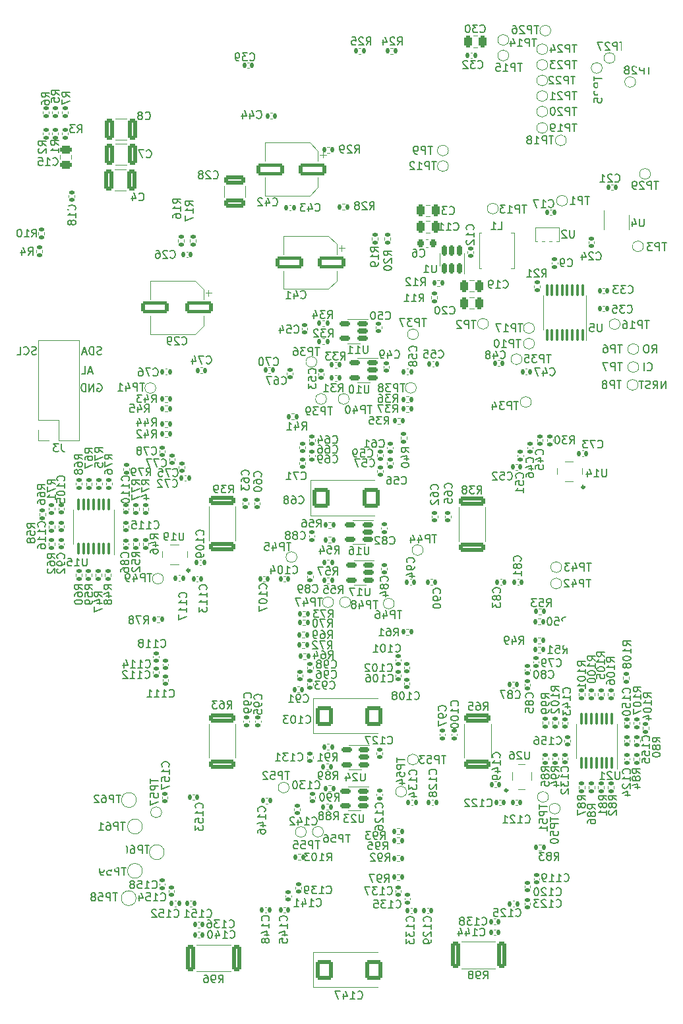
<source format=gbr>
%TF.GenerationSoftware,KiCad,Pcbnew,7.0.7*%
%TF.CreationDate,2024-01-07T22:37:51-07:00*%
%TF.ProjectId,bitaxeHex,62697461-7865-4486-9578-2e6b69636164,302*%
%TF.SameCoordinates,Original*%
%TF.FileFunction,Legend,Bot*%
%TF.FilePolarity,Positive*%
%FSLAX46Y46*%
G04 Gerber Fmt 4.6, Leading zero omitted, Abs format (unit mm)*
G04 Created by KiCad (PCBNEW 7.0.7) date 2024-01-07 22:37:51*
%MOMM*%
%LPD*%
G01*
G04 APERTURE LIST*
G04 Aperture macros list*
%AMRoundRect*
0 Rectangle with rounded corners*
0 $1 Rounding radius*
0 $2 $3 $4 $5 $6 $7 $8 $9 X,Y pos of 4 corners*
0 Add a 4 corners polygon primitive as box body*
4,1,4,$2,$3,$4,$5,$6,$7,$8,$9,$2,$3,0*
0 Add four circle primitives for the rounded corners*
1,1,$1+$1,$2,$3*
1,1,$1+$1,$4,$5*
1,1,$1+$1,$6,$7*
1,1,$1+$1,$8,$9*
0 Add four rect primitives between the rounded corners*
20,1,$1+$1,$2,$3,$4,$5,0*
20,1,$1+$1,$4,$5,$6,$7,0*
20,1,$1+$1,$6,$7,$8,$9,0*
20,1,$1+$1,$8,$9,$2,$3,0*%
G04 Aperture macros list end*
%ADD10C,0.150000*%
%ADD11C,0.120000*%
%ADD12C,0.100000*%
%ADD13C,0.313180*%
%ADD14C,0.990600*%
%ADD15C,3.200000*%
%ADD16C,0.800000*%
%ADD17C,6.000000*%
%ADD18C,1.295400*%
%ADD19C,1.574800*%
%ADD20C,5.000000*%
%ADD21C,0.400000*%
%ADD22R,1.700000X1.700000*%
%ADD23O,1.700000X1.700000*%
%ADD24C,0.650000*%
%ADD25O,1.000000X2.100000*%
%ADD26O,1.000000X1.800000*%
%ADD27RoundRect,0.140000X-0.170000X0.140000X-0.170000X-0.140000X0.170000X-0.140000X0.170000X0.140000X0*%
%ADD28RoundRect,0.135000X0.135000X0.185000X-0.135000X0.185000X-0.135000X-0.185000X0.135000X-0.185000X0*%
%ADD29RoundRect,0.140000X0.170000X-0.140000X0.170000X0.140000X-0.170000X0.140000X-0.170000X-0.140000X0*%
%ADD30RoundRect,0.140000X0.140000X0.170000X-0.140000X0.170000X-0.140000X-0.170000X0.140000X-0.170000X0*%
%ADD31C,1.000000*%
%ADD32RoundRect,0.135000X0.185000X-0.135000X0.185000X0.135000X-0.185000X0.135000X-0.185000X-0.135000X0*%
%ADD33RoundRect,0.250000X0.250000X0.475000X-0.250000X0.475000X-0.250000X-0.475000X0.250000X-0.475000X0*%
%ADD34RoundRect,0.135000X-0.185000X0.135000X-0.185000X-0.135000X0.185000X-0.135000X0.185000X0.135000X0*%
%ADD35RoundRect,0.250000X-0.875000X-1.025000X0.875000X-1.025000X0.875000X1.025000X-0.875000X1.025000X0*%
%ADD36RoundRect,0.150000X0.512500X0.150000X-0.512500X0.150000X-0.512500X-0.150000X0.512500X-0.150000X0*%
%ADD37RoundRect,0.135000X-0.135000X-0.185000X0.135000X-0.185000X0.135000X0.185000X-0.135000X0.185000X0*%
%ADD38RoundRect,0.250000X-0.475000X0.250000X-0.475000X-0.250000X0.475000X-0.250000X0.475000X0.250000X0*%
%ADD39R,0.650000X1.560000*%
%ADD40RoundRect,0.140000X-0.140000X-0.170000X0.140000X-0.170000X0.140000X0.170000X-0.140000X0.170000X0*%
%ADD41RoundRect,0.250000X1.100000X-0.325000X1.100000X0.325000X-1.100000X0.325000X-1.100000X-0.325000X0*%
%ADD42C,1.500000*%
%ADD43RoundRect,0.100000X0.100000X-0.637500X0.100000X0.637500X-0.100000X0.637500X-0.100000X-0.637500X0*%
%ADD44RoundRect,0.250000X-0.325000X-1.100000X0.325000X-1.100000X0.325000X1.100000X-0.325000X1.100000X0*%
%ADD45C,2.000000*%
%ADD46R,0.558800X0.952500*%
%ADD47RoundRect,0.250000X1.500000X0.550000X-1.500000X0.550000X-1.500000X-0.550000X1.500000X-0.550000X0*%
%ADD48RoundRect,0.150000X0.150000X-0.512500X0.150000X0.512500X-0.150000X0.512500X-0.150000X-0.512500X0*%
%ADD49R,1.300000X1.100000*%
%ADD50RoundRect,0.250000X-0.362500X-1.425000X0.362500X-1.425000X0.362500X1.425000X-0.362500X1.425000X0*%
%ADD51RoundRect,0.250000X-0.250000X-0.475000X0.250000X-0.475000X0.250000X0.475000X-0.250000X0.475000X0*%
%ADD52RoundRect,0.250000X1.425000X-0.362500X1.425000X0.362500X-1.425000X0.362500X-1.425000X-0.362500X0*%
%ADD53RoundRect,0.250000X0.362500X1.425000X-0.362500X1.425000X-0.362500X-1.425000X0.362500X-1.425000X0*%
%ADD54R,1.100000X1.300000*%
%ADD55R,3.700000X1.680000*%
%ADD56RoundRect,0.225000X-0.225000X-0.250000X0.225000X-0.250000X0.225000X0.250000X-0.225000X0.250000X0*%
G04 APERTURE END LIST*
D10*
X60035839Y-91509104D02*
X59559649Y-91509104D01*
X60131077Y-91794819D02*
X59797744Y-90794819D01*
X59797744Y-90794819D02*
X59464411Y-91794819D01*
X58654887Y-91794819D02*
X59131077Y-91794819D01*
X59131077Y-91794819D02*
X59131077Y-90794819D01*
X131291792Y-91274580D02*
X131339411Y-91322200D01*
X131339411Y-91322200D02*
X131482268Y-91369819D01*
X131482268Y-91369819D02*
X131577506Y-91369819D01*
X131577506Y-91369819D02*
X131720363Y-91322200D01*
X131720363Y-91322200D02*
X131815601Y-91226961D01*
X131815601Y-91226961D02*
X131863220Y-91131723D01*
X131863220Y-91131723D02*
X131910839Y-90941247D01*
X131910839Y-90941247D02*
X131910839Y-90798390D01*
X131910839Y-90798390D02*
X131863220Y-90607914D01*
X131863220Y-90607914D02*
X131815601Y-90512676D01*
X131815601Y-90512676D02*
X131720363Y-90417438D01*
X131720363Y-90417438D02*
X131577506Y-90369819D01*
X131577506Y-90369819D02*
X131482268Y-90369819D01*
X131482268Y-90369819D02*
X131339411Y-90417438D01*
X131339411Y-90417438D02*
X131291792Y-90465057D01*
X130863220Y-91369819D02*
X130863220Y-90369819D01*
X133663220Y-93669819D02*
X133663220Y-92669819D01*
X133663220Y-92669819D02*
X133091792Y-93669819D01*
X133091792Y-93669819D02*
X133091792Y-92669819D01*
X132044173Y-93669819D02*
X132377506Y-93193628D01*
X132615601Y-93669819D02*
X132615601Y-92669819D01*
X132615601Y-92669819D02*
X132234649Y-92669819D01*
X132234649Y-92669819D02*
X132139411Y-92717438D01*
X132139411Y-92717438D02*
X132091792Y-92765057D01*
X132091792Y-92765057D02*
X132044173Y-92860295D01*
X132044173Y-92860295D02*
X132044173Y-93003152D01*
X132044173Y-93003152D02*
X132091792Y-93098390D01*
X132091792Y-93098390D02*
X132139411Y-93146009D01*
X132139411Y-93146009D02*
X132234649Y-93193628D01*
X132234649Y-93193628D02*
X132615601Y-93193628D01*
X131663220Y-93622200D02*
X131520363Y-93669819D01*
X131520363Y-93669819D02*
X131282268Y-93669819D01*
X131282268Y-93669819D02*
X131187030Y-93622200D01*
X131187030Y-93622200D02*
X131139411Y-93574580D01*
X131139411Y-93574580D02*
X131091792Y-93479342D01*
X131091792Y-93479342D02*
X131091792Y-93384104D01*
X131091792Y-93384104D02*
X131139411Y-93288866D01*
X131139411Y-93288866D02*
X131187030Y-93241247D01*
X131187030Y-93241247D02*
X131282268Y-93193628D01*
X131282268Y-93193628D02*
X131472744Y-93146009D01*
X131472744Y-93146009D02*
X131567982Y-93098390D01*
X131567982Y-93098390D02*
X131615601Y-93050771D01*
X131615601Y-93050771D02*
X131663220Y-92955533D01*
X131663220Y-92955533D02*
X131663220Y-92860295D01*
X131663220Y-92860295D02*
X131615601Y-92765057D01*
X131615601Y-92765057D02*
X131567982Y-92717438D01*
X131567982Y-92717438D02*
X131472744Y-92669819D01*
X131472744Y-92669819D02*
X131234649Y-92669819D01*
X131234649Y-92669819D02*
X131091792Y-92717438D01*
X130806077Y-92669819D02*
X130234649Y-92669819D01*
X130520363Y-93669819D02*
X130520363Y-92669819D01*
X61185839Y-89247200D02*
X61042982Y-89294819D01*
X61042982Y-89294819D02*
X60804887Y-89294819D01*
X60804887Y-89294819D02*
X60709649Y-89247200D01*
X60709649Y-89247200D02*
X60662030Y-89199580D01*
X60662030Y-89199580D02*
X60614411Y-89104342D01*
X60614411Y-89104342D02*
X60614411Y-89009104D01*
X60614411Y-89009104D02*
X60662030Y-88913866D01*
X60662030Y-88913866D02*
X60709649Y-88866247D01*
X60709649Y-88866247D02*
X60804887Y-88818628D01*
X60804887Y-88818628D02*
X60995363Y-88771009D01*
X60995363Y-88771009D02*
X61090601Y-88723390D01*
X61090601Y-88723390D02*
X61138220Y-88675771D01*
X61138220Y-88675771D02*
X61185839Y-88580533D01*
X61185839Y-88580533D02*
X61185839Y-88485295D01*
X61185839Y-88485295D02*
X61138220Y-88390057D01*
X61138220Y-88390057D02*
X61090601Y-88342438D01*
X61090601Y-88342438D02*
X60995363Y-88294819D01*
X60995363Y-88294819D02*
X60757268Y-88294819D01*
X60757268Y-88294819D02*
X60614411Y-88342438D01*
X60185839Y-89294819D02*
X60185839Y-88294819D01*
X60185839Y-88294819D02*
X59947744Y-88294819D01*
X59947744Y-88294819D02*
X59804887Y-88342438D01*
X59804887Y-88342438D02*
X59709649Y-88437676D01*
X59709649Y-88437676D02*
X59662030Y-88532914D01*
X59662030Y-88532914D02*
X59614411Y-88723390D01*
X59614411Y-88723390D02*
X59614411Y-88866247D01*
X59614411Y-88866247D02*
X59662030Y-89056723D01*
X59662030Y-89056723D02*
X59709649Y-89151961D01*
X59709649Y-89151961D02*
X59804887Y-89247200D01*
X59804887Y-89247200D02*
X59947744Y-89294819D01*
X59947744Y-89294819D02*
X60185839Y-89294819D01*
X59233458Y-89009104D02*
X58757268Y-89009104D01*
X59328696Y-89294819D02*
X58995363Y-88294819D01*
X58995363Y-88294819D02*
X58662030Y-89294819D01*
X131891792Y-89069819D02*
X132225125Y-88593628D01*
X132463220Y-89069819D02*
X132463220Y-88069819D01*
X132463220Y-88069819D02*
X132082268Y-88069819D01*
X132082268Y-88069819D02*
X131987030Y-88117438D01*
X131987030Y-88117438D02*
X131939411Y-88165057D01*
X131939411Y-88165057D02*
X131891792Y-88260295D01*
X131891792Y-88260295D02*
X131891792Y-88403152D01*
X131891792Y-88403152D02*
X131939411Y-88498390D01*
X131939411Y-88498390D02*
X131987030Y-88546009D01*
X131987030Y-88546009D02*
X132082268Y-88593628D01*
X132082268Y-88593628D02*
X132463220Y-88593628D01*
X131272744Y-88069819D02*
X131082268Y-88069819D01*
X131082268Y-88069819D02*
X130987030Y-88117438D01*
X130987030Y-88117438D02*
X130891792Y-88212676D01*
X130891792Y-88212676D02*
X130844173Y-88403152D01*
X130844173Y-88403152D02*
X130844173Y-88736485D01*
X130844173Y-88736485D02*
X130891792Y-88926961D01*
X130891792Y-88926961D02*
X130987030Y-89022200D01*
X130987030Y-89022200D02*
X131082268Y-89069819D01*
X131082268Y-89069819D02*
X131272744Y-89069819D01*
X131272744Y-89069819D02*
X131367982Y-89022200D01*
X131367982Y-89022200D02*
X131463220Y-88926961D01*
X131463220Y-88926961D02*
X131510839Y-88736485D01*
X131510839Y-88736485D02*
X131510839Y-88403152D01*
X131510839Y-88403152D02*
X131463220Y-88212676D01*
X131463220Y-88212676D02*
X131367982Y-88117438D01*
X131367982Y-88117438D02*
X131272744Y-88069819D01*
X60689411Y-93092438D02*
X60784649Y-93044819D01*
X60784649Y-93044819D02*
X60927506Y-93044819D01*
X60927506Y-93044819D02*
X61070363Y-93092438D01*
X61070363Y-93092438D02*
X61165601Y-93187676D01*
X61165601Y-93187676D02*
X61213220Y-93282914D01*
X61213220Y-93282914D02*
X61260839Y-93473390D01*
X61260839Y-93473390D02*
X61260839Y-93616247D01*
X61260839Y-93616247D02*
X61213220Y-93806723D01*
X61213220Y-93806723D02*
X61165601Y-93901961D01*
X61165601Y-93901961D02*
X61070363Y-93997200D01*
X61070363Y-93997200D02*
X60927506Y-94044819D01*
X60927506Y-94044819D02*
X60832268Y-94044819D01*
X60832268Y-94044819D02*
X60689411Y-93997200D01*
X60689411Y-93997200D02*
X60641792Y-93949580D01*
X60641792Y-93949580D02*
X60641792Y-93616247D01*
X60641792Y-93616247D02*
X60832268Y-93616247D01*
X60213220Y-94044819D02*
X60213220Y-93044819D01*
X60213220Y-93044819D02*
X59641792Y-94044819D01*
X59641792Y-94044819D02*
X59641792Y-93044819D01*
X59165601Y-94044819D02*
X59165601Y-93044819D01*
X59165601Y-93044819D02*
X58927506Y-93044819D01*
X58927506Y-93044819D02*
X58784649Y-93092438D01*
X58784649Y-93092438D02*
X58689411Y-93187676D01*
X58689411Y-93187676D02*
X58641792Y-93282914D01*
X58641792Y-93282914D02*
X58594173Y-93473390D01*
X58594173Y-93473390D02*
X58594173Y-93616247D01*
X58594173Y-93616247D02*
X58641792Y-93806723D01*
X58641792Y-93806723D02*
X58689411Y-93901961D01*
X58689411Y-93901961D02*
X58784649Y-93997200D01*
X58784649Y-93997200D02*
X58927506Y-94044819D01*
X58927506Y-94044819D02*
X59165601Y-94044819D01*
X52810839Y-89247200D02*
X52667982Y-89294819D01*
X52667982Y-89294819D02*
X52429887Y-89294819D01*
X52429887Y-89294819D02*
X52334649Y-89247200D01*
X52334649Y-89247200D02*
X52287030Y-89199580D01*
X52287030Y-89199580D02*
X52239411Y-89104342D01*
X52239411Y-89104342D02*
X52239411Y-89009104D01*
X52239411Y-89009104D02*
X52287030Y-88913866D01*
X52287030Y-88913866D02*
X52334649Y-88866247D01*
X52334649Y-88866247D02*
X52429887Y-88818628D01*
X52429887Y-88818628D02*
X52620363Y-88771009D01*
X52620363Y-88771009D02*
X52715601Y-88723390D01*
X52715601Y-88723390D02*
X52763220Y-88675771D01*
X52763220Y-88675771D02*
X52810839Y-88580533D01*
X52810839Y-88580533D02*
X52810839Y-88485295D01*
X52810839Y-88485295D02*
X52763220Y-88390057D01*
X52763220Y-88390057D02*
X52715601Y-88342438D01*
X52715601Y-88342438D02*
X52620363Y-88294819D01*
X52620363Y-88294819D02*
X52382268Y-88294819D01*
X52382268Y-88294819D02*
X52239411Y-88342438D01*
X51239411Y-89199580D02*
X51287030Y-89247200D01*
X51287030Y-89247200D02*
X51429887Y-89294819D01*
X51429887Y-89294819D02*
X51525125Y-89294819D01*
X51525125Y-89294819D02*
X51667982Y-89247200D01*
X51667982Y-89247200D02*
X51763220Y-89151961D01*
X51763220Y-89151961D02*
X51810839Y-89056723D01*
X51810839Y-89056723D02*
X51858458Y-88866247D01*
X51858458Y-88866247D02*
X51858458Y-88723390D01*
X51858458Y-88723390D02*
X51810839Y-88532914D01*
X51810839Y-88532914D02*
X51763220Y-88437676D01*
X51763220Y-88437676D02*
X51667982Y-88342438D01*
X51667982Y-88342438D02*
X51525125Y-88294819D01*
X51525125Y-88294819D02*
X51429887Y-88294819D01*
X51429887Y-88294819D02*
X51287030Y-88342438D01*
X51287030Y-88342438D02*
X51239411Y-88390057D01*
X50334649Y-89294819D02*
X50810839Y-89294819D01*
X50810839Y-89294819D02*
X50810839Y-88294819D01*
X108934580Y-73257142D02*
X108982200Y-73209523D01*
X108982200Y-73209523D02*
X109029819Y-73066666D01*
X109029819Y-73066666D02*
X109029819Y-72971428D01*
X109029819Y-72971428D02*
X108982200Y-72828571D01*
X108982200Y-72828571D02*
X108886961Y-72733333D01*
X108886961Y-72733333D02*
X108791723Y-72685714D01*
X108791723Y-72685714D02*
X108601247Y-72638095D01*
X108601247Y-72638095D02*
X108458390Y-72638095D01*
X108458390Y-72638095D02*
X108267914Y-72685714D01*
X108267914Y-72685714D02*
X108172676Y-72733333D01*
X108172676Y-72733333D02*
X108077438Y-72828571D01*
X108077438Y-72828571D02*
X108029819Y-72971428D01*
X108029819Y-72971428D02*
X108029819Y-73066666D01*
X108029819Y-73066666D02*
X108077438Y-73209523D01*
X108077438Y-73209523D02*
X108125057Y-73257142D01*
X109029819Y-74209523D02*
X109029819Y-73638095D01*
X109029819Y-73923809D02*
X108029819Y-73923809D01*
X108029819Y-73923809D02*
X108172676Y-73828571D01*
X108172676Y-73828571D02*
X108267914Y-73733333D01*
X108267914Y-73733333D02*
X108315533Y-73638095D01*
X108125057Y-74590476D02*
X108077438Y-74638095D01*
X108077438Y-74638095D02*
X108029819Y-74733333D01*
X108029819Y-74733333D02*
X108029819Y-74971428D01*
X108029819Y-74971428D02*
X108077438Y-75066666D01*
X108077438Y-75066666D02*
X108125057Y-75114285D01*
X108125057Y-75114285D02*
X108220295Y-75161904D01*
X108220295Y-75161904D02*
X108315533Y-75161904D01*
X108315533Y-75161904D02*
X108458390Y-75114285D01*
X108458390Y-75114285D02*
X109029819Y-74542857D01*
X109029819Y-74542857D02*
X109029819Y-75161904D01*
X67642857Y-99954819D02*
X67976190Y-99478628D01*
X68214285Y-99954819D02*
X68214285Y-98954819D01*
X68214285Y-98954819D02*
X67833333Y-98954819D01*
X67833333Y-98954819D02*
X67738095Y-99002438D01*
X67738095Y-99002438D02*
X67690476Y-99050057D01*
X67690476Y-99050057D02*
X67642857Y-99145295D01*
X67642857Y-99145295D02*
X67642857Y-99288152D01*
X67642857Y-99288152D02*
X67690476Y-99383390D01*
X67690476Y-99383390D02*
X67738095Y-99431009D01*
X67738095Y-99431009D02*
X67833333Y-99478628D01*
X67833333Y-99478628D02*
X68214285Y-99478628D01*
X66785714Y-99288152D02*
X66785714Y-99954819D01*
X67023809Y-98907200D02*
X67261904Y-99621485D01*
X67261904Y-99621485D02*
X66642857Y-99621485D01*
X66309523Y-99050057D02*
X66261904Y-99002438D01*
X66261904Y-99002438D02*
X66166666Y-98954819D01*
X66166666Y-98954819D02*
X65928571Y-98954819D01*
X65928571Y-98954819D02*
X65833333Y-99002438D01*
X65833333Y-99002438D02*
X65785714Y-99050057D01*
X65785714Y-99050057D02*
X65738095Y-99145295D01*
X65738095Y-99145295D02*
X65738095Y-99240533D01*
X65738095Y-99240533D02*
X65785714Y-99383390D01*
X65785714Y-99383390D02*
X66357142Y-99954819D01*
X66357142Y-99954819D02*
X65738095Y-99954819D01*
X95642857Y-103609580D02*
X95690476Y-103657200D01*
X95690476Y-103657200D02*
X95833333Y-103704819D01*
X95833333Y-103704819D02*
X95928571Y-103704819D01*
X95928571Y-103704819D02*
X96071428Y-103657200D01*
X96071428Y-103657200D02*
X96166666Y-103561961D01*
X96166666Y-103561961D02*
X96214285Y-103466723D01*
X96214285Y-103466723D02*
X96261904Y-103276247D01*
X96261904Y-103276247D02*
X96261904Y-103133390D01*
X96261904Y-103133390D02*
X96214285Y-102942914D01*
X96214285Y-102942914D02*
X96166666Y-102847676D01*
X96166666Y-102847676D02*
X96071428Y-102752438D01*
X96071428Y-102752438D02*
X95928571Y-102704819D01*
X95928571Y-102704819D02*
X95833333Y-102704819D01*
X95833333Y-102704819D02*
X95690476Y-102752438D01*
X95690476Y-102752438D02*
X95642857Y-102800057D01*
X94738095Y-102704819D02*
X95214285Y-102704819D01*
X95214285Y-102704819D02*
X95261904Y-103181009D01*
X95261904Y-103181009D02*
X95214285Y-103133390D01*
X95214285Y-103133390D02*
X95119047Y-103085771D01*
X95119047Y-103085771D02*
X94880952Y-103085771D01*
X94880952Y-103085771D02*
X94785714Y-103133390D01*
X94785714Y-103133390D02*
X94738095Y-103181009D01*
X94738095Y-103181009D02*
X94690476Y-103276247D01*
X94690476Y-103276247D02*
X94690476Y-103514342D01*
X94690476Y-103514342D02*
X94738095Y-103609580D01*
X94738095Y-103609580D02*
X94785714Y-103657200D01*
X94785714Y-103657200D02*
X94880952Y-103704819D01*
X94880952Y-103704819D02*
X95119047Y-103704819D01*
X95119047Y-103704819D02*
X95214285Y-103657200D01*
X95214285Y-103657200D02*
X95261904Y-103609580D01*
X94357142Y-102704819D02*
X93690476Y-102704819D01*
X93690476Y-102704819D02*
X94119047Y-103704819D01*
X98842857Y-89659580D02*
X98890476Y-89707200D01*
X98890476Y-89707200D02*
X99033333Y-89754819D01*
X99033333Y-89754819D02*
X99128571Y-89754819D01*
X99128571Y-89754819D02*
X99271428Y-89707200D01*
X99271428Y-89707200D02*
X99366666Y-89611961D01*
X99366666Y-89611961D02*
X99414285Y-89516723D01*
X99414285Y-89516723D02*
X99461904Y-89326247D01*
X99461904Y-89326247D02*
X99461904Y-89183390D01*
X99461904Y-89183390D02*
X99414285Y-88992914D01*
X99414285Y-88992914D02*
X99366666Y-88897676D01*
X99366666Y-88897676D02*
X99271428Y-88802438D01*
X99271428Y-88802438D02*
X99128571Y-88754819D01*
X99128571Y-88754819D02*
X99033333Y-88754819D01*
X99033333Y-88754819D02*
X98890476Y-88802438D01*
X98890476Y-88802438D02*
X98842857Y-88850057D01*
X97985714Y-89088152D02*
X97985714Y-89754819D01*
X98223809Y-88707200D02*
X98461904Y-89421485D01*
X98461904Y-89421485D02*
X97842857Y-89421485D01*
X97414285Y-89754819D02*
X97223809Y-89754819D01*
X97223809Y-89754819D02*
X97128571Y-89707200D01*
X97128571Y-89707200D02*
X97080952Y-89659580D01*
X97080952Y-89659580D02*
X96985714Y-89516723D01*
X96985714Y-89516723D02*
X96938095Y-89326247D01*
X96938095Y-89326247D02*
X96938095Y-88945295D01*
X96938095Y-88945295D02*
X96985714Y-88850057D01*
X96985714Y-88850057D02*
X97033333Y-88802438D01*
X97033333Y-88802438D02*
X97128571Y-88754819D01*
X97128571Y-88754819D02*
X97319047Y-88754819D01*
X97319047Y-88754819D02*
X97414285Y-88802438D01*
X97414285Y-88802438D02*
X97461904Y-88850057D01*
X97461904Y-88850057D02*
X97509523Y-88945295D01*
X97509523Y-88945295D02*
X97509523Y-89183390D01*
X97509523Y-89183390D02*
X97461904Y-89278628D01*
X97461904Y-89278628D02*
X97414285Y-89326247D01*
X97414285Y-89326247D02*
X97319047Y-89373866D01*
X97319047Y-89373866D02*
X97128571Y-89373866D01*
X97128571Y-89373866D02*
X97033333Y-89326247D01*
X97033333Y-89326247D02*
X96985714Y-89278628D01*
X96985714Y-89278628D02*
X96938095Y-89183390D01*
X72059580Y-120480952D02*
X72107200Y-120433333D01*
X72107200Y-120433333D02*
X72154819Y-120290476D01*
X72154819Y-120290476D02*
X72154819Y-120195238D01*
X72154819Y-120195238D02*
X72107200Y-120052381D01*
X72107200Y-120052381D02*
X72011961Y-119957143D01*
X72011961Y-119957143D02*
X71916723Y-119909524D01*
X71916723Y-119909524D02*
X71726247Y-119861905D01*
X71726247Y-119861905D02*
X71583390Y-119861905D01*
X71583390Y-119861905D02*
X71392914Y-119909524D01*
X71392914Y-119909524D02*
X71297676Y-119957143D01*
X71297676Y-119957143D02*
X71202438Y-120052381D01*
X71202438Y-120052381D02*
X71154819Y-120195238D01*
X71154819Y-120195238D02*
X71154819Y-120290476D01*
X71154819Y-120290476D02*
X71202438Y-120433333D01*
X71202438Y-120433333D02*
X71250057Y-120480952D01*
X72154819Y-121433333D02*
X72154819Y-120861905D01*
X72154819Y-121147619D02*
X71154819Y-121147619D01*
X71154819Y-121147619D02*
X71297676Y-121052381D01*
X71297676Y-121052381D02*
X71392914Y-120957143D01*
X71392914Y-120957143D02*
X71440533Y-120861905D01*
X72154819Y-122385714D02*
X72154819Y-121814286D01*
X72154819Y-122100000D02*
X71154819Y-122100000D01*
X71154819Y-122100000D02*
X71297676Y-122004762D01*
X71297676Y-122004762D02*
X71392914Y-121909524D01*
X71392914Y-121909524D02*
X71440533Y-121814286D01*
X71154819Y-122719048D02*
X71154819Y-123385714D01*
X71154819Y-123385714D02*
X72154819Y-122957143D01*
X81142857Y-58884580D02*
X81190476Y-58932200D01*
X81190476Y-58932200D02*
X81333333Y-58979819D01*
X81333333Y-58979819D02*
X81428571Y-58979819D01*
X81428571Y-58979819D02*
X81571428Y-58932200D01*
X81571428Y-58932200D02*
X81666666Y-58836961D01*
X81666666Y-58836961D02*
X81714285Y-58741723D01*
X81714285Y-58741723D02*
X81761904Y-58551247D01*
X81761904Y-58551247D02*
X81761904Y-58408390D01*
X81761904Y-58408390D02*
X81714285Y-58217914D01*
X81714285Y-58217914D02*
X81666666Y-58122676D01*
X81666666Y-58122676D02*
X81571428Y-58027438D01*
X81571428Y-58027438D02*
X81428571Y-57979819D01*
X81428571Y-57979819D02*
X81333333Y-57979819D01*
X81333333Y-57979819D02*
X81190476Y-58027438D01*
X81190476Y-58027438D02*
X81142857Y-58075057D01*
X80285714Y-58313152D02*
X80285714Y-58979819D01*
X80523809Y-57932200D02*
X80761904Y-58646485D01*
X80761904Y-58646485D02*
X80142857Y-58646485D01*
X79333333Y-58313152D02*
X79333333Y-58979819D01*
X79571428Y-57932200D02*
X79809523Y-58646485D01*
X79809523Y-58646485D02*
X79190476Y-58646485D01*
X69919047Y-133209580D02*
X69966666Y-133257200D01*
X69966666Y-133257200D02*
X70109523Y-133304819D01*
X70109523Y-133304819D02*
X70204761Y-133304819D01*
X70204761Y-133304819D02*
X70347618Y-133257200D01*
X70347618Y-133257200D02*
X70442856Y-133161961D01*
X70442856Y-133161961D02*
X70490475Y-133066723D01*
X70490475Y-133066723D02*
X70538094Y-132876247D01*
X70538094Y-132876247D02*
X70538094Y-132733390D01*
X70538094Y-132733390D02*
X70490475Y-132542914D01*
X70490475Y-132542914D02*
X70442856Y-132447676D01*
X70442856Y-132447676D02*
X70347618Y-132352438D01*
X70347618Y-132352438D02*
X70204761Y-132304819D01*
X70204761Y-132304819D02*
X70109523Y-132304819D01*
X70109523Y-132304819D02*
X69966666Y-132352438D01*
X69966666Y-132352438D02*
X69919047Y-132400057D01*
X68966666Y-133304819D02*
X69538094Y-133304819D01*
X69252380Y-133304819D02*
X69252380Y-132304819D01*
X69252380Y-132304819D02*
X69347618Y-132447676D01*
X69347618Y-132447676D02*
X69442856Y-132542914D01*
X69442856Y-132542914D02*
X69538094Y-132590533D01*
X68014285Y-133304819D02*
X68585713Y-133304819D01*
X68299999Y-133304819D02*
X68299999Y-132304819D01*
X68299999Y-132304819D02*
X68395237Y-132447676D01*
X68395237Y-132447676D02*
X68490475Y-132542914D01*
X68490475Y-132542914D02*
X68585713Y-132590533D01*
X67061904Y-133304819D02*
X67633332Y-133304819D01*
X67347618Y-133304819D02*
X67347618Y-132304819D01*
X67347618Y-132304819D02*
X67442856Y-132447676D01*
X67442856Y-132447676D02*
X67538094Y-132542914D01*
X67538094Y-132542914D02*
X67633332Y-132590533D01*
X118854819Y-148655905D02*
X118854819Y-149227333D01*
X119854819Y-148941619D02*
X118854819Y-148941619D01*
X119854819Y-149560667D02*
X118854819Y-149560667D01*
X118854819Y-149560667D02*
X118854819Y-149941619D01*
X118854819Y-149941619D02*
X118902438Y-150036857D01*
X118902438Y-150036857D02*
X118950057Y-150084476D01*
X118950057Y-150084476D02*
X119045295Y-150132095D01*
X119045295Y-150132095D02*
X119188152Y-150132095D01*
X119188152Y-150132095D02*
X119283390Y-150084476D01*
X119283390Y-150084476D02*
X119331009Y-150036857D01*
X119331009Y-150036857D02*
X119378628Y-149941619D01*
X119378628Y-149941619D02*
X119378628Y-149560667D01*
X118854819Y-151036857D02*
X118854819Y-150560667D01*
X118854819Y-150560667D02*
X119331009Y-150513048D01*
X119331009Y-150513048D02*
X119283390Y-150560667D01*
X119283390Y-150560667D02*
X119235771Y-150655905D01*
X119235771Y-150655905D02*
X119235771Y-150894000D01*
X119235771Y-150894000D02*
X119283390Y-150989238D01*
X119283390Y-150989238D02*
X119331009Y-151036857D01*
X119331009Y-151036857D02*
X119426247Y-151084476D01*
X119426247Y-151084476D02*
X119664342Y-151084476D01*
X119664342Y-151084476D02*
X119759580Y-151036857D01*
X119759580Y-151036857D02*
X119807200Y-150989238D01*
X119807200Y-150989238D02*
X119854819Y-150894000D01*
X119854819Y-150894000D02*
X119854819Y-150655905D01*
X119854819Y-150655905D02*
X119807200Y-150560667D01*
X119807200Y-150560667D02*
X119759580Y-150513048D01*
X118854819Y-151703524D02*
X118854819Y-151798762D01*
X118854819Y-151798762D02*
X118902438Y-151894000D01*
X118902438Y-151894000D02*
X118950057Y-151941619D01*
X118950057Y-151941619D02*
X119045295Y-151989238D01*
X119045295Y-151989238D02*
X119235771Y-152036857D01*
X119235771Y-152036857D02*
X119473866Y-152036857D01*
X119473866Y-152036857D02*
X119664342Y-151989238D01*
X119664342Y-151989238D02*
X119759580Y-151941619D01*
X119759580Y-151941619D02*
X119807200Y-151894000D01*
X119807200Y-151894000D02*
X119854819Y-151798762D01*
X119854819Y-151798762D02*
X119854819Y-151703524D01*
X119854819Y-151703524D02*
X119807200Y-151608286D01*
X119807200Y-151608286D02*
X119759580Y-151560667D01*
X119759580Y-151560667D02*
X119664342Y-151513048D01*
X119664342Y-151513048D02*
X119473866Y-151465429D01*
X119473866Y-151465429D02*
X119235771Y-151465429D01*
X119235771Y-151465429D02*
X119045295Y-151513048D01*
X119045295Y-151513048D02*
X118950057Y-151560667D01*
X118950057Y-151560667D02*
X118902438Y-151608286D01*
X118902438Y-151608286D02*
X118854819Y-151703524D01*
X98454819Y-76582142D02*
X97978628Y-76248809D01*
X98454819Y-76010714D02*
X97454819Y-76010714D01*
X97454819Y-76010714D02*
X97454819Y-76391666D01*
X97454819Y-76391666D02*
X97502438Y-76486904D01*
X97502438Y-76486904D02*
X97550057Y-76534523D01*
X97550057Y-76534523D02*
X97645295Y-76582142D01*
X97645295Y-76582142D02*
X97788152Y-76582142D01*
X97788152Y-76582142D02*
X97883390Y-76534523D01*
X97883390Y-76534523D02*
X97931009Y-76486904D01*
X97931009Y-76486904D02*
X97978628Y-76391666D01*
X97978628Y-76391666D02*
X97978628Y-76010714D01*
X97550057Y-76963095D02*
X97502438Y-77010714D01*
X97502438Y-77010714D02*
X97454819Y-77105952D01*
X97454819Y-77105952D02*
X97454819Y-77344047D01*
X97454819Y-77344047D02*
X97502438Y-77439285D01*
X97502438Y-77439285D02*
X97550057Y-77486904D01*
X97550057Y-77486904D02*
X97645295Y-77534523D01*
X97645295Y-77534523D02*
X97740533Y-77534523D01*
X97740533Y-77534523D02*
X97883390Y-77486904D01*
X97883390Y-77486904D02*
X98454819Y-76915476D01*
X98454819Y-76915476D02*
X98454819Y-77534523D01*
X97454819Y-78153571D02*
X97454819Y-78248809D01*
X97454819Y-78248809D02*
X97502438Y-78344047D01*
X97502438Y-78344047D02*
X97550057Y-78391666D01*
X97550057Y-78391666D02*
X97645295Y-78439285D01*
X97645295Y-78439285D02*
X97835771Y-78486904D01*
X97835771Y-78486904D02*
X98073866Y-78486904D01*
X98073866Y-78486904D02*
X98264342Y-78439285D01*
X98264342Y-78439285D02*
X98359580Y-78391666D01*
X98359580Y-78391666D02*
X98407200Y-78344047D01*
X98407200Y-78344047D02*
X98454819Y-78248809D01*
X98454819Y-78248809D02*
X98454819Y-78153571D01*
X98454819Y-78153571D02*
X98407200Y-78058333D01*
X98407200Y-78058333D02*
X98359580Y-78010714D01*
X98359580Y-78010714D02*
X98264342Y-77963095D01*
X98264342Y-77963095D02*
X98073866Y-77915476D01*
X98073866Y-77915476D02*
X97835771Y-77915476D01*
X97835771Y-77915476D02*
X97645295Y-77963095D01*
X97645295Y-77963095D02*
X97550057Y-78010714D01*
X97550057Y-78010714D02*
X97502438Y-78058333D01*
X97502438Y-78058333D02*
X97454819Y-78153571D01*
X112792857Y-80659580D02*
X112840476Y-80707200D01*
X112840476Y-80707200D02*
X112983333Y-80754819D01*
X112983333Y-80754819D02*
X113078571Y-80754819D01*
X113078571Y-80754819D02*
X113221428Y-80707200D01*
X113221428Y-80707200D02*
X113316666Y-80611961D01*
X113316666Y-80611961D02*
X113364285Y-80516723D01*
X113364285Y-80516723D02*
X113411904Y-80326247D01*
X113411904Y-80326247D02*
X113411904Y-80183390D01*
X113411904Y-80183390D02*
X113364285Y-79992914D01*
X113364285Y-79992914D02*
X113316666Y-79897676D01*
X113316666Y-79897676D02*
X113221428Y-79802438D01*
X113221428Y-79802438D02*
X113078571Y-79754819D01*
X113078571Y-79754819D02*
X112983333Y-79754819D01*
X112983333Y-79754819D02*
X112840476Y-79802438D01*
X112840476Y-79802438D02*
X112792857Y-79850057D01*
X111840476Y-80754819D02*
X112411904Y-80754819D01*
X112126190Y-80754819D02*
X112126190Y-79754819D01*
X112126190Y-79754819D02*
X112221428Y-79897676D01*
X112221428Y-79897676D02*
X112316666Y-79992914D01*
X112316666Y-79992914D02*
X112411904Y-80040533D01*
X111364285Y-80754819D02*
X111173809Y-80754819D01*
X111173809Y-80754819D02*
X111078571Y-80707200D01*
X111078571Y-80707200D02*
X111030952Y-80659580D01*
X111030952Y-80659580D02*
X110935714Y-80516723D01*
X110935714Y-80516723D02*
X110888095Y-80326247D01*
X110888095Y-80326247D02*
X110888095Y-79945295D01*
X110888095Y-79945295D02*
X110935714Y-79850057D01*
X110935714Y-79850057D02*
X110983333Y-79802438D01*
X110983333Y-79802438D02*
X111078571Y-79754819D01*
X111078571Y-79754819D02*
X111269047Y-79754819D01*
X111269047Y-79754819D02*
X111364285Y-79802438D01*
X111364285Y-79802438D02*
X111411904Y-79850057D01*
X111411904Y-79850057D02*
X111459523Y-79945295D01*
X111459523Y-79945295D02*
X111459523Y-80183390D01*
X111459523Y-80183390D02*
X111411904Y-80278628D01*
X111411904Y-80278628D02*
X111364285Y-80326247D01*
X111364285Y-80326247D02*
X111269047Y-80373866D01*
X111269047Y-80373866D02*
X111078571Y-80373866D01*
X111078571Y-80373866D02*
X110983333Y-80326247D01*
X110983333Y-80326247D02*
X110935714Y-80278628D01*
X110935714Y-80278628D02*
X110888095Y-80183390D01*
X53954819Y-106607142D02*
X53478628Y-106273809D01*
X53954819Y-106035714D02*
X52954819Y-106035714D01*
X52954819Y-106035714D02*
X52954819Y-106416666D01*
X52954819Y-106416666D02*
X53002438Y-106511904D01*
X53002438Y-106511904D02*
X53050057Y-106559523D01*
X53050057Y-106559523D02*
X53145295Y-106607142D01*
X53145295Y-106607142D02*
X53288152Y-106607142D01*
X53288152Y-106607142D02*
X53383390Y-106559523D01*
X53383390Y-106559523D02*
X53431009Y-106511904D01*
X53431009Y-106511904D02*
X53478628Y-106416666D01*
X53478628Y-106416666D02*
X53478628Y-106035714D01*
X52954819Y-107464285D02*
X52954819Y-107273809D01*
X52954819Y-107273809D02*
X53002438Y-107178571D01*
X53002438Y-107178571D02*
X53050057Y-107130952D01*
X53050057Y-107130952D02*
X53192914Y-107035714D01*
X53192914Y-107035714D02*
X53383390Y-106988095D01*
X53383390Y-106988095D02*
X53764342Y-106988095D01*
X53764342Y-106988095D02*
X53859580Y-107035714D01*
X53859580Y-107035714D02*
X53907200Y-107083333D01*
X53907200Y-107083333D02*
X53954819Y-107178571D01*
X53954819Y-107178571D02*
X53954819Y-107369047D01*
X53954819Y-107369047D02*
X53907200Y-107464285D01*
X53907200Y-107464285D02*
X53859580Y-107511904D01*
X53859580Y-107511904D02*
X53764342Y-107559523D01*
X53764342Y-107559523D02*
X53526247Y-107559523D01*
X53526247Y-107559523D02*
X53431009Y-107511904D01*
X53431009Y-107511904D02*
X53383390Y-107464285D01*
X53383390Y-107464285D02*
X53335771Y-107369047D01*
X53335771Y-107369047D02*
X53335771Y-107178571D01*
X53335771Y-107178571D02*
X53383390Y-107083333D01*
X53383390Y-107083333D02*
X53431009Y-107035714D01*
X53431009Y-107035714D02*
X53526247Y-106988095D01*
X52954819Y-108416666D02*
X52954819Y-108226190D01*
X52954819Y-108226190D02*
X53002438Y-108130952D01*
X53002438Y-108130952D02*
X53050057Y-108083333D01*
X53050057Y-108083333D02*
X53192914Y-107988095D01*
X53192914Y-107988095D02*
X53383390Y-107940476D01*
X53383390Y-107940476D02*
X53764342Y-107940476D01*
X53764342Y-107940476D02*
X53859580Y-107988095D01*
X53859580Y-107988095D02*
X53907200Y-108035714D01*
X53907200Y-108035714D02*
X53954819Y-108130952D01*
X53954819Y-108130952D02*
X53954819Y-108321428D01*
X53954819Y-108321428D02*
X53907200Y-108416666D01*
X53907200Y-108416666D02*
X53859580Y-108464285D01*
X53859580Y-108464285D02*
X53764342Y-108511904D01*
X53764342Y-108511904D02*
X53526247Y-108511904D01*
X53526247Y-108511904D02*
X53431009Y-108464285D01*
X53431009Y-108464285D02*
X53383390Y-108416666D01*
X53383390Y-108416666D02*
X53335771Y-108321428D01*
X53335771Y-108321428D02*
X53335771Y-108130952D01*
X53335771Y-108130952D02*
X53383390Y-108035714D01*
X53383390Y-108035714D02*
X53431009Y-107988095D01*
X53431009Y-107988095D02*
X53526247Y-107940476D01*
X94119047Y-171959580D02*
X94166666Y-172007200D01*
X94166666Y-172007200D02*
X94309523Y-172054819D01*
X94309523Y-172054819D02*
X94404761Y-172054819D01*
X94404761Y-172054819D02*
X94547618Y-172007200D01*
X94547618Y-172007200D02*
X94642856Y-171911961D01*
X94642856Y-171911961D02*
X94690475Y-171816723D01*
X94690475Y-171816723D02*
X94738094Y-171626247D01*
X94738094Y-171626247D02*
X94738094Y-171483390D01*
X94738094Y-171483390D02*
X94690475Y-171292914D01*
X94690475Y-171292914D02*
X94642856Y-171197676D01*
X94642856Y-171197676D02*
X94547618Y-171102438D01*
X94547618Y-171102438D02*
X94404761Y-171054819D01*
X94404761Y-171054819D02*
X94309523Y-171054819D01*
X94309523Y-171054819D02*
X94166666Y-171102438D01*
X94166666Y-171102438D02*
X94119047Y-171150057D01*
X93166666Y-172054819D02*
X93738094Y-172054819D01*
X93452380Y-172054819D02*
X93452380Y-171054819D01*
X93452380Y-171054819D02*
X93547618Y-171197676D01*
X93547618Y-171197676D02*
X93642856Y-171292914D01*
X93642856Y-171292914D02*
X93738094Y-171340533D01*
X92309523Y-171388152D02*
X92309523Y-172054819D01*
X92547618Y-171007200D02*
X92785713Y-171721485D01*
X92785713Y-171721485D02*
X92166666Y-171721485D01*
X91880951Y-171054819D02*
X91214285Y-171054819D01*
X91214285Y-171054819D02*
X91642856Y-172054819D01*
X110069047Y-162459580D02*
X110116666Y-162507200D01*
X110116666Y-162507200D02*
X110259523Y-162554819D01*
X110259523Y-162554819D02*
X110354761Y-162554819D01*
X110354761Y-162554819D02*
X110497618Y-162507200D01*
X110497618Y-162507200D02*
X110592856Y-162411961D01*
X110592856Y-162411961D02*
X110640475Y-162316723D01*
X110640475Y-162316723D02*
X110688094Y-162126247D01*
X110688094Y-162126247D02*
X110688094Y-161983390D01*
X110688094Y-161983390D02*
X110640475Y-161792914D01*
X110640475Y-161792914D02*
X110592856Y-161697676D01*
X110592856Y-161697676D02*
X110497618Y-161602438D01*
X110497618Y-161602438D02*
X110354761Y-161554819D01*
X110354761Y-161554819D02*
X110259523Y-161554819D01*
X110259523Y-161554819D02*
X110116666Y-161602438D01*
X110116666Y-161602438D02*
X110069047Y-161650057D01*
X109116666Y-162554819D02*
X109688094Y-162554819D01*
X109402380Y-162554819D02*
X109402380Y-161554819D01*
X109402380Y-161554819D02*
X109497618Y-161697676D01*
X109497618Y-161697676D02*
X109592856Y-161792914D01*
X109592856Y-161792914D02*
X109688094Y-161840533D01*
X108783332Y-161554819D02*
X108164285Y-161554819D01*
X108164285Y-161554819D02*
X108497618Y-161935771D01*
X108497618Y-161935771D02*
X108354761Y-161935771D01*
X108354761Y-161935771D02*
X108259523Y-161983390D01*
X108259523Y-161983390D02*
X108211904Y-162031009D01*
X108211904Y-162031009D02*
X108164285Y-162126247D01*
X108164285Y-162126247D02*
X108164285Y-162364342D01*
X108164285Y-162364342D02*
X108211904Y-162459580D01*
X108211904Y-162459580D02*
X108259523Y-162507200D01*
X108259523Y-162507200D02*
X108354761Y-162554819D01*
X108354761Y-162554819D02*
X108640475Y-162554819D01*
X108640475Y-162554819D02*
X108735713Y-162507200D01*
X108735713Y-162507200D02*
X108783332Y-162459580D01*
X107592856Y-161983390D02*
X107688094Y-161935771D01*
X107688094Y-161935771D02*
X107735713Y-161888152D01*
X107735713Y-161888152D02*
X107783332Y-161792914D01*
X107783332Y-161792914D02*
X107783332Y-161745295D01*
X107783332Y-161745295D02*
X107735713Y-161650057D01*
X107735713Y-161650057D02*
X107688094Y-161602438D01*
X107688094Y-161602438D02*
X107592856Y-161554819D01*
X107592856Y-161554819D02*
X107402380Y-161554819D01*
X107402380Y-161554819D02*
X107307142Y-161602438D01*
X107307142Y-161602438D02*
X107259523Y-161650057D01*
X107259523Y-161650057D02*
X107211904Y-161745295D01*
X107211904Y-161745295D02*
X107211904Y-161792914D01*
X107211904Y-161792914D02*
X107259523Y-161888152D01*
X107259523Y-161888152D02*
X107307142Y-161935771D01*
X107307142Y-161935771D02*
X107402380Y-161983390D01*
X107402380Y-161983390D02*
X107592856Y-161983390D01*
X107592856Y-161983390D02*
X107688094Y-162031009D01*
X107688094Y-162031009D02*
X107735713Y-162078628D01*
X107735713Y-162078628D02*
X107783332Y-162173866D01*
X107783332Y-162173866D02*
X107783332Y-162364342D01*
X107783332Y-162364342D02*
X107735713Y-162459580D01*
X107735713Y-162459580D02*
X107688094Y-162507200D01*
X107688094Y-162507200D02*
X107592856Y-162554819D01*
X107592856Y-162554819D02*
X107402380Y-162554819D01*
X107402380Y-162554819D02*
X107307142Y-162507200D01*
X107307142Y-162507200D02*
X107259523Y-162459580D01*
X107259523Y-162459580D02*
X107211904Y-162364342D01*
X107211904Y-162364342D02*
X107211904Y-162173866D01*
X107211904Y-162173866D02*
X107259523Y-162078628D01*
X107259523Y-162078628D02*
X107307142Y-162031009D01*
X107307142Y-162031009D02*
X107402380Y-161983390D01*
X99019047Y-160259580D02*
X99066666Y-160307200D01*
X99066666Y-160307200D02*
X99209523Y-160354819D01*
X99209523Y-160354819D02*
X99304761Y-160354819D01*
X99304761Y-160354819D02*
X99447618Y-160307200D01*
X99447618Y-160307200D02*
X99542856Y-160211961D01*
X99542856Y-160211961D02*
X99590475Y-160116723D01*
X99590475Y-160116723D02*
X99638094Y-159926247D01*
X99638094Y-159926247D02*
X99638094Y-159783390D01*
X99638094Y-159783390D02*
X99590475Y-159592914D01*
X99590475Y-159592914D02*
X99542856Y-159497676D01*
X99542856Y-159497676D02*
X99447618Y-159402438D01*
X99447618Y-159402438D02*
X99304761Y-159354819D01*
X99304761Y-159354819D02*
X99209523Y-159354819D01*
X99209523Y-159354819D02*
X99066666Y-159402438D01*
X99066666Y-159402438D02*
X99019047Y-159450057D01*
X98066666Y-160354819D02*
X98638094Y-160354819D01*
X98352380Y-160354819D02*
X98352380Y-159354819D01*
X98352380Y-159354819D02*
X98447618Y-159497676D01*
X98447618Y-159497676D02*
X98542856Y-159592914D01*
X98542856Y-159592914D02*
X98638094Y-159640533D01*
X97733332Y-159354819D02*
X97114285Y-159354819D01*
X97114285Y-159354819D02*
X97447618Y-159735771D01*
X97447618Y-159735771D02*
X97304761Y-159735771D01*
X97304761Y-159735771D02*
X97209523Y-159783390D01*
X97209523Y-159783390D02*
X97161904Y-159831009D01*
X97161904Y-159831009D02*
X97114285Y-159926247D01*
X97114285Y-159926247D02*
X97114285Y-160164342D01*
X97114285Y-160164342D02*
X97161904Y-160259580D01*
X97161904Y-160259580D02*
X97209523Y-160307200D01*
X97209523Y-160307200D02*
X97304761Y-160354819D01*
X97304761Y-160354819D02*
X97590475Y-160354819D01*
X97590475Y-160354819D02*
X97685713Y-160307200D01*
X97685713Y-160307200D02*
X97733332Y-160259580D01*
X96209523Y-159354819D02*
X96685713Y-159354819D01*
X96685713Y-159354819D02*
X96733332Y-159831009D01*
X96733332Y-159831009D02*
X96685713Y-159783390D01*
X96685713Y-159783390D02*
X96590475Y-159735771D01*
X96590475Y-159735771D02*
X96352380Y-159735771D01*
X96352380Y-159735771D02*
X96257142Y-159783390D01*
X96257142Y-159783390D02*
X96209523Y-159831009D01*
X96209523Y-159831009D02*
X96161904Y-159926247D01*
X96161904Y-159926247D02*
X96161904Y-160164342D01*
X96161904Y-160164342D02*
X96209523Y-160259580D01*
X96209523Y-160259580D02*
X96257142Y-160307200D01*
X96257142Y-160307200D02*
X96352380Y-160354819D01*
X96352380Y-160354819D02*
X96590475Y-160354819D01*
X96590475Y-160354819D02*
X96685713Y-160307200D01*
X96685713Y-160307200D02*
X96733332Y-160259580D01*
X94863094Y-148379819D02*
X94863094Y-149189342D01*
X94863094Y-149189342D02*
X94815475Y-149284580D01*
X94815475Y-149284580D02*
X94767856Y-149332200D01*
X94767856Y-149332200D02*
X94672618Y-149379819D01*
X94672618Y-149379819D02*
X94482142Y-149379819D01*
X94482142Y-149379819D02*
X94386904Y-149332200D01*
X94386904Y-149332200D02*
X94339285Y-149284580D01*
X94339285Y-149284580D02*
X94291666Y-149189342D01*
X94291666Y-149189342D02*
X94291666Y-148379819D01*
X93863094Y-148475057D02*
X93815475Y-148427438D01*
X93815475Y-148427438D02*
X93720237Y-148379819D01*
X93720237Y-148379819D02*
X93482142Y-148379819D01*
X93482142Y-148379819D02*
X93386904Y-148427438D01*
X93386904Y-148427438D02*
X93339285Y-148475057D01*
X93339285Y-148475057D02*
X93291666Y-148570295D01*
X93291666Y-148570295D02*
X93291666Y-148665533D01*
X93291666Y-148665533D02*
X93339285Y-148808390D01*
X93339285Y-148808390D02*
X93910713Y-149379819D01*
X93910713Y-149379819D02*
X93291666Y-149379819D01*
X92958332Y-148379819D02*
X92339285Y-148379819D01*
X92339285Y-148379819D02*
X92672618Y-148760771D01*
X92672618Y-148760771D02*
X92529761Y-148760771D01*
X92529761Y-148760771D02*
X92434523Y-148808390D01*
X92434523Y-148808390D02*
X92386904Y-148856009D01*
X92386904Y-148856009D02*
X92339285Y-148951247D01*
X92339285Y-148951247D02*
X92339285Y-149189342D01*
X92339285Y-149189342D02*
X92386904Y-149284580D01*
X92386904Y-149284580D02*
X92434523Y-149332200D01*
X92434523Y-149332200D02*
X92529761Y-149379819D01*
X92529761Y-149379819D02*
X92815475Y-149379819D01*
X92815475Y-149379819D02*
X92910713Y-149332200D01*
X92910713Y-149332200D02*
X92958332Y-149284580D01*
X66104819Y-115257142D02*
X65628628Y-114923809D01*
X66104819Y-114685714D02*
X65104819Y-114685714D01*
X65104819Y-114685714D02*
X65104819Y-115066666D01*
X65104819Y-115066666D02*
X65152438Y-115161904D01*
X65152438Y-115161904D02*
X65200057Y-115209523D01*
X65200057Y-115209523D02*
X65295295Y-115257142D01*
X65295295Y-115257142D02*
X65438152Y-115257142D01*
X65438152Y-115257142D02*
X65533390Y-115209523D01*
X65533390Y-115209523D02*
X65581009Y-115161904D01*
X65581009Y-115161904D02*
X65628628Y-115066666D01*
X65628628Y-115066666D02*
X65628628Y-114685714D01*
X65104819Y-116161904D02*
X65104819Y-115685714D01*
X65104819Y-115685714D02*
X65581009Y-115638095D01*
X65581009Y-115638095D02*
X65533390Y-115685714D01*
X65533390Y-115685714D02*
X65485771Y-115780952D01*
X65485771Y-115780952D02*
X65485771Y-116019047D01*
X65485771Y-116019047D02*
X65533390Y-116114285D01*
X65533390Y-116114285D02*
X65581009Y-116161904D01*
X65581009Y-116161904D02*
X65676247Y-116209523D01*
X65676247Y-116209523D02*
X65914342Y-116209523D01*
X65914342Y-116209523D02*
X66009580Y-116161904D01*
X66009580Y-116161904D02*
X66057200Y-116114285D01*
X66057200Y-116114285D02*
X66104819Y-116019047D01*
X66104819Y-116019047D02*
X66104819Y-115780952D01*
X66104819Y-115780952D02*
X66057200Y-115685714D01*
X66057200Y-115685714D02*
X66009580Y-115638095D01*
X65200057Y-116590476D02*
X65152438Y-116638095D01*
X65152438Y-116638095D02*
X65104819Y-116733333D01*
X65104819Y-116733333D02*
X65104819Y-116971428D01*
X65104819Y-116971428D02*
X65152438Y-117066666D01*
X65152438Y-117066666D02*
X65200057Y-117114285D01*
X65200057Y-117114285D02*
X65295295Y-117161904D01*
X65295295Y-117161904D02*
X65390533Y-117161904D01*
X65390533Y-117161904D02*
X65533390Y-117114285D01*
X65533390Y-117114285D02*
X66104819Y-116542857D01*
X66104819Y-116542857D02*
X66104819Y-117161904D01*
X85338094Y-142854819D02*
X84766666Y-142854819D01*
X85052380Y-143854819D02*
X85052380Y-142854819D01*
X84433332Y-143854819D02*
X84433332Y-142854819D01*
X84433332Y-142854819D02*
X84052380Y-142854819D01*
X84052380Y-142854819D02*
X83957142Y-142902438D01*
X83957142Y-142902438D02*
X83909523Y-142950057D01*
X83909523Y-142950057D02*
X83861904Y-143045295D01*
X83861904Y-143045295D02*
X83861904Y-143188152D01*
X83861904Y-143188152D02*
X83909523Y-143283390D01*
X83909523Y-143283390D02*
X83957142Y-143331009D01*
X83957142Y-143331009D02*
X84052380Y-143378628D01*
X84052380Y-143378628D02*
X84433332Y-143378628D01*
X82957142Y-142854819D02*
X83433332Y-142854819D01*
X83433332Y-142854819D02*
X83480951Y-143331009D01*
X83480951Y-143331009D02*
X83433332Y-143283390D01*
X83433332Y-143283390D02*
X83338094Y-143235771D01*
X83338094Y-143235771D02*
X83099999Y-143235771D01*
X83099999Y-143235771D02*
X83004761Y-143283390D01*
X83004761Y-143283390D02*
X82957142Y-143331009D01*
X82957142Y-143331009D02*
X82909523Y-143426247D01*
X82909523Y-143426247D02*
X82909523Y-143664342D01*
X82909523Y-143664342D02*
X82957142Y-143759580D01*
X82957142Y-143759580D02*
X83004761Y-143807200D01*
X83004761Y-143807200D02*
X83099999Y-143854819D01*
X83099999Y-143854819D02*
X83338094Y-143854819D01*
X83338094Y-143854819D02*
X83433332Y-143807200D01*
X83433332Y-143807200D02*
X83480951Y-143759580D01*
X82528570Y-142950057D02*
X82480951Y-142902438D01*
X82480951Y-142902438D02*
X82385713Y-142854819D01*
X82385713Y-142854819D02*
X82147618Y-142854819D01*
X82147618Y-142854819D02*
X82052380Y-142902438D01*
X82052380Y-142902438D02*
X82004761Y-142950057D01*
X82004761Y-142950057D02*
X81957142Y-143045295D01*
X81957142Y-143045295D02*
X81957142Y-143140533D01*
X81957142Y-143140533D02*
X82004761Y-143283390D01*
X82004761Y-143283390D02*
X82576189Y-143854819D01*
X82576189Y-143854819D02*
X81957142Y-143854819D01*
X80267857Y-51484580D02*
X80315476Y-51532200D01*
X80315476Y-51532200D02*
X80458333Y-51579819D01*
X80458333Y-51579819D02*
X80553571Y-51579819D01*
X80553571Y-51579819D02*
X80696428Y-51532200D01*
X80696428Y-51532200D02*
X80791666Y-51436961D01*
X80791666Y-51436961D02*
X80839285Y-51341723D01*
X80839285Y-51341723D02*
X80886904Y-51151247D01*
X80886904Y-51151247D02*
X80886904Y-51008390D01*
X80886904Y-51008390D02*
X80839285Y-50817914D01*
X80839285Y-50817914D02*
X80791666Y-50722676D01*
X80791666Y-50722676D02*
X80696428Y-50627438D01*
X80696428Y-50627438D02*
X80553571Y-50579819D01*
X80553571Y-50579819D02*
X80458333Y-50579819D01*
X80458333Y-50579819D02*
X80315476Y-50627438D01*
X80315476Y-50627438D02*
X80267857Y-50675057D01*
X79934523Y-50579819D02*
X79315476Y-50579819D01*
X79315476Y-50579819D02*
X79648809Y-50960771D01*
X79648809Y-50960771D02*
X79505952Y-50960771D01*
X79505952Y-50960771D02*
X79410714Y-51008390D01*
X79410714Y-51008390D02*
X79363095Y-51056009D01*
X79363095Y-51056009D02*
X79315476Y-51151247D01*
X79315476Y-51151247D02*
X79315476Y-51389342D01*
X79315476Y-51389342D02*
X79363095Y-51484580D01*
X79363095Y-51484580D02*
X79410714Y-51532200D01*
X79410714Y-51532200D02*
X79505952Y-51579819D01*
X79505952Y-51579819D02*
X79791666Y-51579819D01*
X79791666Y-51579819D02*
X79886904Y-51532200D01*
X79886904Y-51532200D02*
X79934523Y-51484580D01*
X78839285Y-51579819D02*
X78648809Y-51579819D01*
X78648809Y-51579819D02*
X78553571Y-51532200D01*
X78553571Y-51532200D02*
X78505952Y-51484580D01*
X78505952Y-51484580D02*
X78410714Y-51341723D01*
X78410714Y-51341723D02*
X78363095Y-51151247D01*
X78363095Y-51151247D02*
X78363095Y-50770295D01*
X78363095Y-50770295D02*
X78410714Y-50675057D01*
X78410714Y-50675057D02*
X78458333Y-50627438D01*
X78458333Y-50627438D02*
X78553571Y-50579819D01*
X78553571Y-50579819D02*
X78744047Y-50579819D01*
X78744047Y-50579819D02*
X78839285Y-50627438D01*
X78839285Y-50627438D02*
X78886904Y-50675057D01*
X78886904Y-50675057D02*
X78934523Y-50770295D01*
X78934523Y-50770295D02*
X78934523Y-51008390D01*
X78934523Y-51008390D02*
X78886904Y-51103628D01*
X78886904Y-51103628D02*
X78839285Y-51151247D01*
X78839285Y-51151247D02*
X78744047Y-51198866D01*
X78744047Y-51198866D02*
X78553571Y-51198866D01*
X78553571Y-51198866D02*
X78458333Y-51151247D01*
X78458333Y-51151247D02*
X78410714Y-51103628D01*
X78410714Y-51103628D02*
X78363095Y-51008390D01*
X131538094Y-84954819D02*
X130966666Y-84954819D01*
X131252380Y-85954819D02*
X131252380Y-84954819D01*
X130633332Y-85954819D02*
X130633332Y-84954819D01*
X130633332Y-84954819D02*
X130252380Y-84954819D01*
X130252380Y-84954819D02*
X130157142Y-85002438D01*
X130157142Y-85002438D02*
X130109523Y-85050057D01*
X130109523Y-85050057D02*
X130061904Y-85145295D01*
X130061904Y-85145295D02*
X130061904Y-85288152D01*
X130061904Y-85288152D02*
X130109523Y-85383390D01*
X130109523Y-85383390D02*
X130157142Y-85431009D01*
X130157142Y-85431009D02*
X130252380Y-85478628D01*
X130252380Y-85478628D02*
X130633332Y-85478628D01*
X129109523Y-85954819D02*
X129680951Y-85954819D01*
X129395237Y-85954819D02*
X129395237Y-84954819D01*
X129395237Y-84954819D02*
X129490475Y-85097676D01*
X129490475Y-85097676D02*
X129585713Y-85192914D01*
X129585713Y-85192914D02*
X129680951Y-85240533D01*
X128252380Y-84954819D02*
X128442856Y-84954819D01*
X128442856Y-84954819D02*
X128538094Y-85002438D01*
X128538094Y-85002438D02*
X128585713Y-85050057D01*
X128585713Y-85050057D02*
X128680951Y-85192914D01*
X128680951Y-85192914D02*
X128728570Y-85383390D01*
X128728570Y-85383390D02*
X128728570Y-85764342D01*
X128728570Y-85764342D02*
X128680951Y-85859580D01*
X128680951Y-85859580D02*
X128633332Y-85907200D01*
X128633332Y-85907200D02*
X128538094Y-85954819D01*
X128538094Y-85954819D02*
X128347618Y-85954819D01*
X128347618Y-85954819D02*
X128252380Y-85907200D01*
X128252380Y-85907200D02*
X128204761Y-85859580D01*
X128204761Y-85859580D02*
X128157142Y-85764342D01*
X128157142Y-85764342D02*
X128157142Y-85526247D01*
X128157142Y-85526247D02*
X128204761Y-85431009D01*
X128204761Y-85431009D02*
X128252380Y-85383390D01*
X128252380Y-85383390D02*
X128347618Y-85335771D01*
X128347618Y-85335771D02*
X128538094Y-85335771D01*
X128538094Y-85335771D02*
X128633332Y-85383390D01*
X128633332Y-85383390D02*
X128680951Y-85431009D01*
X128680951Y-85431009D02*
X128728570Y-85526247D01*
X91642857Y-119954819D02*
X91976190Y-119478628D01*
X92214285Y-119954819D02*
X92214285Y-118954819D01*
X92214285Y-118954819D02*
X91833333Y-118954819D01*
X91833333Y-118954819D02*
X91738095Y-119002438D01*
X91738095Y-119002438D02*
X91690476Y-119050057D01*
X91690476Y-119050057D02*
X91642857Y-119145295D01*
X91642857Y-119145295D02*
X91642857Y-119288152D01*
X91642857Y-119288152D02*
X91690476Y-119383390D01*
X91690476Y-119383390D02*
X91738095Y-119431009D01*
X91738095Y-119431009D02*
X91833333Y-119478628D01*
X91833333Y-119478628D02*
X92214285Y-119478628D01*
X90738095Y-118954819D02*
X91214285Y-118954819D01*
X91214285Y-118954819D02*
X91261904Y-119431009D01*
X91261904Y-119431009D02*
X91214285Y-119383390D01*
X91214285Y-119383390D02*
X91119047Y-119335771D01*
X91119047Y-119335771D02*
X90880952Y-119335771D01*
X90880952Y-119335771D02*
X90785714Y-119383390D01*
X90785714Y-119383390D02*
X90738095Y-119431009D01*
X90738095Y-119431009D02*
X90690476Y-119526247D01*
X90690476Y-119526247D02*
X90690476Y-119764342D01*
X90690476Y-119764342D02*
X90738095Y-119859580D01*
X90738095Y-119859580D02*
X90785714Y-119907200D01*
X90785714Y-119907200D02*
X90880952Y-119954819D01*
X90880952Y-119954819D02*
X91119047Y-119954819D01*
X91119047Y-119954819D02*
X91214285Y-119907200D01*
X91214285Y-119907200D02*
X91261904Y-119859580D01*
X89785714Y-118954819D02*
X90261904Y-118954819D01*
X90261904Y-118954819D02*
X90309523Y-119431009D01*
X90309523Y-119431009D02*
X90261904Y-119383390D01*
X90261904Y-119383390D02*
X90166666Y-119335771D01*
X90166666Y-119335771D02*
X89928571Y-119335771D01*
X89928571Y-119335771D02*
X89833333Y-119383390D01*
X89833333Y-119383390D02*
X89785714Y-119431009D01*
X89785714Y-119431009D02*
X89738095Y-119526247D01*
X89738095Y-119526247D02*
X89738095Y-119764342D01*
X89738095Y-119764342D02*
X89785714Y-119859580D01*
X89785714Y-119859580D02*
X89833333Y-119907200D01*
X89833333Y-119907200D02*
X89928571Y-119954819D01*
X89928571Y-119954819D02*
X90166666Y-119954819D01*
X90166666Y-119954819D02*
X90261904Y-119907200D01*
X90261904Y-119907200D02*
X90309523Y-119859580D01*
X99129819Y-141061905D02*
X99129819Y-141633333D01*
X100129819Y-141347619D02*
X99129819Y-141347619D01*
X100129819Y-141966667D02*
X99129819Y-141966667D01*
X99129819Y-141966667D02*
X99129819Y-142347619D01*
X99129819Y-142347619D02*
X99177438Y-142442857D01*
X99177438Y-142442857D02*
X99225057Y-142490476D01*
X99225057Y-142490476D02*
X99320295Y-142538095D01*
X99320295Y-142538095D02*
X99463152Y-142538095D01*
X99463152Y-142538095D02*
X99558390Y-142490476D01*
X99558390Y-142490476D02*
X99606009Y-142442857D01*
X99606009Y-142442857D02*
X99653628Y-142347619D01*
X99653628Y-142347619D02*
X99653628Y-141966667D01*
X99129819Y-143442857D02*
X99129819Y-142966667D01*
X99129819Y-142966667D02*
X99606009Y-142919048D01*
X99606009Y-142919048D02*
X99558390Y-142966667D01*
X99558390Y-142966667D02*
X99510771Y-143061905D01*
X99510771Y-143061905D02*
X99510771Y-143300000D01*
X99510771Y-143300000D02*
X99558390Y-143395238D01*
X99558390Y-143395238D02*
X99606009Y-143442857D01*
X99606009Y-143442857D02*
X99701247Y-143490476D01*
X99701247Y-143490476D02*
X99939342Y-143490476D01*
X99939342Y-143490476D02*
X100034580Y-143442857D01*
X100034580Y-143442857D02*
X100082200Y-143395238D01*
X100082200Y-143395238D02*
X100129819Y-143300000D01*
X100129819Y-143300000D02*
X100129819Y-143061905D01*
X100129819Y-143061905D02*
X100082200Y-142966667D01*
X100082200Y-142966667D02*
X100034580Y-142919048D01*
X99463152Y-144347619D02*
X100129819Y-144347619D01*
X99082200Y-144109524D02*
X99796485Y-143871429D01*
X99796485Y-143871429D02*
X99796485Y-144490476D01*
X105891666Y-71209580D02*
X105939285Y-71257200D01*
X105939285Y-71257200D02*
X106082142Y-71304819D01*
X106082142Y-71304819D02*
X106177380Y-71304819D01*
X106177380Y-71304819D02*
X106320237Y-71257200D01*
X106320237Y-71257200D02*
X106415475Y-71161961D01*
X106415475Y-71161961D02*
X106463094Y-71066723D01*
X106463094Y-71066723D02*
X106510713Y-70876247D01*
X106510713Y-70876247D02*
X106510713Y-70733390D01*
X106510713Y-70733390D02*
X106463094Y-70542914D01*
X106463094Y-70542914D02*
X106415475Y-70447676D01*
X106415475Y-70447676D02*
X106320237Y-70352438D01*
X106320237Y-70352438D02*
X106177380Y-70304819D01*
X106177380Y-70304819D02*
X106082142Y-70304819D01*
X106082142Y-70304819D02*
X105939285Y-70352438D01*
X105939285Y-70352438D02*
X105891666Y-70400057D01*
X105558332Y-70304819D02*
X104939285Y-70304819D01*
X104939285Y-70304819D02*
X105272618Y-70685771D01*
X105272618Y-70685771D02*
X105129761Y-70685771D01*
X105129761Y-70685771D02*
X105034523Y-70733390D01*
X105034523Y-70733390D02*
X104986904Y-70781009D01*
X104986904Y-70781009D02*
X104939285Y-70876247D01*
X104939285Y-70876247D02*
X104939285Y-71114342D01*
X104939285Y-71114342D02*
X104986904Y-71209580D01*
X104986904Y-71209580D02*
X105034523Y-71257200D01*
X105034523Y-71257200D02*
X105129761Y-71304819D01*
X105129761Y-71304819D02*
X105415475Y-71304819D01*
X105415475Y-71304819D02*
X105510713Y-71257200D01*
X105510713Y-71257200D02*
X105558332Y-71209580D01*
X90742857Y-130759580D02*
X90790476Y-130807200D01*
X90790476Y-130807200D02*
X90933333Y-130854819D01*
X90933333Y-130854819D02*
X91028571Y-130854819D01*
X91028571Y-130854819D02*
X91171428Y-130807200D01*
X91171428Y-130807200D02*
X91266666Y-130711961D01*
X91266666Y-130711961D02*
X91314285Y-130616723D01*
X91314285Y-130616723D02*
X91361904Y-130426247D01*
X91361904Y-130426247D02*
X91361904Y-130283390D01*
X91361904Y-130283390D02*
X91314285Y-130092914D01*
X91314285Y-130092914D02*
X91266666Y-129997676D01*
X91266666Y-129997676D02*
X91171428Y-129902438D01*
X91171428Y-129902438D02*
X91028571Y-129854819D01*
X91028571Y-129854819D02*
X90933333Y-129854819D01*
X90933333Y-129854819D02*
X90790476Y-129902438D01*
X90790476Y-129902438D02*
X90742857Y-129950057D01*
X90266666Y-130854819D02*
X90076190Y-130854819D01*
X90076190Y-130854819D02*
X89980952Y-130807200D01*
X89980952Y-130807200D02*
X89933333Y-130759580D01*
X89933333Y-130759580D02*
X89838095Y-130616723D01*
X89838095Y-130616723D02*
X89790476Y-130426247D01*
X89790476Y-130426247D02*
X89790476Y-130045295D01*
X89790476Y-130045295D02*
X89838095Y-129950057D01*
X89838095Y-129950057D02*
X89885714Y-129902438D01*
X89885714Y-129902438D02*
X89980952Y-129854819D01*
X89980952Y-129854819D02*
X90171428Y-129854819D01*
X90171428Y-129854819D02*
X90266666Y-129902438D01*
X90266666Y-129902438D02*
X90314285Y-129950057D01*
X90314285Y-129950057D02*
X90361904Y-130045295D01*
X90361904Y-130045295D02*
X90361904Y-130283390D01*
X90361904Y-130283390D02*
X90314285Y-130378628D01*
X90314285Y-130378628D02*
X90266666Y-130426247D01*
X90266666Y-130426247D02*
X90171428Y-130473866D01*
X90171428Y-130473866D02*
X89980952Y-130473866D01*
X89980952Y-130473866D02*
X89885714Y-130426247D01*
X89885714Y-130426247D02*
X89838095Y-130378628D01*
X89838095Y-130378628D02*
X89790476Y-130283390D01*
X88933333Y-129854819D02*
X89123809Y-129854819D01*
X89123809Y-129854819D02*
X89219047Y-129902438D01*
X89219047Y-129902438D02*
X89266666Y-129950057D01*
X89266666Y-129950057D02*
X89361904Y-130092914D01*
X89361904Y-130092914D02*
X89409523Y-130283390D01*
X89409523Y-130283390D02*
X89409523Y-130664342D01*
X89409523Y-130664342D02*
X89361904Y-130759580D01*
X89361904Y-130759580D02*
X89314285Y-130807200D01*
X89314285Y-130807200D02*
X89219047Y-130854819D01*
X89219047Y-130854819D02*
X89028571Y-130854819D01*
X89028571Y-130854819D02*
X88933333Y-130807200D01*
X88933333Y-130807200D02*
X88885714Y-130759580D01*
X88885714Y-130759580D02*
X88838095Y-130664342D01*
X88838095Y-130664342D02*
X88838095Y-130426247D01*
X88838095Y-130426247D02*
X88885714Y-130331009D01*
X88885714Y-130331009D02*
X88933333Y-130283390D01*
X88933333Y-130283390D02*
X89028571Y-130235771D01*
X89028571Y-130235771D02*
X89219047Y-130235771D01*
X89219047Y-130235771D02*
X89314285Y-130283390D01*
X89314285Y-130283390D02*
X89361904Y-130331009D01*
X89361904Y-130331009D02*
X89409523Y-130426247D01*
X54967857Y-64934580D02*
X55015476Y-64982200D01*
X55015476Y-64982200D02*
X55158333Y-65029819D01*
X55158333Y-65029819D02*
X55253571Y-65029819D01*
X55253571Y-65029819D02*
X55396428Y-64982200D01*
X55396428Y-64982200D02*
X55491666Y-64886961D01*
X55491666Y-64886961D02*
X55539285Y-64791723D01*
X55539285Y-64791723D02*
X55586904Y-64601247D01*
X55586904Y-64601247D02*
X55586904Y-64458390D01*
X55586904Y-64458390D02*
X55539285Y-64267914D01*
X55539285Y-64267914D02*
X55491666Y-64172676D01*
X55491666Y-64172676D02*
X55396428Y-64077438D01*
X55396428Y-64077438D02*
X55253571Y-64029819D01*
X55253571Y-64029819D02*
X55158333Y-64029819D01*
X55158333Y-64029819D02*
X55015476Y-64077438D01*
X55015476Y-64077438D02*
X54967857Y-64125057D01*
X54015476Y-65029819D02*
X54586904Y-65029819D01*
X54301190Y-65029819D02*
X54301190Y-64029819D01*
X54301190Y-64029819D02*
X54396428Y-64172676D01*
X54396428Y-64172676D02*
X54491666Y-64267914D01*
X54491666Y-64267914D02*
X54586904Y-64315533D01*
X53110714Y-64029819D02*
X53586904Y-64029819D01*
X53586904Y-64029819D02*
X53634523Y-64506009D01*
X53634523Y-64506009D02*
X53586904Y-64458390D01*
X53586904Y-64458390D02*
X53491666Y-64410771D01*
X53491666Y-64410771D02*
X53253571Y-64410771D01*
X53253571Y-64410771D02*
X53158333Y-64458390D01*
X53158333Y-64458390D02*
X53110714Y-64506009D01*
X53110714Y-64506009D02*
X53063095Y-64601247D01*
X53063095Y-64601247D02*
X53063095Y-64839342D01*
X53063095Y-64839342D02*
X53110714Y-64934580D01*
X53110714Y-64934580D02*
X53158333Y-64982200D01*
X53158333Y-64982200D02*
X53253571Y-65029819D01*
X53253571Y-65029819D02*
X53491666Y-65029819D01*
X53491666Y-65029819D02*
X53586904Y-64982200D01*
X53586904Y-64982200D02*
X53634523Y-64934580D01*
X70322857Y-106239580D02*
X70370476Y-106287200D01*
X70370476Y-106287200D02*
X70513333Y-106334819D01*
X70513333Y-106334819D02*
X70608571Y-106334819D01*
X70608571Y-106334819D02*
X70751428Y-106287200D01*
X70751428Y-106287200D02*
X70846666Y-106191961D01*
X70846666Y-106191961D02*
X70894285Y-106096723D01*
X70894285Y-106096723D02*
X70941904Y-105906247D01*
X70941904Y-105906247D02*
X70941904Y-105763390D01*
X70941904Y-105763390D02*
X70894285Y-105572914D01*
X70894285Y-105572914D02*
X70846666Y-105477676D01*
X70846666Y-105477676D02*
X70751428Y-105382438D01*
X70751428Y-105382438D02*
X70608571Y-105334819D01*
X70608571Y-105334819D02*
X70513333Y-105334819D01*
X70513333Y-105334819D02*
X70370476Y-105382438D01*
X70370476Y-105382438D02*
X70322857Y-105430057D01*
X69989523Y-105334819D02*
X69322857Y-105334819D01*
X69322857Y-105334819D02*
X69751428Y-106334819D01*
X68989523Y-105430057D02*
X68941904Y-105382438D01*
X68941904Y-105382438D02*
X68846666Y-105334819D01*
X68846666Y-105334819D02*
X68608571Y-105334819D01*
X68608571Y-105334819D02*
X68513333Y-105382438D01*
X68513333Y-105382438D02*
X68465714Y-105430057D01*
X68465714Y-105430057D02*
X68418095Y-105525295D01*
X68418095Y-105525295D02*
X68418095Y-105620533D01*
X68418095Y-105620533D02*
X68465714Y-105763390D01*
X68465714Y-105763390D02*
X69037142Y-106334819D01*
X69037142Y-106334819D02*
X68418095Y-106334819D01*
X102192857Y-80454819D02*
X102526190Y-79978628D01*
X102764285Y-80454819D02*
X102764285Y-79454819D01*
X102764285Y-79454819D02*
X102383333Y-79454819D01*
X102383333Y-79454819D02*
X102288095Y-79502438D01*
X102288095Y-79502438D02*
X102240476Y-79550057D01*
X102240476Y-79550057D02*
X102192857Y-79645295D01*
X102192857Y-79645295D02*
X102192857Y-79788152D01*
X102192857Y-79788152D02*
X102240476Y-79883390D01*
X102240476Y-79883390D02*
X102288095Y-79931009D01*
X102288095Y-79931009D02*
X102383333Y-79978628D01*
X102383333Y-79978628D02*
X102764285Y-79978628D01*
X101240476Y-80454819D02*
X101811904Y-80454819D01*
X101526190Y-80454819D02*
X101526190Y-79454819D01*
X101526190Y-79454819D02*
X101621428Y-79597676D01*
X101621428Y-79597676D02*
X101716666Y-79692914D01*
X101716666Y-79692914D02*
X101811904Y-79740533D01*
X100859523Y-79550057D02*
X100811904Y-79502438D01*
X100811904Y-79502438D02*
X100716666Y-79454819D01*
X100716666Y-79454819D02*
X100478571Y-79454819D01*
X100478571Y-79454819D02*
X100383333Y-79502438D01*
X100383333Y-79502438D02*
X100335714Y-79550057D01*
X100335714Y-79550057D02*
X100288095Y-79645295D01*
X100288095Y-79645295D02*
X100288095Y-79740533D01*
X100288095Y-79740533D02*
X100335714Y-79883390D01*
X100335714Y-79883390D02*
X100907142Y-80454819D01*
X100907142Y-80454819D02*
X100288095Y-80454819D01*
X122238094Y-55554819D02*
X121666666Y-55554819D01*
X121952380Y-56554819D02*
X121952380Y-55554819D01*
X121333332Y-56554819D02*
X121333332Y-55554819D01*
X121333332Y-55554819D02*
X120952380Y-55554819D01*
X120952380Y-55554819D02*
X120857142Y-55602438D01*
X120857142Y-55602438D02*
X120809523Y-55650057D01*
X120809523Y-55650057D02*
X120761904Y-55745295D01*
X120761904Y-55745295D02*
X120761904Y-55888152D01*
X120761904Y-55888152D02*
X120809523Y-55983390D01*
X120809523Y-55983390D02*
X120857142Y-56031009D01*
X120857142Y-56031009D02*
X120952380Y-56078628D01*
X120952380Y-56078628D02*
X121333332Y-56078628D01*
X120380951Y-55650057D02*
X120333332Y-55602438D01*
X120333332Y-55602438D02*
X120238094Y-55554819D01*
X120238094Y-55554819D02*
X119999999Y-55554819D01*
X119999999Y-55554819D02*
X119904761Y-55602438D01*
X119904761Y-55602438D02*
X119857142Y-55650057D01*
X119857142Y-55650057D02*
X119809523Y-55745295D01*
X119809523Y-55745295D02*
X119809523Y-55840533D01*
X119809523Y-55840533D02*
X119857142Y-55983390D01*
X119857142Y-55983390D02*
X120428570Y-56554819D01*
X120428570Y-56554819D02*
X119809523Y-56554819D01*
X118857142Y-56554819D02*
X119428570Y-56554819D01*
X119142856Y-56554819D02*
X119142856Y-55554819D01*
X119142856Y-55554819D02*
X119238094Y-55697676D01*
X119238094Y-55697676D02*
X119333332Y-55792914D01*
X119333332Y-55792914D02*
X119428570Y-55840533D01*
X66713094Y-92954819D02*
X66141666Y-92954819D01*
X66427380Y-93954819D02*
X66427380Y-92954819D01*
X65808332Y-93954819D02*
X65808332Y-92954819D01*
X65808332Y-92954819D02*
X65427380Y-92954819D01*
X65427380Y-92954819D02*
X65332142Y-93002438D01*
X65332142Y-93002438D02*
X65284523Y-93050057D01*
X65284523Y-93050057D02*
X65236904Y-93145295D01*
X65236904Y-93145295D02*
X65236904Y-93288152D01*
X65236904Y-93288152D02*
X65284523Y-93383390D01*
X65284523Y-93383390D02*
X65332142Y-93431009D01*
X65332142Y-93431009D02*
X65427380Y-93478628D01*
X65427380Y-93478628D02*
X65808332Y-93478628D01*
X64379761Y-93288152D02*
X64379761Y-93954819D01*
X64617856Y-92907200D02*
X64855951Y-93621485D01*
X64855951Y-93621485D02*
X64236904Y-93621485D01*
X63332142Y-93954819D02*
X63903570Y-93954819D01*
X63617856Y-93954819D02*
X63617856Y-92954819D01*
X63617856Y-92954819D02*
X63713094Y-93097676D01*
X63713094Y-93097676D02*
X63808332Y-93192914D01*
X63808332Y-93192914D02*
X63903570Y-93240533D01*
X97919047Y-158539580D02*
X97966666Y-158587200D01*
X97966666Y-158587200D02*
X98109523Y-158634819D01*
X98109523Y-158634819D02*
X98204761Y-158634819D01*
X98204761Y-158634819D02*
X98347618Y-158587200D01*
X98347618Y-158587200D02*
X98442856Y-158491961D01*
X98442856Y-158491961D02*
X98490475Y-158396723D01*
X98490475Y-158396723D02*
X98538094Y-158206247D01*
X98538094Y-158206247D02*
X98538094Y-158063390D01*
X98538094Y-158063390D02*
X98490475Y-157872914D01*
X98490475Y-157872914D02*
X98442856Y-157777676D01*
X98442856Y-157777676D02*
X98347618Y-157682438D01*
X98347618Y-157682438D02*
X98204761Y-157634819D01*
X98204761Y-157634819D02*
X98109523Y-157634819D01*
X98109523Y-157634819D02*
X97966666Y-157682438D01*
X97966666Y-157682438D02*
X97919047Y-157730057D01*
X96966666Y-158634819D02*
X97538094Y-158634819D01*
X97252380Y-158634819D02*
X97252380Y-157634819D01*
X97252380Y-157634819D02*
X97347618Y-157777676D01*
X97347618Y-157777676D02*
X97442856Y-157872914D01*
X97442856Y-157872914D02*
X97538094Y-157920533D01*
X96633332Y-157634819D02*
X96014285Y-157634819D01*
X96014285Y-157634819D02*
X96347618Y-158015771D01*
X96347618Y-158015771D02*
X96204761Y-158015771D01*
X96204761Y-158015771D02*
X96109523Y-158063390D01*
X96109523Y-158063390D02*
X96061904Y-158111009D01*
X96061904Y-158111009D02*
X96014285Y-158206247D01*
X96014285Y-158206247D02*
X96014285Y-158444342D01*
X96014285Y-158444342D02*
X96061904Y-158539580D01*
X96061904Y-158539580D02*
X96109523Y-158587200D01*
X96109523Y-158587200D02*
X96204761Y-158634819D01*
X96204761Y-158634819D02*
X96490475Y-158634819D01*
X96490475Y-158634819D02*
X96585713Y-158587200D01*
X96585713Y-158587200D02*
X96633332Y-158539580D01*
X95680951Y-157634819D02*
X95014285Y-157634819D01*
X95014285Y-157634819D02*
X95442856Y-158634819D01*
X131804819Y-133330952D02*
X131328628Y-132997619D01*
X131804819Y-132759524D02*
X130804819Y-132759524D01*
X130804819Y-132759524D02*
X130804819Y-133140476D01*
X130804819Y-133140476D02*
X130852438Y-133235714D01*
X130852438Y-133235714D02*
X130900057Y-133283333D01*
X130900057Y-133283333D02*
X130995295Y-133330952D01*
X130995295Y-133330952D02*
X131138152Y-133330952D01*
X131138152Y-133330952D02*
X131233390Y-133283333D01*
X131233390Y-133283333D02*
X131281009Y-133235714D01*
X131281009Y-133235714D02*
X131328628Y-133140476D01*
X131328628Y-133140476D02*
X131328628Y-132759524D01*
X131804819Y-134283333D02*
X131804819Y-133711905D01*
X131804819Y-133997619D02*
X130804819Y-133997619D01*
X130804819Y-133997619D02*
X130947676Y-133902381D01*
X130947676Y-133902381D02*
X131042914Y-133807143D01*
X131042914Y-133807143D02*
X131090533Y-133711905D01*
X130804819Y-134902381D02*
X130804819Y-134997619D01*
X130804819Y-134997619D02*
X130852438Y-135092857D01*
X130852438Y-135092857D02*
X130900057Y-135140476D01*
X130900057Y-135140476D02*
X130995295Y-135188095D01*
X130995295Y-135188095D02*
X131185771Y-135235714D01*
X131185771Y-135235714D02*
X131423866Y-135235714D01*
X131423866Y-135235714D02*
X131614342Y-135188095D01*
X131614342Y-135188095D02*
X131709580Y-135140476D01*
X131709580Y-135140476D02*
X131757200Y-135092857D01*
X131757200Y-135092857D02*
X131804819Y-134997619D01*
X131804819Y-134997619D02*
X131804819Y-134902381D01*
X131804819Y-134902381D02*
X131757200Y-134807143D01*
X131757200Y-134807143D02*
X131709580Y-134759524D01*
X131709580Y-134759524D02*
X131614342Y-134711905D01*
X131614342Y-134711905D02*
X131423866Y-134664286D01*
X131423866Y-134664286D02*
X131185771Y-134664286D01*
X131185771Y-134664286D02*
X130995295Y-134711905D01*
X130995295Y-134711905D02*
X130900057Y-134759524D01*
X130900057Y-134759524D02*
X130852438Y-134807143D01*
X130852438Y-134807143D02*
X130804819Y-134902381D01*
X131138152Y-136092857D02*
X131804819Y-136092857D01*
X130757200Y-135854762D02*
X131471485Y-135616667D01*
X131471485Y-135616667D02*
X131471485Y-136235714D01*
X89538094Y-120554819D02*
X88966666Y-120554819D01*
X89252380Y-121554819D02*
X89252380Y-120554819D01*
X88633332Y-121554819D02*
X88633332Y-120554819D01*
X88633332Y-120554819D02*
X88252380Y-120554819D01*
X88252380Y-120554819D02*
X88157142Y-120602438D01*
X88157142Y-120602438D02*
X88109523Y-120650057D01*
X88109523Y-120650057D02*
X88061904Y-120745295D01*
X88061904Y-120745295D02*
X88061904Y-120888152D01*
X88061904Y-120888152D02*
X88109523Y-120983390D01*
X88109523Y-120983390D02*
X88157142Y-121031009D01*
X88157142Y-121031009D02*
X88252380Y-121078628D01*
X88252380Y-121078628D02*
X88633332Y-121078628D01*
X87204761Y-120888152D02*
X87204761Y-121554819D01*
X87442856Y-120507200D02*
X87680951Y-121221485D01*
X87680951Y-121221485D02*
X87061904Y-121221485D01*
X86776189Y-120554819D02*
X86109523Y-120554819D01*
X86109523Y-120554819D02*
X86538094Y-121554819D01*
X90145047Y-154292819D02*
X90478380Y-153816628D01*
X90716475Y-154292819D02*
X90716475Y-153292819D01*
X90716475Y-153292819D02*
X90335523Y-153292819D01*
X90335523Y-153292819D02*
X90240285Y-153340438D01*
X90240285Y-153340438D02*
X90192666Y-153388057D01*
X90192666Y-153388057D02*
X90145047Y-153483295D01*
X90145047Y-153483295D02*
X90145047Y-153626152D01*
X90145047Y-153626152D02*
X90192666Y-153721390D01*
X90192666Y-153721390D02*
X90240285Y-153769009D01*
X90240285Y-153769009D02*
X90335523Y-153816628D01*
X90335523Y-153816628D02*
X90716475Y-153816628D01*
X89192666Y-154292819D02*
X89764094Y-154292819D01*
X89478380Y-154292819D02*
X89478380Y-153292819D01*
X89478380Y-153292819D02*
X89573618Y-153435676D01*
X89573618Y-153435676D02*
X89668856Y-153530914D01*
X89668856Y-153530914D02*
X89764094Y-153578533D01*
X88573618Y-153292819D02*
X88478380Y-153292819D01*
X88478380Y-153292819D02*
X88383142Y-153340438D01*
X88383142Y-153340438D02*
X88335523Y-153388057D01*
X88335523Y-153388057D02*
X88287904Y-153483295D01*
X88287904Y-153483295D02*
X88240285Y-153673771D01*
X88240285Y-153673771D02*
X88240285Y-153911866D01*
X88240285Y-153911866D02*
X88287904Y-154102342D01*
X88287904Y-154102342D02*
X88335523Y-154197580D01*
X88335523Y-154197580D02*
X88383142Y-154245200D01*
X88383142Y-154245200D02*
X88478380Y-154292819D01*
X88478380Y-154292819D02*
X88573618Y-154292819D01*
X88573618Y-154292819D02*
X88668856Y-154245200D01*
X88668856Y-154245200D02*
X88716475Y-154197580D01*
X88716475Y-154197580D02*
X88764094Y-154102342D01*
X88764094Y-154102342D02*
X88811713Y-153911866D01*
X88811713Y-153911866D02*
X88811713Y-153673771D01*
X88811713Y-153673771D02*
X88764094Y-153483295D01*
X88764094Y-153483295D02*
X88716475Y-153388057D01*
X88716475Y-153388057D02*
X88668856Y-153340438D01*
X88668856Y-153340438D02*
X88573618Y-153292819D01*
X87906951Y-153292819D02*
X87287904Y-153292819D01*
X87287904Y-153292819D02*
X87621237Y-153673771D01*
X87621237Y-153673771D02*
X87478380Y-153673771D01*
X87478380Y-153673771D02*
X87383142Y-153721390D01*
X87383142Y-153721390D02*
X87335523Y-153769009D01*
X87335523Y-153769009D02*
X87287904Y-153864247D01*
X87287904Y-153864247D02*
X87287904Y-154102342D01*
X87287904Y-154102342D02*
X87335523Y-154197580D01*
X87335523Y-154197580D02*
X87383142Y-154245200D01*
X87383142Y-154245200D02*
X87478380Y-154292819D01*
X87478380Y-154292819D02*
X87764094Y-154292819D01*
X87764094Y-154292819D02*
X87859332Y-154245200D01*
X87859332Y-154245200D02*
X87906951Y-154197580D01*
X118684819Y-133447142D02*
X118208628Y-133113809D01*
X118684819Y-132875714D02*
X117684819Y-132875714D01*
X117684819Y-132875714D02*
X117684819Y-133256666D01*
X117684819Y-133256666D02*
X117732438Y-133351904D01*
X117732438Y-133351904D02*
X117780057Y-133399523D01*
X117780057Y-133399523D02*
X117875295Y-133447142D01*
X117875295Y-133447142D02*
X118018152Y-133447142D01*
X118018152Y-133447142D02*
X118113390Y-133399523D01*
X118113390Y-133399523D02*
X118161009Y-133351904D01*
X118161009Y-133351904D02*
X118208628Y-133256666D01*
X118208628Y-133256666D02*
X118208628Y-132875714D01*
X118684819Y-133923333D02*
X118684819Y-134113809D01*
X118684819Y-134113809D02*
X118637200Y-134209047D01*
X118637200Y-134209047D02*
X118589580Y-134256666D01*
X118589580Y-134256666D02*
X118446723Y-134351904D01*
X118446723Y-134351904D02*
X118256247Y-134399523D01*
X118256247Y-134399523D02*
X117875295Y-134399523D01*
X117875295Y-134399523D02*
X117780057Y-134351904D01*
X117780057Y-134351904D02*
X117732438Y-134304285D01*
X117732438Y-134304285D02*
X117684819Y-134209047D01*
X117684819Y-134209047D02*
X117684819Y-134018571D01*
X117684819Y-134018571D02*
X117732438Y-133923333D01*
X117732438Y-133923333D02*
X117780057Y-133875714D01*
X117780057Y-133875714D02*
X117875295Y-133828095D01*
X117875295Y-133828095D02*
X118113390Y-133828095D01*
X118113390Y-133828095D02*
X118208628Y-133875714D01*
X118208628Y-133875714D02*
X118256247Y-133923333D01*
X118256247Y-133923333D02*
X118303866Y-134018571D01*
X118303866Y-134018571D02*
X118303866Y-134209047D01*
X118303866Y-134209047D02*
X118256247Y-134304285D01*
X118256247Y-134304285D02*
X118208628Y-134351904D01*
X118208628Y-134351904D02*
X118113390Y-134399523D01*
X118684819Y-134875714D02*
X118684819Y-135066190D01*
X118684819Y-135066190D02*
X118637200Y-135161428D01*
X118637200Y-135161428D02*
X118589580Y-135209047D01*
X118589580Y-135209047D02*
X118446723Y-135304285D01*
X118446723Y-135304285D02*
X118256247Y-135351904D01*
X118256247Y-135351904D02*
X117875295Y-135351904D01*
X117875295Y-135351904D02*
X117780057Y-135304285D01*
X117780057Y-135304285D02*
X117732438Y-135256666D01*
X117732438Y-135256666D02*
X117684819Y-135161428D01*
X117684819Y-135161428D02*
X117684819Y-134970952D01*
X117684819Y-134970952D02*
X117732438Y-134875714D01*
X117732438Y-134875714D02*
X117780057Y-134828095D01*
X117780057Y-134828095D02*
X117875295Y-134780476D01*
X117875295Y-134780476D02*
X118113390Y-134780476D01*
X118113390Y-134780476D02*
X118208628Y-134828095D01*
X118208628Y-134828095D02*
X118256247Y-134875714D01*
X118256247Y-134875714D02*
X118303866Y-134970952D01*
X118303866Y-134970952D02*
X118303866Y-135161428D01*
X118303866Y-135161428D02*
X118256247Y-135256666D01*
X118256247Y-135256666D02*
X118208628Y-135304285D01*
X118208628Y-135304285D02*
X118113390Y-135351904D01*
X118913094Y-89304819D02*
X118341666Y-89304819D01*
X118627380Y-90304819D02*
X118627380Y-89304819D01*
X118008332Y-90304819D02*
X118008332Y-89304819D01*
X118008332Y-89304819D02*
X117627380Y-89304819D01*
X117627380Y-89304819D02*
X117532142Y-89352438D01*
X117532142Y-89352438D02*
X117484523Y-89400057D01*
X117484523Y-89400057D02*
X117436904Y-89495295D01*
X117436904Y-89495295D02*
X117436904Y-89638152D01*
X117436904Y-89638152D02*
X117484523Y-89733390D01*
X117484523Y-89733390D02*
X117532142Y-89781009D01*
X117532142Y-89781009D02*
X117627380Y-89828628D01*
X117627380Y-89828628D02*
X118008332Y-89828628D01*
X117103570Y-89304819D02*
X116484523Y-89304819D01*
X116484523Y-89304819D02*
X116817856Y-89685771D01*
X116817856Y-89685771D02*
X116674999Y-89685771D01*
X116674999Y-89685771D02*
X116579761Y-89733390D01*
X116579761Y-89733390D02*
X116532142Y-89781009D01*
X116532142Y-89781009D02*
X116484523Y-89876247D01*
X116484523Y-89876247D02*
X116484523Y-90114342D01*
X116484523Y-90114342D02*
X116532142Y-90209580D01*
X116532142Y-90209580D02*
X116579761Y-90257200D01*
X116579761Y-90257200D02*
X116674999Y-90304819D01*
X116674999Y-90304819D02*
X116960713Y-90304819D01*
X116960713Y-90304819D02*
X117055951Y-90257200D01*
X117055951Y-90257200D02*
X117103570Y-90209580D01*
X115579761Y-89304819D02*
X116055951Y-89304819D01*
X116055951Y-89304819D02*
X116103570Y-89781009D01*
X116103570Y-89781009D02*
X116055951Y-89733390D01*
X116055951Y-89733390D02*
X115960713Y-89685771D01*
X115960713Y-89685771D02*
X115722618Y-89685771D01*
X115722618Y-89685771D02*
X115627380Y-89733390D01*
X115627380Y-89733390D02*
X115579761Y-89781009D01*
X115579761Y-89781009D02*
X115532142Y-89876247D01*
X115532142Y-89876247D02*
X115532142Y-90114342D01*
X115532142Y-90114342D02*
X115579761Y-90209580D01*
X115579761Y-90209580D02*
X115627380Y-90257200D01*
X115627380Y-90257200D02*
X115722618Y-90304819D01*
X115722618Y-90304819D02*
X115960713Y-90304819D01*
X115960713Y-90304819D02*
X116055951Y-90257200D01*
X116055951Y-90257200D02*
X116103570Y-90209580D01*
X130861904Y-71854819D02*
X130861904Y-72664342D01*
X130861904Y-72664342D02*
X130814285Y-72759580D01*
X130814285Y-72759580D02*
X130766666Y-72807200D01*
X130766666Y-72807200D02*
X130671428Y-72854819D01*
X130671428Y-72854819D02*
X130480952Y-72854819D01*
X130480952Y-72854819D02*
X130385714Y-72807200D01*
X130385714Y-72807200D02*
X130338095Y-72759580D01*
X130338095Y-72759580D02*
X130290476Y-72664342D01*
X130290476Y-72664342D02*
X130290476Y-71854819D01*
X129385714Y-72188152D02*
X129385714Y-72854819D01*
X129623809Y-71807200D02*
X129861904Y-72521485D01*
X129861904Y-72521485D02*
X129242857Y-72521485D01*
X131509580Y-138880952D02*
X131557200Y-138833333D01*
X131557200Y-138833333D02*
X131604819Y-138690476D01*
X131604819Y-138690476D02*
X131604819Y-138595238D01*
X131604819Y-138595238D02*
X131557200Y-138452381D01*
X131557200Y-138452381D02*
X131461961Y-138357143D01*
X131461961Y-138357143D02*
X131366723Y-138309524D01*
X131366723Y-138309524D02*
X131176247Y-138261905D01*
X131176247Y-138261905D02*
X131033390Y-138261905D01*
X131033390Y-138261905D02*
X130842914Y-138309524D01*
X130842914Y-138309524D02*
X130747676Y-138357143D01*
X130747676Y-138357143D02*
X130652438Y-138452381D01*
X130652438Y-138452381D02*
X130604819Y-138595238D01*
X130604819Y-138595238D02*
X130604819Y-138690476D01*
X130604819Y-138690476D02*
X130652438Y-138833333D01*
X130652438Y-138833333D02*
X130700057Y-138880952D01*
X131604819Y-139833333D02*
X131604819Y-139261905D01*
X131604819Y-139547619D02*
X130604819Y-139547619D01*
X130604819Y-139547619D02*
X130747676Y-139452381D01*
X130747676Y-139452381D02*
X130842914Y-139357143D01*
X130842914Y-139357143D02*
X130890533Y-139261905D01*
X130604819Y-140738095D02*
X130604819Y-140261905D01*
X130604819Y-140261905D02*
X131081009Y-140214286D01*
X131081009Y-140214286D02*
X131033390Y-140261905D01*
X131033390Y-140261905D02*
X130985771Y-140357143D01*
X130985771Y-140357143D02*
X130985771Y-140595238D01*
X130985771Y-140595238D02*
X131033390Y-140690476D01*
X131033390Y-140690476D02*
X131081009Y-140738095D01*
X131081009Y-140738095D02*
X131176247Y-140785714D01*
X131176247Y-140785714D02*
X131414342Y-140785714D01*
X131414342Y-140785714D02*
X131509580Y-140738095D01*
X131509580Y-140738095D02*
X131557200Y-140690476D01*
X131557200Y-140690476D02*
X131604819Y-140595238D01*
X131604819Y-140595238D02*
X131604819Y-140357143D01*
X131604819Y-140357143D02*
X131557200Y-140261905D01*
X131557200Y-140261905D02*
X131509580Y-140214286D01*
X130604819Y-141690476D02*
X130604819Y-141214286D01*
X130604819Y-141214286D02*
X131081009Y-141166667D01*
X131081009Y-141166667D02*
X131033390Y-141214286D01*
X131033390Y-141214286D02*
X130985771Y-141309524D01*
X130985771Y-141309524D02*
X130985771Y-141547619D01*
X130985771Y-141547619D02*
X131033390Y-141642857D01*
X131033390Y-141642857D02*
X131081009Y-141690476D01*
X131081009Y-141690476D02*
X131176247Y-141738095D01*
X131176247Y-141738095D02*
X131414342Y-141738095D01*
X131414342Y-141738095D02*
X131509580Y-141690476D01*
X131509580Y-141690476D02*
X131557200Y-141642857D01*
X131557200Y-141642857D02*
X131604819Y-141547619D01*
X131604819Y-141547619D02*
X131604819Y-141309524D01*
X131604819Y-141309524D02*
X131557200Y-141214286D01*
X131557200Y-141214286D02*
X131509580Y-141166667D01*
X64609580Y-115332142D02*
X64657200Y-115284523D01*
X64657200Y-115284523D02*
X64704819Y-115141666D01*
X64704819Y-115141666D02*
X64704819Y-115046428D01*
X64704819Y-115046428D02*
X64657200Y-114903571D01*
X64657200Y-114903571D02*
X64561961Y-114808333D01*
X64561961Y-114808333D02*
X64466723Y-114760714D01*
X64466723Y-114760714D02*
X64276247Y-114713095D01*
X64276247Y-114713095D02*
X64133390Y-114713095D01*
X64133390Y-114713095D02*
X63942914Y-114760714D01*
X63942914Y-114760714D02*
X63847676Y-114808333D01*
X63847676Y-114808333D02*
X63752438Y-114903571D01*
X63752438Y-114903571D02*
X63704819Y-115046428D01*
X63704819Y-115046428D02*
X63704819Y-115141666D01*
X63704819Y-115141666D02*
X63752438Y-115284523D01*
X63752438Y-115284523D02*
X63800057Y-115332142D01*
X64133390Y-115903571D02*
X64085771Y-115808333D01*
X64085771Y-115808333D02*
X64038152Y-115760714D01*
X64038152Y-115760714D02*
X63942914Y-115713095D01*
X63942914Y-115713095D02*
X63895295Y-115713095D01*
X63895295Y-115713095D02*
X63800057Y-115760714D01*
X63800057Y-115760714D02*
X63752438Y-115808333D01*
X63752438Y-115808333D02*
X63704819Y-115903571D01*
X63704819Y-115903571D02*
X63704819Y-116094047D01*
X63704819Y-116094047D02*
X63752438Y-116189285D01*
X63752438Y-116189285D02*
X63800057Y-116236904D01*
X63800057Y-116236904D02*
X63895295Y-116284523D01*
X63895295Y-116284523D02*
X63942914Y-116284523D01*
X63942914Y-116284523D02*
X64038152Y-116236904D01*
X64038152Y-116236904D02*
X64085771Y-116189285D01*
X64085771Y-116189285D02*
X64133390Y-116094047D01*
X64133390Y-116094047D02*
X64133390Y-115903571D01*
X64133390Y-115903571D02*
X64181009Y-115808333D01*
X64181009Y-115808333D02*
X64228628Y-115760714D01*
X64228628Y-115760714D02*
X64323866Y-115713095D01*
X64323866Y-115713095D02*
X64514342Y-115713095D01*
X64514342Y-115713095D02*
X64609580Y-115760714D01*
X64609580Y-115760714D02*
X64657200Y-115808333D01*
X64657200Y-115808333D02*
X64704819Y-115903571D01*
X64704819Y-115903571D02*
X64704819Y-116094047D01*
X64704819Y-116094047D02*
X64657200Y-116189285D01*
X64657200Y-116189285D02*
X64609580Y-116236904D01*
X64609580Y-116236904D02*
X64514342Y-116284523D01*
X64514342Y-116284523D02*
X64323866Y-116284523D01*
X64323866Y-116284523D02*
X64228628Y-116236904D01*
X64228628Y-116236904D02*
X64181009Y-116189285D01*
X64181009Y-116189285D02*
X64133390Y-116094047D01*
X63704819Y-117141666D02*
X63704819Y-116951190D01*
X63704819Y-116951190D02*
X63752438Y-116855952D01*
X63752438Y-116855952D02*
X63800057Y-116808333D01*
X63800057Y-116808333D02*
X63942914Y-116713095D01*
X63942914Y-116713095D02*
X64133390Y-116665476D01*
X64133390Y-116665476D02*
X64514342Y-116665476D01*
X64514342Y-116665476D02*
X64609580Y-116713095D01*
X64609580Y-116713095D02*
X64657200Y-116760714D01*
X64657200Y-116760714D02*
X64704819Y-116855952D01*
X64704819Y-116855952D02*
X64704819Y-117046428D01*
X64704819Y-117046428D02*
X64657200Y-117141666D01*
X64657200Y-117141666D02*
X64609580Y-117189285D01*
X64609580Y-117189285D02*
X64514342Y-117236904D01*
X64514342Y-117236904D02*
X64276247Y-117236904D01*
X64276247Y-117236904D02*
X64181009Y-117189285D01*
X64181009Y-117189285D02*
X64133390Y-117141666D01*
X64133390Y-117141666D02*
X64085771Y-117046428D01*
X64085771Y-117046428D02*
X64085771Y-116855952D01*
X64085771Y-116855952D02*
X64133390Y-116760714D01*
X64133390Y-116760714D02*
X64181009Y-116713095D01*
X64181009Y-116713095D02*
X64276247Y-116665476D01*
X83317857Y-90609580D02*
X83365476Y-90657200D01*
X83365476Y-90657200D02*
X83508333Y-90704819D01*
X83508333Y-90704819D02*
X83603571Y-90704819D01*
X83603571Y-90704819D02*
X83746428Y-90657200D01*
X83746428Y-90657200D02*
X83841666Y-90561961D01*
X83841666Y-90561961D02*
X83889285Y-90466723D01*
X83889285Y-90466723D02*
X83936904Y-90276247D01*
X83936904Y-90276247D02*
X83936904Y-90133390D01*
X83936904Y-90133390D02*
X83889285Y-89942914D01*
X83889285Y-89942914D02*
X83841666Y-89847676D01*
X83841666Y-89847676D02*
X83746428Y-89752438D01*
X83746428Y-89752438D02*
X83603571Y-89704819D01*
X83603571Y-89704819D02*
X83508333Y-89704819D01*
X83508333Y-89704819D02*
X83365476Y-89752438D01*
X83365476Y-89752438D02*
X83317857Y-89800057D01*
X82984523Y-89704819D02*
X82317857Y-89704819D01*
X82317857Y-89704819D02*
X82746428Y-90704819D01*
X81746428Y-89704819D02*
X81651190Y-89704819D01*
X81651190Y-89704819D02*
X81555952Y-89752438D01*
X81555952Y-89752438D02*
X81508333Y-89800057D01*
X81508333Y-89800057D02*
X81460714Y-89895295D01*
X81460714Y-89895295D02*
X81413095Y-90085771D01*
X81413095Y-90085771D02*
X81413095Y-90323866D01*
X81413095Y-90323866D02*
X81460714Y-90514342D01*
X81460714Y-90514342D02*
X81508333Y-90609580D01*
X81508333Y-90609580D02*
X81555952Y-90657200D01*
X81555952Y-90657200D02*
X81651190Y-90704819D01*
X81651190Y-90704819D02*
X81746428Y-90704819D01*
X81746428Y-90704819D02*
X81841666Y-90657200D01*
X81841666Y-90657200D02*
X81889285Y-90609580D01*
X81889285Y-90609580D02*
X81936904Y-90514342D01*
X81936904Y-90514342D02*
X81984523Y-90323866D01*
X81984523Y-90323866D02*
X81984523Y-90085771D01*
X81984523Y-90085771D02*
X81936904Y-89895295D01*
X81936904Y-89895295D02*
X81889285Y-89800057D01*
X81889285Y-89800057D02*
X81841666Y-89752438D01*
X81841666Y-89752438D02*
X81746428Y-89704819D01*
X58754819Y-102744642D02*
X58278628Y-102411309D01*
X58754819Y-102173214D02*
X57754819Y-102173214D01*
X57754819Y-102173214D02*
X57754819Y-102554166D01*
X57754819Y-102554166D02*
X57802438Y-102649404D01*
X57802438Y-102649404D02*
X57850057Y-102697023D01*
X57850057Y-102697023D02*
X57945295Y-102744642D01*
X57945295Y-102744642D02*
X58088152Y-102744642D01*
X58088152Y-102744642D02*
X58183390Y-102697023D01*
X58183390Y-102697023D02*
X58231009Y-102649404D01*
X58231009Y-102649404D02*
X58278628Y-102554166D01*
X58278628Y-102554166D02*
X58278628Y-102173214D01*
X57754819Y-103601785D02*
X57754819Y-103411309D01*
X57754819Y-103411309D02*
X57802438Y-103316071D01*
X57802438Y-103316071D02*
X57850057Y-103268452D01*
X57850057Y-103268452D02*
X57992914Y-103173214D01*
X57992914Y-103173214D02*
X58183390Y-103125595D01*
X58183390Y-103125595D02*
X58564342Y-103125595D01*
X58564342Y-103125595D02*
X58659580Y-103173214D01*
X58659580Y-103173214D02*
X58707200Y-103220833D01*
X58707200Y-103220833D02*
X58754819Y-103316071D01*
X58754819Y-103316071D02*
X58754819Y-103506547D01*
X58754819Y-103506547D02*
X58707200Y-103601785D01*
X58707200Y-103601785D02*
X58659580Y-103649404D01*
X58659580Y-103649404D02*
X58564342Y-103697023D01*
X58564342Y-103697023D02*
X58326247Y-103697023D01*
X58326247Y-103697023D02*
X58231009Y-103649404D01*
X58231009Y-103649404D02*
X58183390Y-103601785D01*
X58183390Y-103601785D02*
X58135771Y-103506547D01*
X58135771Y-103506547D02*
X58135771Y-103316071D01*
X58135771Y-103316071D02*
X58183390Y-103220833D01*
X58183390Y-103220833D02*
X58231009Y-103173214D01*
X58231009Y-103173214D02*
X58326247Y-103125595D01*
X58183390Y-104268452D02*
X58135771Y-104173214D01*
X58135771Y-104173214D02*
X58088152Y-104125595D01*
X58088152Y-104125595D02*
X57992914Y-104077976D01*
X57992914Y-104077976D02*
X57945295Y-104077976D01*
X57945295Y-104077976D02*
X57850057Y-104125595D01*
X57850057Y-104125595D02*
X57802438Y-104173214D01*
X57802438Y-104173214D02*
X57754819Y-104268452D01*
X57754819Y-104268452D02*
X57754819Y-104458928D01*
X57754819Y-104458928D02*
X57802438Y-104554166D01*
X57802438Y-104554166D02*
X57850057Y-104601785D01*
X57850057Y-104601785D02*
X57945295Y-104649404D01*
X57945295Y-104649404D02*
X57992914Y-104649404D01*
X57992914Y-104649404D02*
X58088152Y-104601785D01*
X58088152Y-104601785D02*
X58135771Y-104554166D01*
X58135771Y-104554166D02*
X58183390Y-104458928D01*
X58183390Y-104458928D02*
X58183390Y-104268452D01*
X58183390Y-104268452D02*
X58231009Y-104173214D01*
X58231009Y-104173214D02*
X58278628Y-104125595D01*
X58278628Y-104125595D02*
X58373866Y-104077976D01*
X58373866Y-104077976D02*
X58564342Y-104077976D01*
X58564342Y-104077976D02*
X58659580Y-104125595D01*
X58659580Y-104125595D02*
X58707200Y-104173214D01*
X58707200Y-104173214D02*
X58754819Y-104268452D01*
X58754819Y-104268452D02*
X58754819Y-104458928D01*
X58754819Y-104458928D02*
X58707200Y-104554166D01*
X58707200Y-104554166D02*
X58659580Y-104601785D01*
X58659580Y-104601785D02*
X58564342Y-104649404D01*
X58564342Y-104649404D02*
X58373866Y-104649404D01*
X58373866Y-104649404D02*
X58278628Y-104601785D01*
X58278628Y-104601785D02*
X58231009Y-104554166D01*
X58231009Y-104554166D02*
X58183390Y-104458928D01*
X54104819Y-62483333D02*
X53628628Y-62150000D01*
X54104819Y-61911905D02*
X53104819Y-61911905D01*
X53104819Y-61911905D02*
X53104819Y-62292857D01*
X53104819Y-62292857D02*
X53152438Y-62388095D01*
X53152438Y-62388095D02*
X53200057Y-62435714D01*
X53200057Y-62435714D02*
X53295295Y-62483333D01*
X53295295Y-62483333D02*
X53438152Y-62483333D01*
X53438152Y-62483333D02*
X53533390Y-62435714D01*
X53533390Y-62435714D02*
X53581009Y-62388095D01*
X53581009Y-62388095D02*
X53628628Y-62292857D01*
X53628628Y-62292857D02*
X53628628Y-61911905D01*
X53200057Y-62864286D02*
X53152438Y-62911905D01*
X53152438Y-62911905D02*
X53104819Y-63007143D01*
X53104819Y-63007143D02*
X53104819Y-63245238D01*
X53104819Y-63245238D02*
X53152438Y-63340476D01*
X53152438Y-63340476D02*
X53200057Y-63388095D01*
X53200057Y-63388095D02*
X53295295Y-63435714D01*
X53295295Y-63435714D02*
X53390533Y-63435714D01*
X53390533Y-63435714D02*
X53533390Y-63388095D01*
X53533390Y-63388095D02*
X54104819Y-62816667D01*
X54104819Y-62816667D02*
X54104819Y-63435714D01*
X86742857Y-112939580D02*
X86790476Y-112987200D01*
X86790476Y-112987200D02*
X86933333Y-113034819D01*
X86933333Y-113034819D02*
X87028571Y-113034819D01*
X87028571Y-113034819D02*
X87171428Y-112987200D01*
X87171428Y-112987200D02*
X87266666Y-112891961D01*
X87266666Y-112891961D02*
X87314285Y-112796723D01*
X87314285Y-112796723D02*
X87361904Y-112606247D01*
X87361904Y-112606247D02*
X87361904Y-112463390D01*
X87361904Y-112463390D02*
X87314285Y-112272914D01*
X87314285Y-112272914D02*
X87266666Y-112177676D01*
X87266666Y-112177676D02*
X87171428Y-112082438D01*
X87171428Y-112082438D02*
X87028571Y-112034819D01*
X87028571Y-112034819D02*
X86933333Y-112034819D01*
X86933333Y-112034819D02*
X86790476Y-112082438D01*
X86790476Y-112082438D02*
X86742857Y-112130057D01*
X86171428Y-112463390D02*
X86266666Y-112415771D01*
X86266666Y-112415771D02*
X86314285Y-112368152D01*
X86314285Y-112368152D02*
X86361904Y-112272914D01*
X86361904Y-112272914D02*
X86361904Y-112225295D01*
X86361904Y-112225295D02*
X86314285Y-112130057D01*
X86314285Y-112130057D02*
X86266666Y-112082438D01*
X86266666Y-112082438D02*
X86171428Y-112034819D01*
X86171428Y-112034819D02*
X85980952Y-112034819D01*
X85980952Y-112034819D02*
X85885714Y-112082438D01*
X85885714Y-112082438D02*
X85838095Y-112130057D01*
X85838095Y-112130057D02*
X85790476Y-112225295D01*
X85790476Y-112225295D02*
X85790476Y-112272914D01*
X85790476Y-112272914D02*
X85838095Y-112368152D01*
X85838095Y-112368152D02*
X85885714Y-112415771D01*
X85885714Y-112415771D02*
X85980952Y-112463390D01*
X85980952Y-112463390D02*
X86171428Y-112463390D01*
X86171428Y-112463390D02*
X86266666Y-112511009D01*
X86266666Y-112511009D02*
X86314285Y-112558628D01*
X86314285Y-112558628D02*
X86361904Y-112653866D01*
X86361904Y-112653866D02*
X86361904Y-112844342D01*
X86361904Y-112844342D02*
X86314285Y-112939580D01*
X86314285Y-112939580D02*
X86266666Y-112987200D01*
X86266666Y-112987200D02*
X86171428Y-113034819D01*
X86171428Y-113034819D02*
X85980952Y-113034819D01*
X85980952Y-113034819D02*
X85885714Y-112987200D01*
X85885714Y-112987200D02*
X85838095Y-112939580D01*
X85838095Y-112939580D02*
X85790476Y-112844342D01*
X85790476Y-112844342D02*
X85790476Y-112653866D01*
X85790476Y-112653866D02*
X85838095Y-112558628D01*
X85838095Y-112558628D02*
X85885714Y-112511009D01*
X85885714Y-112511009D02*
X85980952Y-112463390D01*
X85219047Y-112463390D02*
X85314285Y-112415771D01*
X85314285Y-112415771D02*
X85361904Y-112368152D01*
X85361904Y-112368152D02*
X85409523Y-112272914D01*
X85409523Y-112272914D02*
X85409523Y-112225295D01*
X85409523Y-112225295D02*
X85361904Y-112130057D01*
X85361904Y-112130057D02*
X85314285Y-112082438D01*
X85314285Y-112082438D02*
X85219047Y-112034819D01*
X85219047Y-112034819D02*
X85028571Y-112034819D01*
X85028571Y-112034819D02*
X84933333Y-112082438D01*
X84933333Y-112082438D02*
X84885714Y-112130057D01*
X84885714Y-112130057D02*
X84838095Y-112225295D01*
X84838095Y-112225295D02*
X84838095Y-112272914D01*
X84838095Y-112272914D02*
X84885714Y-112368152D01*
X84885714Y-112368152D02*
X84933333Y-112415771D01*
X84933333Y-112415771D02*
X85028571Y-112463390D01*
X85028571Y-112463390D02*
X85219047Y-112463390D01*
X85219047Y-112463390D02*
X85314285Y-112511009D01*
X85314285Y-112511009D02*
X85361904Y-112558628D01*
X85361904Y-112558628D02*
X85409523Y-112653866D01*
X85409523Y-112653866D02*
X85409523Y-112844342D01*
X85409523Y-112844342D02*
X85361904Y-112939580D01*
X85361904Y-112939580D02*
X85314285Y-112987200D01*
X85314285Y-112987200D02*
X85219047Y-113034819D01*
X85219047Y-113034819D02*
X85028571Y-113034819D01*
X85028571Y-113034819D02*
X84933333Y-112987200D01*
X84933333Y-112987200D02*
X84885714Y-112939580D01*
X84885714Y-112939580D02*
X84838095Y-112844342D01*
X84838095Y-112844342D02*
X84838095Y-112653866D01*
X84838095Y-112653866D02*
X84885714Y-112558628D01*
X84885714Y-112558628D02*
X84933333Y-112511009D01*
X84933333Y-112511009D02*
X85028571Y-112463390D01*
X101289580Y-115997142D02*
X101337200Y-115949523D01*
X101337200Y-115949523D02*
X101384819Y-115806666D01*
X101384819Y-115806666D02*
X101384819Y-115711428D01*
X101384819Y-115711428D02*
X101337200Y-115568571D01*
X101337200Y-115568571D02*
X101241961Y-115473333D01*
X101241961Y-115473333D02*
X101146723Y-115425714D01*
X101146723Y-115425714D02*
X100956247Y-115378095D01*
X100956247Y-115378095D02*
X100813390Y-115378095D01*
X100813390Y-115378095D02*
X100622914Y-115425714D01*
X100622914Y-115425714D02*
X100527676Y-115473333D01*
X100527676Y-115473333D02*
X100432438Y-115568571D01*
X100432438Y-115568571D02*
X100384819Y-115711428D01*
X100384819Y-115711428D02*
X100384819Y-115806666D01*
X100384819Y-115806666D02*
X100432438Y-115949523D01*
X100432438Y-115949523D02*
X100480057Y-115997142D01*
X101384819Y-116473333D02*
X101384819Y-116663809D01*
X101384819Y-116663809D02*
X101337200Y-116759047D01*
X101337200Y-116759047D02*
X101289580Y-116806666D01*
X101289580Y-116806666D02*
X101146723Y-116901904D01*
X101146723Y-116901904D02*
X100956247Y-116949523D01*
X100956247Y-116949523D02*
X100575295Y-116949523D01*
X100575295Y-116949523D02*
X100480057Y-116901904D01*
X100480057Y-116901904D02*
X100432438Y-116854285D01*
X100432438Y-116854285D02*
X100384819Y-116759047D01*
X100384819Y-116759047D02*
X100384819Y-116568571D01*
X100384819Y-116568571D02*
X100432438Y-116473333D01*
X100432438Y-116473333D02*
X100480057Y-116425714D01*
X100480057Y-116425714D02*
X100575295Y-116378095D01*
X100575295Y-116378095D02*
X100813390Y-116378095D01*
X100813390Y-116378095D02*
X100908628Y-116425714D01*
X100908628Y-116425714D02*
X100956247Y-116473333D01*
X100956247Y-116473333D02*
X101003866Y-116568571D01*
X101003866Y-116568571D02*
X101003866Y-116759047D01*
X101003866Y-116759047D02*
X100956247Y-116854285D01*
X100956247Y-116854285D02*
X100908628Y-116901904D01*
X100908628Y-116901904D02*
X100813390Y-116949523D01*
X100718152Y-117806666D02*
X101384819Y-117806666D01*
X100337200Y-117568571D02*
X101051485Y-117330476D01*
X101051485Y-117330476D02*
X101051485Y-117949523D01*
X128742857Y-83859580D02*
X128790476Y-83907200D01*
X128790476Y-83907200D02*
X128933333Y-83954819D01*
X128933333Y-83954819D02*
X129028571Y-83954819D01*
X129028571Y-83954819D02*
X129171428Y-83907200D01*
X129171428Y-83907200D02*
X129266666Y-83811961D01*
X129266666Y-83811961D02*
X129314285Y-83716723D01*
X129314285Y-83716723D02*
X129361904Y-83526247D01*
X129361904Y-83526247D02*
X129361904Y-83383390D01*
X129361904Y-83383390D02*
X129314285Y-83192914D01*
X129314285Y-83192914D02*
X129266666Y-83097676D01*
X129266666Y-83097676D02*
X129171428Y-83002438D01*
X129171428Y-83002438D02*
X129028571Y-82954819D01*
X129028571Y-82954819D02*
X128933333Y-82954819D01*
X128933333Y-82954819D02*
X128790476Y-83002438D01*
X128790476Y-83002438D02*
X128742857Y-83050057D01*
X128409523Y-82954819D02*
X127790476Y-82954819D01*
X127790476Y-82954819D02*
X128123809Y-83335771D01*
X128123809Y-83335771D02*
X127980952Y-83335771D01*
X127980952Y-83335771D02*
X127885714Y-83383390D01*
X127885714Y-83383390D02*
X127838095Y-83431009D01*
X127838095Y-83431009D02*
X127790476Y-83526247D01*
X127790476Y-83526247D02*
X127790476Y-83764342D01*
X127790476Y-83764342D02*
X127838095Y-83859580D01*
X127838095Y-83859580D02*
X127885714Y-83907200D01*
X127885714Y-83907200D02*
X127980952Y-83954819D01*
X127980952Y-83954819D02*
X128266666Y-83954819D01*
X128266666Y-83954819D02*
X128361904Y-83907200D01*
X128361904Y-83907200D02*
X128409523Y-83859580D01*
X126885714Y-82954819D02*
X127361904Y-82954819D01*
X127361904Y-82954819D02*
X127409523Y-83431009D01*
X127409523Y-83431009D02*
X127361904Y-83383390D01*
X127361904Y-83383390D02*
X127266666Y-83335771D01*
X127266666Y-83335771D02*
X127028571Y-83335771D01*
X127028571Y-83335771D02*
X126933333Y-83383390D01*
X126933333Y-83383390D02*
X126885714Y-83431009D01*
X126885714Y-83431009D02*
X126838095Y-83526247D01*
X126838095Y-83526247D02*
X126838095Y-83764342D01*
X126838095Y-83764342D02*
X126885714Y-83859580D01*
X126885714Y-83859580D02*
X126933333Y-83907200D01*
X126933333Y-83907200D02*
X127028571Y-83954819D01*
X127028571Y-83954819D02*
X127266666Y-83954819D01*
X127266666Y-83954819D02*
X127361904Y-83907200D01*
X127361904Y-83907200D02*
X127409523Y-83859580D01*
X114738094Y-95354819D02*
X114166666Y-95354819D01*
X114452380Y-96354819D02*
X114452380Y-95354819D01*
X113833332Y-96354819D02*
X113833332Y-95354819D01*
X113833332Y-95354819D02*
X113452380Y-95354819D01*
X113452380Y-95354819D02*
X113357142Y-95402438D01*
X113357142Y-95402438D02*
X113309523Y-95450057D01*
X113309523Y-95450057D02*
X113261904Y-95545295D01*
X113261904Y-95545295D02*
X113261904Y-95688152D01*
X113261904Y-95688152D02*
X113309523Y-95783390D01*
X113309523Y-95783390D02*
X113357142Y-95831009D01*
X113357142Y-95831009D02*
X113452380Y-95878628D01*
X113452380Y-95878628D02*
X113833332Y-95878628D01*
X112928570Y-95354819D02*
X112309523Y-95354819D01*
X112309523Y-95354819D02*
X112642856Y-95735771D01*
X112642856Y-95735771D02*
X112499999Y-95735771D01*
X112499999Y-95735771D02*
X112404761Y-95783390D01*
X112404761Y-95783390D02*
X112357142Y-95831009D01*
X112357142Y-95831009D02*
X112309523Y-95926247D01*
X112309523Y-95926247D02*
X112309523Y-96164342D01*
X112309523Y-96164342D02*
X112357142Y-96259580D01*
X112357142Y-96259580D02*
X112404761Y-96307200D01*
X112404761Y-96307200D02*
X112499999Y-96354819D01*
X112499999Y-96354819D02*
X112785713Y-96354819D01*
X112785713Y-96354819D02*
X112880951Y-96307200D01*
X112880951Y-96307200D02*
X112928570Y-96259580D01*
X111452380Y-95688152D02*
X111452380Y-96354819D01*
X111690475Y-95307200D02*
X111928570Y-96021485D01*
X111928570Y-96021485D02*
X111309523Y-96021485D01*
X113332857Y-105289580D02*
X113380476Y-105337200D01*
X113380476Y-105337200D02*
X113523333Y-105384819D01*
X113523333Y-105384819D02*
X113618571Y-105384819D01*
X113618571Y-105384819D02*
X113761428Y-105337200D01*
X113761428Y-105337200D02*
X113856666Y-105241961D01*
X113856666Y-105241961D02*
X113904285Y-105146723D01*
X113904285Y-105146723D02*
X113951904Y-104956247D01*
X113951904Y-104956247D02*
X113951904Y-104813390D01*
X113951904Y-104813390D02*
X113904285Y-104622914D01*
X113904285Y-104622914D02*
X113856666Y-104527676D01*
X113856666Y-104527676D02*
X113761428Y-104432438D01*
X113761428Y-104432438D02*
X113618571Y-104384819D01*
X113618571Y-104384819D02*
X113523333Y-104384819D01*
X113523333Y-104384819D02*
X113380476Y-104432438D01*
X113380476Y-104432438D02*
X113332857Y-104480057D01*
X112428095Y-104384819D02*
X112904285Y-104384819D01*
X112904285Y-104384819D02*
X112951904Y-104861009D01*
X112951904Y-104861009D02*
X112904285Y-104813390D01*
X112904285Y-104813390D02*
X112809047Y-104765771D01*
X112809047Y-104765771D02*
X112570952Y-104765771D01*
X112570952Y-104765771D02*
X112475714Y-104813390D01*
X112475714Y-104813390D02*
X112428095Y-104861009D01*
X112428095Y-104861009D02*
X112380476Y-104956247D01*
X112380476Y-104956247D02*
X112380476Y-105194342D01*
X112380476Y-105194342D02*
X112428095Y-105289580D01*
X112428095Y-105289580D02*
X112475714Y-105337200D01*
X112475714Y-105337200D02*
X112570952Y-105384819D01*
X112570952Y-105384819D02*
X112809047Y-105384819D01*
X112809047Y-105384819D02*
X112904285Y-105337200D01*
X112904285Y-105337200D02*
X112951904Y-105289580D01*
X111999523Y-104480057D02*
X111951904Y-104432438D01*
X111951904Y-104432438D02*
X111856666Y-104384819D01*
X111856666Y-104384819D02*
X111618571Y-104384819D01*
X111618571Y-104384819D02*
X111523333Y-104432438D01*
X111523333Y-104432438D02*
X111475714Y-104480057D01*
X111475714Y-104480057D02*
X111428095Y-104575295D01*
X111428095Y-104575295D02*
X111428095Y-104670533D01*
X111428095Y-104670533D02*
X111475714Y-104813390D01*
X111475714Y-104813390D02*
X112047142Y-105384819D01*
X112047142Y-105384819D02*
X111428095Y-105384819D01*
X90354857Y-123054819D02*
X90688190Y-122578628D01*
X90926285Y-123054819D02*
X90926285Y-122054819D01*
X90926285Y-122054819D02*
X90545333Y-122054819D01*
X90545333Y-122054819D02*
X90450095Y-122102438D01*
X90450095Y-122102438D02*
X90402476Y-122150057D01*
X90402476Y-122150057D02*
X90354857Y-122245295D01*
X90354857Y-122245295D02*
X90354857Y-122388152D01*
X90354857Y-122388152D02*
X90402476Y-122483390D01*
X90402476Y-122483390D02*
X90450095Y-122531009D01*
X90450095Y-122531009D02*
X90545333Y-122578628D01*
X90545333Y-122578628D02*
X90926285Y-122578628D01*
X90021523Y-122054819D02*
X89354857Y-122054819D01*
X89354857Y-122054819D02*
X89783428Y-123054819D01*
X89069142Y-122054819D02*
X88450095Y-122054819D01*
X88450095Y-122054819D02*
X88783428Y-122435771D01*
X88783428Y-122435771D02*
X88640571Y-122435771D01*
X88640571Y-122435771D02*
X88545333Y-122483390D01*
X88545333Y-122483390D02*
X88497714Y-122531009D01*
X88497714Y-122531009D02*
X88450095Y-122626247D01*
X88450095Y-122626247D02*
X88450095Y-122864342D01*
X88450095Y-122864342D02*
X88497714Y-122959580D01*
X88497714Y-122959580D02*
X88545333Y-123007200D01*
X88545333Y-123007200D02*
X88640571Y-123054819D01*
X88640571Y-123054819D02*
X88926285Y-123054819D01*
X88926285Y-123054819D02*
X89021523Y-123007200D01*
X89021523Y-123007200D02*
X89069142Y-122959580D01*
X131763094Y-52279819D02*
X131191666Y-52279819D01*
X131477380Y-53279819D02*
X131477380Y-52279819D01*
X130858332Y-53279819D02*
X130858332Y-52279819D01*
X130858332Y-52279819D02*
X130477380Y-52279819D01*
X130477380Y-52279819D02*
X130382142Y-52327438D01*
X130382142Y-52327438D02*
X130334523Y-52375057D01*
X130334523Y-52375057D02*
X130286904Y-52470295D01*
X130286904Y-52470295D02*
X130286904Y-52613152D01*
X130286904Y-52613152D02*
X130334523Y-52708390D01*
X130334523Y-52708390D02*
X130382142Y-52756009D01*
X130382142Y-52756009D02*
X130477380Y-52803628D01*
X130477380Y-52803628D02*
X130858332Y-52803628D01*
X129905951Y-52375057D02*
X129858332Y-52327438D01*
X129858332Y-52327438D02*
X129763094Y-52279819D01*
X129763094Y-52279819D02*
X129524999Y-52279819D01*
X129524999Y-52279819D02*
X129429761Y-52327438D01*
X129429761Y-52327438D02*
X129382142Y-52375057D01*
X129382142Y-52375057D02*
X129334523Y-52470295D01*
X129334523Y-52470295D02*
X129334523Y-52565533D01*
X129334523Y-52565533D02*
X129382142Y-52708390D01*
X129382142Y-52708390D02*
X129953570Y-53279819D01*
X129953570Y-53279819D02*
X129334523Y-53279819D01*
X128763094Y-52708390D02*
X128858332Y-52660771D01*
X128858332Y-52660771D02*
X128905951Y-52613152D01*
X128905951Y-52613152D02*
X128953570Y-52517914D01*
X128953570Y-52517914D02*
X128953570Y-52470295D01*
X128953570Y-52470295D02*
X128905951Y-52375057D01*
X128905951Y-52375057D02*
X128858332Y-52327438D01*
X128858332Y-52327438D02*
X128763094Y-52279819D01*
X128763094Y-52279819D02*
X128572618Y-52279819D01*
X128572618Y-52279819D02*
X128477380Y-52327438D01*
X128477380Y-52327438D02*
X128429761Y-52375057D01*
X128429761Y-52375057D02*
X128382142Y-52470295D01*
X128382142Y-52470295D02*
X128382142Y-52517914D01*
X128382142Y-52517914D02*
X128429761Y-52613152D01*
X128429761Y-52613152D02*
X128477380Y-52660771D01*
X128477380Y-52660771D02*
X128572618Y-52708390D01*
X128572618Y-52708390D02*
X128763094Y-52708390D01*
X128763094Y-52708390D02*
X128858332Y-52756009D01*
X128858332Y-52756009D02*
X128905951Y-52803628D01*
X128905951Y-52803628D02*
X128953570Y-52898866D01*
X128953570Y-52898866D02*
X128953570Y-53089342D01*
X128953570Y-53089342D02*
X128905951Y-53184580D01*
X128905951Y-53184580D02*
X128858332Y-53232200D01*
X128858332Y-53232200D02*
X128763094Y-53279819D01*
X128763094Y-53279819D02*
X128572618Y-53279819D01*
X128572618Y-53279819D02*
X128477380Y-53232200D01*
X128477380Y-53232200D02*
X128429761Y-53184580D01*
X128429761Y-53184580D02*
X128382142Y-53089342D01*
X128382142Y-53089342D02*
X128382142Y-52898866D01*
X128382142Y-52898866D02*
X128429761Y-52803628D01*
X128429761Y-52803628D02*
X128477380Y-52756009D01*
X128477380Y-52756009D02*
X128572618Y-52708390D01*
X97542857Y-157054819D02*
X97876190Y-156578628D01*
X98114285Y-157054819D02*
X98114285Y-156054819D01*
X98114285Y-156054819D02*
X97733333Y-156054819D01*
X97733333Y-156054819D02*
X97638095Y-156102438D01*
X97638095Y-156102438D02*
X97590476Y-156150057D01*
X97590476Y-156150057D02*
X97542857Y-156245295D01*
X97542857Y-156245295D02*
X97542857Y-156388152D01*
X97542857Y-156388152D02*
X97590476Y-156483390D01*
X97590476Y-156483390D02*
X97638095Y-156531009D01*
X97638095Y-156531009D02*
X97733333Y-156578628D01*
X97733333Y-156578628D02*
X98114285Y-156578628D01*
X97066666Y-157054819D02*
X96876190Y-157054819D01*
X96876190Y-157054819D02*
X96780952Y-157007200D01*
X96780952Y-157007200D02*
X96733333Y-156959580D01*
X96733333Y-156959580D02*
X96638095Y-156816723D01*
X96638095Y-156816723D02*
X96590476Y-156626247D01*
X96590476Y-156626247D02*
X96590476Y-156245295D01*
X96590476Y-156245295D02*
X96638095Y-156150057D01*
X96638095Y-156150057D02*
X96685714Y-156102438D01*
X96685714Y-156102438D02*
X96780952Y-156054819D01*
X96780952Y-156054819D02*
X96971428Y-156054819D01*
X96971428Y-156054819D02*
X97066666Y-156102438D01*
X97066666Y-156102438D02*
X97114285Y-156150057D01*
X97114285Y-156150057D02*
X97161904Y-156245295D01*
X97161904Y-156245295D02*
X97161904Y-156483390D01*
X97161904Y-156483390D02*
X97114285Y-156578628D01*
X97114285Y-156578628D02*
X97066666Y-156626247D01*
X97066666Y-156626247D02*
X96971428Y-156673866D01*
X96971428Y-156673866D02*
X96780952Y-156673866D01*
X96780952Y-156673866D02*
X96685714Y-156626247D01*
X96685714Y-156626247D02*
X96638095Y-156578628D01*
X96638095Y-156578628D02*
X96590476Y-156483390D01*
X96257142Y-156054819D02*
X95590476Y-156054819D01*
X95590476Y-156054819D02*
X96019047Y-157054819D01*
X67642857Y-95454819D02*
X67976190Y-94978628D01*
X68214285Y-95454819D02*
X68214285Y-94454819D01*
X68214285Y-94454819D02*
X67833333Y-94454819D01*
X67833333Y-94454819D02*
X67738095Y-94502438D01*
X67738095Y-94502438D02*
X67690476Y-94550057D01*
X67690476Y-94550057D02*
X67642857Y-94645295D01*
X67642857Y-94645295D02*
X67642857Y-94788152D01*
X67642857Y-94788152D02*
X67690476Y-94883390D01*
X67690476Y-94883390D02*
X67738095Y-94931009D01*
X67738095Y-94931009D02*
X67833333Y-94978628D01*
X67833333Y-94978628D02*
X68214285Y-94978628D01*
X66785714Y-94788152D02*
X66785714Y-95454819D01*
X67023809Y-94407200D02*
X67261904Y-95121485D01*
X67261904Y-95121485D02*
X66642857Y-95121485D01*
X66357142Y-94454819D02*
X65738095Y-94454819D01*
X65738095Y-94454819D02*
X66071428Y-94835771D01*
X66071428Y-94835771D02*
X65928571Y-94835771D01*
X65928571Y-94835771D02*
X65833333Y-94883390D01*
X65833333Y-94883390D02*
X65785714Y-94931009D01*
X65785714Y-94931009D02*
X65738095Y-95026247D01*
X65738095Y-95026247D02*
X65738095Y-95264342D01*
X65738095Y-95264342D02*
X65785714Y-95359580D01*
X65785714Y-95359580D02*
X65833333Y-95407200D01*
X65833333Y-95407200D02*
X65928571Y-95454819D01*
X65928571Y-95454819D02*
X66214285Y-95454819D01*
X66214285Y-95454819D02*
X66309523Y-95407200D01*
X66309523Y-95407200D02*
X66357142Y-95359580D01*
X95392857Y-102359580D02*
X95440476Y-102407200D01*
X95440476Y-102407200D02*
X95583333Y-102454819D01*
X95583333Y-102454819D02*
X95678571Y-102454819D01*
X95678571Y-102454819D02*
X95821428Y-102407200D01*
X95821428Y-102407200D02*
X95916666Y-102311961D01*
X95916666Y-102311961D02*
X95964285Y-102216723D01*
X95964285Y-102216723D02*
X96011904Y-102026247D01*
X96011904Y-102026247D02*
X96011904Y-101883390D01*
X96011904Y-101883390D02*
X95964285Y-101692914D01*
X95964285Y-101692914D02*
X95916666Y-101597676D01*
X95916666Y-101597676D02*
X95821428Y-101502438D01*
X95821428Y-101502438D02*
X95678571Y-101454819D01*
X95678571Y-101454819D02*
X95583333Y-101454819D01*
X95583333Y-101454819D02*
X95440476Y-101502438D01*
X95440476Y-101502438D02*
X95392857Y-101550057D01*
X94488095Y-101454819D02*
X94964285Y-101454819D01*
X94964285Y-101454819D02*
X95011904Y-101931009D01*
X95011904Y-101931009D02*
X94964285Y-101883390D01*
X94964285Y-101883390D02*
X94869047Y-101835771D01*
X94869047Y-101835771D02*
X94630952Y-101835771D01*
X94630952Y-101835771D02*
X94535714Y-101883390D01*
X94535714Y-101883390D02*
X94488095Y-101931009D01*
X94488095Y-101931009D02*
X94440476Y-102026247D01*
X94440476Y-102026247D02*
X94440476Y-102264342D01*
X94440476Y-102264342D02*
X94488095Y-102359580D01*
X94488095Y-102359580D02*
X94535714Y-102407200D01*
X94535714Y-102407200D02*
X94630952Y-102454819D01*
X94630952Y-102454819D02*
X94869047Y-102454819D01*
X94869047Y-102454819D02*
X94964285Y-102407200D01*
X94964285Y-102407200D02*
X95011904Y-102359580D01*
X93964285Y-102454819D02*
X93773809Y-102454819D01*
X93773809Y-102454819D02*
X93678571Y-102407200D01*
X93678571Y-102407200D02*
X93630952Y-102359580D01*
X93630952Y-102359580D02*
X93535714Y-102216723D01*
X93535714Y-102216723D02*
X93488095Y-102026247D01*
X93488095Y-102026247D02*
X93488095Y-101645295D01*
X93488095Y-101645295D02*
X93535714Y-101550057D01*
X93535714Y-101550057D02*
X93583333Y-101502438D01*
X93583333Y-101502438D02*
X93678571Y-101454819D01*
X93678571Y-101454819D02*
X93869047Y-101454819D01*
X93869047Y-101454819D02*
X93964285Y-101502438D01*
X93964285Y-101502438D02*
X94011904Y-101550057D01*
X94011904Y-101550057D02*
X94059523Y-101645295D01*
X94059523Y-101645295D02*
X94059523Y-101883390D01*
X94059523Y-101883390D02*
X94011904Y-101978628D01*
X94011904Y-101978628D02*
X93964285Y-102026247D01*
X93964285Y-102026247D02*
X93869047Y-102073866D01*
X93869047Y-102073866D02*
X93678571Y-102073866D01*
X93678571Y-102073866D02*
X93583333Y-102026247D01*
X93583333Y-102026247D02*
X93535714Y-101978628D01*
X93535714Y-101978628D02*
X93488095Y-101883390D01*
X75567857Y-66634580D02*
X75615476Y-66682200D01*
X75615476Y-66682200D02*
X75758333Y-66729819D01*
X75758333Y-66729819D02*
X75853571Y-66729819D01*
X75853571Y-66729819D02*
X75996428Y-66682200D01*
X75996428Y-66682200D02*
X76091666Y-66586961D01*
X76091666Y-66586961D02*
X76139285Y-66491723D01*
X76139285Y-66491723D02*
X76186904Y-66301247D01*
X76186904Y-66301247D02*
X76186904Y-66158390D01*
X76186904Y-66158390D02*
X76139285Y-65967914D01*
X76139285Y-65967914D02*
X76091666Y-65872676D01*
X76091666Y-65872676D02*
X75996428Y-65777438D01*
X75996428Y-65777438D02*
X75853571Y-65729819D01*
X75853571Y-65729819D02*
X75758333Y-65729819D01*
X75758333Y-65729819D02*
X75615476Y-65777438D01*
X75615476Y-65777438D02*
X75567857Y-65825057D01*
X75186904Y-65825057D02*
X75139285Y-65777438D01*
X75139285Y-65777438D02*
X75044047Y-65729819D01*
X75044047Y-65729819D02*
X74805952Y-65729819D01*
X74805952Y-65729819D02*
X74710714Y-65777438D01*
X74710714Y-65777438D02*
X74663095Y-65825057D01*
X74663095Y-65825057D02*
X74615476Y-65920295D01*
X74615476Y-65920295D02*
X74615476Y-66015533D01*
X74615476Y-66015533D02*
X74663095Y-66158390D01*
X74663095Y-66158390D02*
X75234523Y-66729819D01*
X75234523Y-66729819D02*
X74615476Y-66729819D01*
X74044047Y-66158390D02*
X74139285Y-66110771D01*
X74139285Y-66110771D02*
X74186904Y-66063152D01*
X74186904Y-66063152D02*
X74234523Y-65967914D01*
X74234523Y-65967914D02*
X74234523Y-65920295D01*
X74234523Y-65920295D02*
X74186904Y-65825057D01*
X74186904Y-65825057D02*
X74139285Y-65777438D01*
X74139285Y-65777438D02*
X74044047Y-65729819D01*
X74044047Y-65729819D02*
X73853571Y-65729819D01*
X73853571Y-65729819D02*
X73758333Y-65777438D01*
X73758333Y-65777438D02*
X73710714Y-65825057D01*
X73710714Y-65825057D02*
X73663095Y-65920295D01*
X73663095Y-65920295D02*
X73663095Y-65967914D01*
X73663095Y-65967914D02*
X73710714Y-66063152D01*
X73710714Y-66063152D02*
X73758333Y-66110771D01*
X73758333Y-66110771D02*
X73853571Y-66158390D01*
X73853571Y-66158390D02*
X74044047Y-66158390D01*
X74044047Y-66158390D02*
X74139285Y-66206009D01*
X74139285Y-66206009D02*
X74186904Y-66253628D01*
X74186904Y-66253628D02*
X74234523Y-66348866D01*
X74234523Y-66348866D02*
X74234523Y-66539342D01*
X74234523Y-66539342D02*
X74186904Y-66634580D01*
X74186904Y-66634580D02*
X74139285Y-66682200D01*
X74139285Y-66682200D02*
X74044047Y-66729819D01*
X74044047Y-66729819D02*
X73853571Y-66729819D01*
X73853571Y-66729819D02*
X73758333Y-66682200D01*
X73758333Y-66682200D02*
X73710714Y-66634580D01*
X73710714Y-66634580D02*
X73663095Y-66539342D01*
X73663095Y-66539342D02*
X73663095Y-66348866D01*
X73663095Y-66348866D02*
X73710714Y-66253628D01*
X73710714Y-66253628D02*
X73758333Y-66206009D01*
X73758333Y-66206009D02*
X73853571Y-66158390D01*
X68844047Y-126784580D02*
X68891666Y-126832200D01*
X68891666Y-126832200D02*
X69034523Y-126879819D01*
X69034523Y-126879819D02*
X69129761Y-126879819D01*
X69129761Y-126879819D02*
X69272618Y-126832200D01*
X69272618Y-126832200D02*
X69367856Y-126736961D01*
X69367856Y-126736961D02*
X69415475Y-126641723D01*
X69415475Y-126641723D02*
X69463094Y-126451247D01*
X69463094Y-126451247D02*
X69463094Y-126308390D01*
X69463094Y-126308390D02*
X69415475Y-126117914D01*
X69415475Y-126117914D02*
X69367856Y-126022676D01*
X69367856Y-126022676D02*
X69272618Y-125927438D01*
X69272618Y-125927438D02*
X69129761Y-125879819D01*
X69129761Y-125879819D02*
X69034523Y-125879819D01*
X69034523Y-125879819D02*
X68891666Y-125927438D01*
X68891666Y-125927438D02*
X68844047Y-125975057D01*
X67891666Y-126879819D02*
X68463094Y-126879819D01*
X68177380Y-126879819D02*
X68177380Y-125879819D01*
X68177380Y-125879819D02*
X68272618Y-126022676D01*
X68272618Y-126022676D02*
X68367856Y-126117914D01*
X68367856Y-126117914D02*
X68463094Y-126165533D01*
X66939285Y-126879819D02*
X67510713Y-126879819D01*
X67224999Y-126879819D02*
X67224999Y-125879819D01*
X67224999Y-125879819D02*
X67320237Y-126022676D01*
X67320237Y-126022676D02*
X67415475Y-126117914D01*
X67415475Y-126117914D02*
X67510713Y-126165533D01*
X66367856Y-126308390D02*
X66463094Y-126260771D01*
X66463094Y-126260771D02*
X66510713Y-126213152D01*
X66510713Y-126213152D02*
X66558332Y-126117914D01*
X66558332Y-126117914D02*
X66558332Y-126070295D01*
X66558332Y-126070295D02*
X66510713Y-125975057D01*
X66510713Y-125975057D02*
X66463094Y-125927438D01*
X66463094Y-125927438D02*
X66367856Y-125879819D01*
X66367856Y-125879819D02*
X66177380Y-125879819D01*
X66177380Y-125879819D02*
X66082142Y-125927438D01*
X66082142Y-125927438D02*
X66034523Y-125975057D01*
X66034523Y-125975057D02*
X65986904Y-126070295D01*
X65986904Y-126070295D02*
X65986904Y-126117914D01*
X65986904Y-126117914D02*
X66034523Y-126213152D01*
X66034523Y-126213152D02*
X66082142Y-126260771D01*
X66082142Y-126260771D02*
X66177380Y-126308390D01*
X66177380Y-126308390D02*
X66367856Y-126308390D01*
X66367856Y-126308390D02*
X66463094Y-126356009D01*
X66463094Y-126356009D02*
X66510713Y-126403628D01*
X66510713Y-126403628D02*
X66558332Y-126498866D01*
X66558332Y-126498866D02*
X66558332Y-126689342D01*
X66558332Y-126689342D02*
X66510713Y-126784580D01*
X66510713Y-126784580D02*
X66463094Y-126832200D01*
X66463094Y-126832200D02*
X66367856Y-126879819D01*
X66367856Y-126879819D02*
X66177380Y-126879819D01*
X66177380Y-126879819D02*
X66082142Y-126832200D01*
X66082142Y-126832200D02*
X66034523Y-126784580D01*
X66034523Y-126784580D02*
X65986904Y-126689342D01*
X65986904Y-126689342D02*
X65986904Y-126498866D01*
X65986904Y-126498866D02*
X66034523Y-126403628D01*
X66034523Y-126403628D02*
X66082142Y-126356009D01*
X66082142Y-126356009D02*
X66177380Y-126308390D01*
X64238094Y-149354819D02*
X63666666Y-149354819D01*
X63952380Y-150354819D02*
X63952380Y-149354819D01*
X63333332Y-150354819D02*
X63333332Y-149354819D01*
X63333332Y-149354819D02*
X62952380Y-149354819D01*
X62952380Y-149354819D02*
X62857142Y-149402438D01*
X62857142Y-149402438D02*
X62809523Y-149450057D01*
X62809523Y-149450057D02*
X62761904Y-149545295D01*
X62761904Y-149545295D02*
X62761904Y-149688152D01*
X62761904Y-149688152D02*
X62809523Y-149783390D01*
X62809523Y-149783390D02*
X62857142Y-149831009D01*
X62857142Y-149831009D02*
X62952380Y-149878628D01*
X62952380Y-149878628D02*
X63333332Y-149878628D01*
X61904761Y-149354819D02*
X62095237Y-149354819D01*
X62095237Y-149354819D02*
X62190475Y-149402438D01*
X62190475Y-149402438D02*
X62238094Y-149450057D01*
X62238094Y-149450057D02*
X62333332Y-149592914D01*
X62333332Y-149592914D02*
X62380951Y-149783390D01*
X62380951Y-149783390D02*
X62380951Y-150164342D01*
X62380951Y-150164342D02*
X62333332Y-150259580D01*
X62333332Y-150259580D02*
X62285713Y-150307200D01*
X62285713Y-150307200D02*
X62190475Y-150354819D01*
X62190475Y-150354819D02*
X61999999Y-150354819D01*
X61999999Y-150354819D02*
X61904761Y-150307200D01*
X61904761Y-150307200D02*
X61857142Y-150259580D01*
X61857142Y-150259580D02*
X61809523Y-150164342D01*
X61809523Y-150164342D02*
X61809523Y-149926247D01*
X61809523Y-149926247D02*
X61857142Y-149831009D01*
X61857142Y-149831009D02*
X61904761Y-149783390D01*
X61904761Y-149783390D02*
X61999999Y-149735771D01*
X61999999Y-149735771D02*
X62190475Y-149735771D01*
X62190475Y-149735771D02*
X62285713Y-149783390D01*
X62285713Y-149783390D02*
X62333332Y-149831009D01*
X62333332Y-149831009D02*
X62380951Y-149926247D01*
X60857142Y-150354819D02*
X61428570Y-150354819D01*
X61142856Y-150354819D02*
X61142856Y-149354819D01*
X61142856Y-149354819D02*
X61238094Y-149497676D01*
X61238094Y-149497676D02*
X61333332Y-149592914D01*
X61333332Y-149592914D02*
X61428570Y-149640533D01*
X115038094Y-87354819D02*
X114466666Y-87354819D01*
X114752380Y-88354819D02*
X114752380Y-87354819D01*
X114133332Y-88354819D02*
X114133332Y-87354819D01*
X114133332Y-87354819D02*
X113752380Y-87354819D01*
X113752380Y-87354819D02*
X113657142Y-87402438D01*
X113657142Y-87402438D02*
X113609523Y-87450057D01*
X113609523Y-87450057D02*
X113561904Y-87545295D01*
X113561904Y-87545295D02*
X113561904Y-87688152D01*
X113561904Y-87688152D02*
X113609523Y-87783390D01*
X113609523Y-87783390D02*
X113657142Y-87831009D01*
X113657142Y-87831009D02*
X113752380Y-87878628D01*
X113752380Y-87878628D02*
X114133332Y-87878628D01*
X112609523Y-88354819D02*
X113180951Y-88354819D01*
X112895237Y-88354819D02*
X112895237Y-87354819D01*
X112895237Y-87354819D02*
X112990475Y-87497676D01*
X112990475Y-87497676D02*
X113085713Y-87592914D01*
X113085713Y-87592914D02*
X113180951Y-87640533D01*
X111990475Y-87354819D02*
X111895237Y-87354819D01*
X111895237Y-87354819D02*
X111799999Y-87402438D01*
X111799999Y-87402438D02*
X111752380Y-87450057D01*
X111752380Y-87450057D02*
X111704761Y-87545295D01*
X111704761Y-87545295D02*
X111657142Y-87735771D01*
X111657142Y-87735771D02*
X111657142Y-87973866D01*
X111657142Y-87973866D02*
X111704761Y-88164342D01*
X111704761Y-88164342D02*
X111752380Y-88259580D01*
X111752380Y-88259580D02*
X111799999Y-88307200D01*
X111799999Y-88307200D02*
X111895237Y-88354819D01*
X111895237Y-88354819D02*
X111990475Y-88354819D01*
X111990475Y-88354819D02*
X112085713Y-88307200D01*
X112085713Y-88307200D02*
X112133332Y-88259580D01*
X112133332Y-88259580D02*
X112180951Y-88164342D01*
X112180951Y-88164342D02*
X112228570Y-87973866D01*
X112228570Y-87973866D02*
X112228570Y-87735771D01*
X112228570Y-87735771D02*
X112180951Y-87545295D01*
X112180951Y-87545295D02*
X112133332Y-87450057D01*
X112133332Y-87450057D02*
X112085713Y-87402438D01*
X112085713Y-87402438D02*
X111990475Y-87354819D01*
X125461904Y-85354819D02*
X125461904Y-86164342D01*
X125461904Y-86164342D02*
X125414285Y-86259580D01*
X125414285Y-86259580D02*
X125366666Y-86307200D01*
X125366666Y-86307200D02*
X125271428Y-86354819D01*
X125271428Y-86354819D02*
X125080952Y-86354819D01*
X125080952Y-86354819D02*
X124985714Y-86307200D01*
X124985714Y-86307200D02*
X124938095Y-86259580D01*
X124938095Y-86259580D02*
X124890476Y-86164342D01*
X124890476Y-86164342D02*
X124890476Y-85354819D01*
X123938095Y-85354819D02*
X124414285Y-85354819D01*
X124414285Y-85354819D02*
X124461904Y-85831009D01*
X124461904Y-85831009D02*
X124414285Y-85783390D01*
X124414285Y-85783390D02*
X124319047Y-85735771D01*
X124319047Y-85735771D02*
X124080952Y-85735771D01*
X124080952Y-85735771D02*
X123985714Y-85783390D01*
X123985714Y-85783390D02*
X123938095Y-85831009D01*
X123938095Y-85831009D02*
X123890476Y-85926247D01*
X123890476Y-85926247D02*
X123890476Y-86164342D01*
X123890476Y-86164342D02*
X123938095Y-86259580D01*
X123938095Y-86259580D02*
X123985714Y-86307200D01*
X123985714Y-86307200D02*
X124080952Y-86354819D01*
X124080952Y-86354819D02*
X124319047Y-86354819D01*
X124319047Y-86354819D02*
X124414285Y-86307200D01*
X124414285Y-86307200D02*
X124461904Y-86259580D01*
X70519047Y-161459580D02*
X70566666Y-161507200D01*
X70566666Y-161507200D02*
X70709523Y-161554819D01*
X70709523Y-161554819D02*
X70804761Y-161554819D01*
X70804761Y-161554819D02*
X70947618Y-161507200D01*
X70947618Y-161507200D02*
X71042856Y-161411961D01*
X71042856Y-161411961D02*
X71090475Y-161316723D01*
X71090475Y-161316723D02*
X71138094Y-161126247D01*
X71138094Y-161126247D02*
X71138094Y-160983390D01*
X71138094Y-160983390D02*
X71090475Y-160792914D01*
X71090475Y-160792914D02*
X71042856Y-160697676D01*
X71042856Y-160697676D02*
X70947618Y-160602438D01*
X70947618Y-160602438D02*
X70804761Y-160554819D01*
X70804761Y-160554819D02*
X70709523Y-160554819D01*
X70709523Y-160554819D02*
X70566666Y-160602438D01*
X70566666Y-160602438D02*
X70519047Y-160650057D01*
X69566666Y-161554819D02*
X70138094Y-161554819D01*
X69852380Y-161554819D02*
X69852380Y-160554819D01*
X69852380Y-160554819D02*
X69947618Y-160697676D01*
X69947618Y-160697676D02*
X70042856Y-160792914D01*
X70042856Y-160792914D02*
X70138094Y-160840533D01*
X68661904Y-160554819D02*
X69138094Y-160554819D01*
X69138094Y-160554819D02*
X69185713Y-161031009D01*
X69185713Y-161031009D02*
X69138094Y-160983390D01*
X69138094Y-160983390D02*
X69042856Y-160935771D01*
X69042856Y-160935771D02*
X68804761Y-160935771D01*
X68804761Y-160935771D02*
X68709523Y-160983390D01*
X68709523Y-160983390D02*
X68661904Y-161031009D01*
X68661904Y-161031009D02*
X68614285Y-161126247D01*
X68614285Y-161126247D02*
X68614285Y-161364342D01*
X68614285Y-161364342D02*
X68661904Y-161459580D01*
X68661904Y-161459580D02*
X68709523Y-161507200D01*
X68709523Y-161507200D02*
X68804761Y-161554819D01*
X68804761Y-161554819D02*
X69042856Y-161554819D01*
X69042856Y-161554819D02*
X69138094Y-161507200D01*
X69138094Y-161507200D02*
X69185713Y-161459580D01*
X68233332Y-160650057D02*
X68185713Y-160602438D01*
X68185713Y-160602438D02*
X68090475Y-160554819D01*
X68090475Y-160554819D02*
X67852380Y-160554819D01*
X67852380Y-160554819D02*
X67757142Y-160602438D01*
X67757142Y-160602438D02*
X67709523Y-160650057D01*
X67709523Y-160650057D02*
X67661904Y-160745295D01*
X67661904Y-160745295D02*
X67661904Y-160840533D01*
X67661904Y-160840533D02*
X67709523Y-160983390D01*
X67709523Y-160983390D02*
X68280951Y-161554819D01*
X68280951Y-161554819D02*
X67661904Y-161554819D01*
X90254857Y-124254819D02*
X90588190Y-123778628D01*
X90826285Y-124254819D02*
X90826285Y-123254819D01*
X90826285Y-123254819D02*
X90445333Y-123254819D01*
X90445333Y-123254819D02*
X90350095Y-123302438D01*
X90350095Y-123302438D02*
X90302476Y-123350057D01*
X90302476Y-123350057D02*
X90254857Y-123445295D01*
X90254857Y-123445295D02*
X90254857Y-123588152D01*
X90254857Y-123588152D02*
X90302476Y-123683390D01*
X90302476Y-123683390D02*
X90350095Y-123731009D01*
X90350095Y-123731009D02*
X90445333Y-123778628D01*
X90445333Y-123778628D02*
X90826285Y-123778628D01*
X89921523Y-123254819D02*
X89254857Y-123254819D01*
X89254857Y-123254819D02*
X89683428Y-124254819D01*
X88683428Y-123254819D02*
X88588190Y-123254819D01*
X88588190Y-123254819D02*
X88492952Y-123302438D01*
X88492952Y-123302438D02*
X88445333Y-123350057D01*
X88445333Y-123350057D02*
X88397714Y-123445295D01*
X88397714Y-123445295D02*
X88350095Y-123635771D01*
X88350095Y-123635771D02*
X88350095Y-123873866D01*
X88350095Y-123873866D02*
X88397714Y-124064342D01*
X88397714Y-124064342D02*
X88445333Y-124159580D01*
X88445333Y-124159580D02*
X88492952Y-124207200D01*
X88492952Y-124207200D02*
X88588190Y-124254819D01*
X88588190Y-124254819D02*
X88683428Y-124254819D01*
X88683428Y-124254819D02*
X88778666Y-124207200D01*
X88778666Y-124207200D02*
X88826285Y-124159580D01*
X88826285Y-124159580D02*
X88873904Y-124064342D01*
X88873904Y-124064342D02*
X88921523Y-123873866D01*
X88921523Y-123873866D02*
X88921523Y-123635771D01*
X88921523Y-123635771D02*
X88873904Y-123445295D01*
X88873904Y-123445295D02*
X88826285Y-123350057D01*
X88826285Y-123350057D02*
X88778666Y-123302438D01*
X88778666Y-123302438D02*
X88683428Y-123254819D01*
X67949047Y-111559580D02*
X67996666Y-111607200D01*
X67996666Y-111607200D02*
X68139523Y-111654819D01*
X68139523Y-111654819D02*
X68234761Y-111654819D01*
X68234761Y-111654819D02*
X68377618Y-111607200D01*
X68377618Y-111607200D02*
X68472856Y-111511961D01*
X68472856Y-111511961D02*
X68520475Y-111416723D01*
X68520475Y-111416723D02*
X68568094Y-111226247D01*
X68568094Y-111226247D02*
X68568094Y-111083390D01*
X68568094Y-111083390D02*
X68520475Y-110892914D01*
X68520475Y-110892914D02*
X68472856Y-110797676D01*
X68472856Y-110797676D02*
X68377618Y-110702438D01*
X68377618Y-110702438D02*
X68234761Y-110654819D01*
X68234761Y-110654819D02*
X68139523Y-110654819D01*
X68139523Y-110654819D02*
X67996666Y-110702438D01*
X67996666Y-110702438D02*
X67949047Y-110750057D01*
X66996666Y-111654819D02*
X67568094Y-111654819D01*
X67282380Y-111654819D02*
X67282380Y-110654819D01*
X67282380Y-110654819D02*
X67377618Y-110797676D01*
X67377618Y-110797676D02*
X67472856Y-110892914D01*
X67472856Y-110892914D02*
X67568094Y-110940533D01*
X66044285Y-111654819D02*
X66615713Y-111654819D01*
X66329999Y-111654819D02*
X66329999Y-110654819D01*
X66329999Y-110654819D02*
X66425237Y-110797676D01*
X66425237Y-110797676D02*
X66520475Y-110892914D01*
X66520475Y-110892914D02*
X66615713Y-110940533D01*
X65139523Y-110654819D02*
X65615713Y-110654819D01*
X65615713Y-110654819D02*
X65663332Y-111131009D01*
X65663332Y-111131009D02*
X65615713Y-111083390D01*
X65615713Y-111083390D02*
X65520475Y-111035771D01*
X65520475Y-111035771D02*
X65282380Y-111035771D01*
X65282380Y-111035771D02*
X65187142Y-111083390D01*
X65187142Y-111083390D02*
X65139523Y-111131009D01*
X65139523Y-111131009D02*
X65091904Y-111226247D01*
X65091904Y-111226247D02*
X65091904Y-111464342D01*
X65091904Y-111464342D02*
X65139523Y-111559580D01*
X65139523Y-111559580D02*
X65187142Y-111607200D01*
X65187142Y-111607200D02*
X65282380Y-111654819D01*
X65282380Y-111654819D02*
X65520475Y-111654819D01*
X65520475Y-111654819D02*
X65615713Y-111607200D01*
X65615713Y-111607200D02*
X65663332Y-111559580D01*
X90542857Y-132159580D02*
X90590476Y-132207200D01*
X90590476Y-132207200D02*
X90733333Y-132254819D01*
X90733333Y-132254819D02*
X90828571Y-132254819D01*
X90828571Y-132254819D02*
X90971428Y-132207200D01*
X90971428Y-132207200D02*
X91066666Y-132111961D01*
X91066666Y-132111961D02*
X91114285Y-132016723D01*
X91114285Y-132016723D02*
X91161904Y-131826247D01*
X91161904Y-131826247D02*
X91161904Y-131683390D01*
X91161904Y-131683390D02*
X91114285Y-131492914D01*
X91114285Y-131492914D02*
X91066666Y-131397676D01*
X91066666Y-131397676D02*
X90971428Y-131302438D01*
X90971428Y-131302438D02*
X90828571Y-131254819D01*
X90828571Y-131254819D02*
X90733333Y-131254819D01*
X90733333Y-131254819D02*
X90590476Y-131302438D01*
X90590476Y-131302438D02*
X90542857Y-131350057D01*
X90066666Y-132254819D02*
X89876190Y-132254819D01*
X89876190Y-132254819D02*
X89780952Y-132207200D01*
X89780952Y-132207200D02*
X89733333Y-132159580D01*
X89733333Y-132159580D02*
X89638095Y-132016723D01*
X89638095Y-132016723D02*
X89590476Y-131826247D01*
X89590476Y-131826247D02*
X89590476Y-131445295D01*
X89590476Y-131445295D02*
X89638095Y-131350057D01*
X89638095Y-131350057D02*
X89685714Y-131302438D01*
X89685714Y-131302438D02*
X89780952Y-131254819D01*
X89780952Y-131254819D02*
X89971428Y-131254819D01*
X89971428Y-131254819D02*
X90066666Y-131302438D01*
X90066666Y-131302438D02*
X90114285Y-131350057D01*
X90114285Y-131350057D02*
X90161904Y-131445295D01*
X90161904Y-131445295D02*
X90161904Y-131683390D01*
X90161904Y-131683390D02*
X90114285Y-131778628D01*
X90114285Y-131778628D02*
X90066666Y-131826247D01*
X90066666Y-131826247D02*
X89971428Y-131873866D01*
X89971428Y-131873866D02*
X89780952Y-131873866D01*
X89780952Y-131873866D02*
X89685714Y-131826247D01*
X89685714Y-131826247D02*
X89638095Y-131778628D01*
X89638095Y-131778628D02*
X89590476Y-131683390D01*
X89257142Y-131254819D02*
X88638095Y-131254819D01*
X88638095Y-131254819D02*
X88971428Y-131635771D01*
X88971428Y-131635771D02*
X88828571Y-131635771D01*
X88828571Y-131635771D02*
X88733333Y-131683390D01*
X88733333Y-131683390D02*
X88685714Y-131731009D01*
X88685714Y-131731009D02*
X88638095Y-131826247D01*
X88638095Y-131826247D02*
X88638095Y-132064342D01*
X88638095Y-132064342D02*
X88685714Y-132159580D01*
X88685714Y-132159580D02*
X88733333Y-132207200D01*
X88733333Y-132207200D02*
X88828571Y-132254819D01*
X88828571Y-132254819D02*
X89114285Y-132254819D01*
X89114285Y-132254819D02*
X89209523Y-132207200D01*
X89209523Y-132207200D02*
X89257142Y-132159580D01*
X95388094Y-88129819D02*
X95388094Y-88939342D01*
X95388094Y-88939342D02*
X95340475Y-89034580D01*
X95340475Y-89034580D02*
X95292856Y-89082200D01*
X95292856Y-89082200D02*
X95197618Y-89129819D01*
X95197618Y-89129819D02*
X95007142Y-89129819D01*
X95007142Y-89129819D02*
X94911904Y-89082200D01*
X94911904Y-89082200D02*
X94864285Y-89034580D01*
X94864285Y-89034580D02*
X94816666Y-88939342D01*
X94816666Y-88939342D02*
X94816666Y-88129819D01*
X93816666Y-89129819D02*
X94388094Y-89129819D01*
X94102380Y-89129819D02*
X94102380Y-88129819D01*
X94102380Y-88129819D02*
X94197618Y-88272676D01*
X94197618Y-88272676D02*
X94292856Y-88367914D01*
X94292856Y-88367914D02*
X94388094Y-88415533D01*
X92864285Y-89129819D02*
X93435713Y-89129819D01*
X93149999Y-89129819D02*
X93149999Y-88129819D01*
X93149999Y-88129819D02*
X93245237Y-88272676D01*
X93245237Y-88272676D02*
X93340475Y-88367914D01*
X93340475Y-88367914D02*
X93435713Y-88415533D01*
X67719047Y-157759580D02*
X67766666Y-157807200D01*
X67766666Y-157807200D02*
X67909523Y-157854819D01*
X67909523Y-157854819D02*
X68004761Y-157854819D01*
X68004761Y-157854819D02*
X68147618Y-157807200D01*
X68147618Y-157807200D02*
X68242856Y-157711961D01*
X68242856Y-157711961D02*
X68290475Y-157616723D01*
X68290475Y-157616723D02*
X68338094Y-157426247D01*
X68338094Y-157426247D02*
X68338094Y-157283390D01*
X68338094Y-157283390D02*
X68290475Y-157092914D01*
X68290475Y-157092914D02*
X68242856Y-156997676D01*
X68242856Y-156997676D02*
X68147618Y-156902438D01*
X68147618Y-156902438D02*
X68004761Y-156854819D01*
X68004761Y-156854819D02*
X67909523Y-156854819D01*
X67909523Y-156854819D02*
X67766666Y-156902438D01*
X67766666Y-156902438D02*
X67719047Y-156950057D01*
X66766666Y-157854819D02*
X67338094Y-157854819D01*
X67052380Y-157854819D02*
X67052380Y-156854819D01*
X67052380Y-156854819D02*
X67147618Y-156997676D01*
X67147618Y-156997676D02*
X67242856Y-157092914D01*
X67242856Y-157092914D02*
X67338094Y-157140533D01*
X65861904Y-156854819D02*
X66338094Y-156854819D01*
X66338094Y-156854819D02*
X66385713Y-157331009D01*
X66385713Y-157331009D02*
X66338094Y-157283390D01*
X66338094Y-157283390D02*
X66242856Y-157235771D01*
X66242856Y-157235771D02*
X66004761Y-157235771D01*
X66004761Y-157235771D02*
X65909523Y-157283390D01*
X65909523Y-157283390D02*
X65861904Y-157331009D01*
X65861904Y-157331009D02*
X65814285Y-157426247D01*
X65814285Y-157426247D02*
X65814285Y-157664342D01*
X65814285Y-157664342D02*
X65861904Y-157759580D01*
X65861904Y-157759580D02*
X65909523Y-157807200D01*
X65909523Y-157807200D02*
X66004761Y-157854819D01*
X66004761Y-157854819D02*
X66242856Y-157854819D01*
X66242856Y-157854819D02*
X66338094Y-157807200D01*
X66338094Y-157807200D02*
X66385713Y-157759580D01*
X65242856Y-157283390D02*
X65338094Y-157235771D01*
X65338094Y-157235771D02*
X65385713Y-157188152D01*
X65385713Y-157188152D02*
X65433332Y-157092914D01*
X65433332Y-157092914D02*
X65433332Y-157045295D01*
X65433332Y-157045295D02*
X65385713Y-156950057D01*
X65385713Y-156950057D02*
X65338094Y-156902438D01*
X65338094Y-156902438D02*
X65242856Y-156854819D01*
X65242856Y-156854819D02*
X65052380Y-156854819D01*
X65052380Y-156854819D02*
X64957142Y-156902438D01*
X64957142Y-156902438D02*
X64909523Y-156950057D01*
X64909523Y-156950057D02*
X64861904Y-157045295D01*
X64861904Y-157045295D02*
X64861904Y-157092914D01*
X64861904Y-157092914D02*
X64909523Y-157188152D01*
X64909523Y-157188152D02*
X64957142Y-157235771D01*
X64957142Y-157235771D02*
X65052380Y-157283390D01*
X65052380Y-157283390D02*
X65242856Y-157283390D01*
X65242856Y-157283390D02*
X65338094Y-157331009D01*
X65338094Y-157331009D02*
X65385713Y-157378628D01*
X65385713Y-157378628D02*
X65433332Y-157473866D01*
X65433332Y-157473866D02*
X65433332Y-157664342D01*
X65433332Y-157664342D02*
X65385713Y-157759580D01*
X65385713Y-157759580D02*
X65338094Y-157807200D01*
X65338094Y-157807200D02*
X65242856Y-157854819D01*
X65242856Y-157854819D02*
X65052380Y-157854819D01*
X65052380Y-157854819D02*
X64957142Y-157807200D01*
X64957142Y-157807200D02*
X64909523Y-157759580D01*
X64909523Y-157759580D02*
X64861904Y-157664342D01*
X64861904Y-157664342D02*
X64861904Y-157473866D01*
X64861904Y-157473866D02*
X64909523Y-157378628D01*
X64909523Y-157378628D02*
X64957142Y-157331009D01*
X64957142Y-157331009D02*
X65052380Y-157283390D01*
X71379819Y-69882142D02*
X70903628Y-69548809D01*
X71379819Y-69310714D02*
X70379819Y-69310714D01*
X70379819Y-69310714D02*
X70379819Y-69691666D01*
X70379819Y-69691666D02*
X70427438Y-69786904D01*
X70427438Y-69786904D02*
X70475057Y-69834523D01*
X70475057Y-69834523D02*
X70570295Y-69882142D01*
X70570295Y-69882142D02*
X70713152Y-69882142D01*
X70713152Y-69882142D02*
X70808390Y-69834523D01*
X70808390Y-69834523D02*
X70856009Y-69786904D01*
X70856009Y-69786904D02*
X70903628Y-69691666D01*
X70903628Y-69691666D02*
X70903628Y-69310714D01*
X71379819Y-70834523D02*
X71379819Y-70263095D01*
X71379819Y-70548809D02*
X70379819Y-70548809D01*
X70379819Y-70548809D02*
X70522676Y-70453571D01*
X70522676Y-70453571D02*
X70617914Y-70358333D01*
X70617914Y-70358333D02*
X70665533Y-70263095D01*
X70379819Y-71691666D02*
X70379819Y-71501190D01*
X70379819Y-71501190D02*
X70427438Y-71405952D01*
X70427438Y-71405952D02*
X70475057Y-71358333D01*
X70475057Y-71358333D02*
X70617914Y-71263095D01*
X70617914Y-71263095D02*
X70808390Y-71215476D01*
X70808390Y-71215476D02*
X71189342Y-71215476D01*
X71189342Y-71215476D02*
X71284580Y-71263095D01*
X71284580Y-71263095D02*
X71332200Y-71310714D01*
X71332200Y-71310714D02*
X71379819Y-71405952D01*
X71379819Y-71405952D02*
X71379819Y-71596428D01*
X71379819Y-71596428D02*
X71332200Y-71691666D01*
X71332200Y-71691666D02*
X71284580Y-71739285D01*
X71284580Y-71739285D02*
X71189342Y-71786904D01*
X71189342Y-71786904D02*
X70951247Y-71786904D01*
X70951247Y-71786904D02*
X70856009Y-71739285D01*
X70856009Y-71739285D02*
X70808390Y-71691666D01*
X70808390Y-71691666D02*
X70760771Y-71596428D01*
X70760771Y-71596428D02*
X70760771Y-71405952D01*
X70760771Y-71405952D02*
X70808390Y-71310714D01*
X70808390Y-71310714D02*
X70856009Y-71263095D01*
X70856009Y-71263095D02*
X70951247Y-71215476D01*
X97909580Y-118407142D02*
X97957200Y-118359523D01*
X97957200Y-118359523D02*
X98004819Y-118216666D01*
X98004819Y-118216666D02*
X98004819Y-118121428D01*
X98004819Y-118121428D02*
X97957200Y-117978571D01*
X97957200Y-117978571D02*
X97861961Y-117883333D01*
X97861961Y-117883333D02*
X97766723Y-117835714D01*
X97766723Y-117835714D02*
X97576247Y-117788095D01*
X97576247Y-117788095D02*
X97433390Y-117788095D01*
X97433390Y-117788095D02*
X97242914Y-117835714D01*
X97242914Y-117835714D02*
X97147676Y-117883333D01*
X97147676Y-117883333D02*
X97052438Y-117978571D01*
X97052438Y-117978571D02*
X97004819Y-118121428D01*
X97004819Y-118121428D02*
X97004819Y-118216666D01*
X97004819Y-118216666D02*
X97052438Y-118359523D01*
X97052438Y-118359523D02*
X97100057Y-118407142D01*
X97433390Y-118978571D02*
X97385771Y-118883333D01*
X97385771Y-118883333D02*
X97338152Y-118835714D01*
X97338152Y-118835714D02*
X97242914Y-118788095D01*
X97242914Y-118788095D02*
X97195295Y-118788095D01*
X97195295Y-118788095D02*
X97100057Y-118835714D01*
X97100057Y-118835714D02*
X97052438Y-118883333D01*
X97052438Y-118883333D02*
X97004819Y-118978571D01*
X97004819Y-118978571D02*
X97004819Y-119169047D01*
X97004819Y-119169047D02*
X97052438Y-119264285D01*
X97052438Y-119264285D02*
X97100057Y-119311904D01*
X97100057Y-119311904D02*
X97195295Y-119359523D01*
X97195295Y-119359523D02*
X97242914Y-119359523D01*
X97242914Y-119359523D02*
X97338152Y-119311904D01*
X97338152Y-119311904D02*
X97385771Y-119264285D01*
X97385771Y-119264285D02*
X97433390Y-119169047D01*
X97433390Y-119169047D02*
X97433390Y-118978571D01*
X97433390Y-118978571D02*
X97481009Y-118883333D01*
X97481009Y-118883333D02*
X97528628Y-118835714D01*
X97528628Y-118835714D02*
X97623866Y-118788095D01*
X97623866Y-118788095D02*
X97814342Y-118788095D01*
X97814342Y-118788095D02*
X97909580Y-118835714D01*
X97909580Y-118835714D02*
X97957200Y-118883333D01*
X97957200Y-118883333D02*
X98004819Y-118978571D01*
X98004819Y-118978571D02*
X98004819Y-119169047D01*
X98004819Y-119169047D02*
X97957200Y-119264285D01*
X97957200Y-119264285D02*
X97909580Y-119311904D01*
X97909580Y-119311904D02*
X97814342Y-119359523D01*
X97814342Y-119359523D02*
X97623866Y-119359523D01*
X97623866Y-119359523D02*
X97528628Y-119311904D01*
X97528628Y-119311904D02*
X97481009Y-119264285D01*
X97481009Y-119264285D02*
X97433390Y-119169047D01*
X97338152Y-120216666D02*
X98004819Y-120216666D01*
X96957200Y-119978571D02*
X97671485Y-119740476D01*
X97671485Y-119740476D02*
X97671485Y-120359523D01*
X84317857Y-93034580D02*
X84365476Y-93082200D01*
X84365476Y-93082200D02*
X84508333Y-93129819D01*
X84508333Y-93129819D02*
X84603571Y-93129819D01*
X84603571Y-93129819D02*
X84746428Y-93082200D01*
X84746428Y-93082200D02*
X84841666Y-92986961D01*
X84841666Y-92986961D02*
X84889285Y-92891723D01*
X84889285Y-92891723D02*
X84936904Y-92701247D01*
X84936904Y-92701247D02*
X84936904Y-92558390D01*
X84936904Y-92558390D02*
X84889285Y-92367914D01*
X84889285Y-92367914D02*
X84841666Y-92272676D01*
X84841666Y-92272676D02*
X84746428Y-92177438D01*
X84746428Y-92177438D02*
X84603571Y-92129819D01*
X84603571Y-92129819D02*
X84508333Y-92129819D01*
X84508333Y-92129819D02*
X84365476Y-92177438D01*
X84365476Y-92177438D02*
X84317857Y-92225057D01*
X83460714Y-92129819D02*
X83651190Y-92129819D01*
X83651190Y-92129819D02*
X83746428Y-92177438D01*
X83746428Y-92177438D02*
X83794047Y-92225057D01*
X83794047Y-92225057D02*
X83889285Y-92367914D01*
X83889285Y-92367914D02*
X83936904Y-92558390D01*
X83936904Y-92558390D02*
X83936904Y-92939342D01*
X83936904Y-92939342D02*
X83889285Y-93034580D01*
X83889285Y-93034580D02*
X83841666Y-93082200D01*
X83841666Y-93082200D02*
X83746428Y-93129819D01*
X83746428Y-93129819D02*
X83555952Y-93129819D01*
X83555952Y-93129819D02*
X83460714Y-93082200D01*
X83460714Y-93082200D02*
X83413095Y-93034580D01*
X83413095Y-93034580D02*
X83365476Y-92939342D01*
X83365476Y-92939342D02*
X83365476Y-92701247D01*
X83365476Y-92701247D02*
X83413095Y-92606009D01*
X83413095Y-92606009D02*
X83460714Y-92558390D01*
X83460714Y-92558390D02*
X83555952Y-92510771D01*
X83555952Y-92510771D02*
X83746428Y-92510771D01*
X83746428Y-92510771D02*
X83841666Y-92558390D01*
X83841666Y-92558390D02*
X83889285Y-92606009D01*
X83889285Y-92606009D02*
X83936904Y-92701247D01*
X83032142Y-92129819D02*
X82365476Y-92129819D01*
X82365476Y-92129819D02*
X82794047Y-93129819D01*
X123334819Y-129290952D02*
X122858628Y-128957619D01*
X123334819Y-128719524D02*
X122334819Y-128719524D01*
X122334819Y-128719524D02*
X122334819Y-129100476D01*
X122334819Y-129100476D02*
X122382438Y-129195714D01*
X122382438Y-129195714D02*
X122430057Y-129243333D01*
X122430057Y-129243333D02*
X122525295Y-129290952D01*
X122525295Y-129290952D02*
X122668152Y-129290952D01*
X122668152Y-129290952D02*
X122763390Y-129243333D01*
X122763390Y-129243333D02*
X122811009Y-129195714D01*
X122811009Y-129195714D02*
X122858628Y-129100476D01*
X122858628Y-129100476D02*
X122858628Y-128719524D01*
X123334819Y-130243333D02*
X123334819Y-129671905D01*
X123334819Y-129957619D02*
X122334819Y-129957619D01*
X122334819Y-129957619D02*
X122477676Y-129862381D01*
X122477676Y-129862381D02*
X122572914Y-129767143D01*
X122572914Y-129767143D02*
X122620533Y-129671905D01*
X122334819Y-130862381D02*
X122334819Y-130957619D01*
X122334819Y-130957619D02*
X122382438Y-131052857D01*
X122382438Y-131052857D02*
X122430057Y-131100476D01*
X122430057Y-131100476D02*
X122525295Y-131148095D01*
X122525295Y-131148095D02*
X122715771Y-131195714D01*
X122715771Y-131195714D02*
X122953866Y-131195714D01*
X122953866Y-131195714D02*
X123144342Y-131148095D01*
X123144342Y-131148095D02*
X123239580Y-131100476D01*
X123239580Y-131100476D02*
X123287200Y-131052857D01*
X123287200Y-131052857D02*
X123334819Y-130957619D01*
X123334819Y-130957619D02*
X123334819Y-130862381D01*
X123334819Y-130862381D02*
X123287200Y-130767143D01*
X123287200Y-130767143D02*
X123239580Y-130719524D01*
X123239580Y-130719524D02*
X123144342Y-130671905D01*
X123144342Y-130671905D02*
X122953866Y-130624286D01*
X122953866Y-130624286D02*
X122715771Y-130624286D01*
X122715771Y-130624286D02*
X122525295Y-130671905D01*
X122525295Y-130671905D02*
X122430057Y-130719524D01*
X122430057Y-130719524D02*
X122382438Y-130767143D01*
X122382438Y-130767143D02*
X122334819Y-130862381D01*
X123334819Y-132148095D02*
X123334819Y-131576667D01*
X123334819Y-131862381D02*
X122334819Y-131862381D01*
X122334819Y-131862381D02*
X122477676Y-131767143D01*
X122477676Y-131767143D02*
X122572914Y-131671905D01*
X122572914Y-131671905D02*
X122620533Y-131576667D01*
X67504819Y-143761905D02*
X67504819Y-144333333D01*
X68504819Y-144047619D02*
X67504819Y-144047619D01*
X68504819Y-144666667D02*
X67504819Y-144666667D01*
X67504819Y-144666667D02*
X67504819Y-145047619D01*
X67504819Y-145047619D02*
X67552438Y-145142857D01*
X67552438Y-145142857D02*
X67600057Y-145190476D01*
X67600057Y-145190476D02*
X67695295Y-145238095D01*
X67695295Y-145238095D02*
X67838152Y-145238095D01*
X67838152Y-145238095D02*
X67933390Y-145190476D01*
X67933390Y-145190476D02*
X67981009Y-145142857D01*
X67981009Y-145142857D02*
X68028628Y-145047619D01*
X68028628Y-145047619D02*
X68028628Y-144666667D01*
X67504819Y-146142857D02*
X67504819Y-145666667D01*
X67504819Y-145666667D02*
X67981009Y-145619048D01*
X67981009Y-145619048D02*
X67933390Y-145666667D01*
X67933390Y-145666667D02*
X67885771Y-145761905D01*
X67885771Y-145761905D02*
X67885771Y-146000000D01*
X67885771Y-146000000D02*
X67933390Y-146095238D01*
X67933390Y-146095238D02*
X67981009Y-146142857D01*
X67981009Y-146142857D02*
X68076247Y-146190476D01*
X68076247Y-146190476D02*
X68314342Y-146190476D01*
X68314342Y-146190476D02*
X68409580Y-146142857D01*
X68409580Y-146142857D02*
X68457200Y-146095238D01*
X68457200Y-146095238D02*
X68504819Y-146000000D01*
X68504819Y-146000000D02*
X68504819Y-145761905D01*
X68504819Y-145761905D02*
X68457200Y-145666667D01*
X68457200Y-145666667D02*
X68409580Y-145619048D01*
X67504819Y-146523810D02*
X67504819Y-147190476D01*
X67504819Y-147190476D02*
X68504819Y-146761905D01*
X96754819Y-76082142D02*
X96278628Y-75748809D01*
X96754819Y-75510714D02*
X95754819Y-75510714D01*
X95754819Y-75510714D02*
X95754819Y-75891666D01*
X95754819Y-75891666D02*
X95802438Y-75986904D01*
X95802438Y-75986904D02*
X95850057Y-76034523D01*
X95850057Y-76034523D02*
X95945295Y-76082142D01*
X95945295Y-76082142D02*
X96088152Y-76082142D01*
X96088152Y-76082142D02*
X96183390Y-76034523D01*
X96183390Y-76034523D02*
X96231009Y-75986904D01*
X96231009Y-75986904D02*
X96278628Y-75891666D01*
X96278628Y-75891666D02*
X96278628Y-75510714D01*
X96754819Y-77034523D02*
X96754819Y-76463095D01*
X96754819Y-76748809D02*
X95754819Y-76748809D01*
X95754819Y-76748809D02*
X95897676Y-76653571D01*
X95897676Y-76653571D02*
X95992914Y-76558333D01*
X95992914Y-76558333D02*
X96040533Y-76463095D01*
X96754819Y-77510714D02*
X96754819Y-77701190D01*
X96754819Y-77701190D02*
X96707200Y-77796428D01*
X96707200Y-77796428D02*
X96659580Y-77844047D01*
X96659580Y-77844047D02*
X96516723Y-77939285D01*
X96516723Y-77939285D02*
X96326247Y-77986904D01*
X96326247Y-77986904D02*
X95945295Y-77986904D01*
X95945295Y-77986904D02*
X95850057Y-77939285D01*
X95850057Y-77939285D02*
X95802438Y-77891666D01*
X95802438Y-77891666D02*
X95754819Y-77796428D01*
X95754819Y-77796428D02*
X95754819Y-77605952D01*
X95754819Y-77605952D02*
X95802438Y-77510714D01*
X95802438Y-77510714D02*
X95850057Y-77463095D01*
X95850057Y-77463095D02*
X95945295Y-77415476D01*
X95945295Y-77415476D02*
X96183390Y-77415476D01*
X96183390Y-77415476D02*
X96278628Y-77463095D01*
X96278628Y-77463095D02*
X96326247Y-77510714D01*
X96326247Y-77510714D02*
X96373866Y-77605952D01*
X96373866Y-77605952D02*
X96373866Y-77796428D01*
X96373866Y-77796428D02*
X96326247Y-77891666D01*
X96326247Y-77891666D02*
X96278628Y-77939285D01*
X96278628Y-77939285D02*
X96183390Y-77986904D01*
X98742857Y-125432819D02*
X99076190Y-124956628D01*
X99314285Y-125432819D02*
X99314285Y-124432819D01*
X99314285Y-124432819D02*
X98933333Y-124432819D01*
X98933333Y-124432819D02*
X98838095Y-124480438D01*
X98838095Y-124480438D02*
X98790476Y-124528057D01*
X98790476Y-124528057D02*
X98742857Y-124623295D01*
X98742857Y-124623295D02*
X98742857Y-124766152D01*
X98742857Y-124766152D02*
X98790476Y-124861390D01*
X98790476Y-124861390D02*
X98838095Y-124909009D01*
X98838095Y-124909009D02*
X98933333Y-124956628D01*
X98933333Y-124956628D02*
X99314285Y-124956628D01*
X97885714Y-124432819D02*
X98076190Y-124432819D01*
X98076190Y-124432819D02*
X98171428Y-124480438D01*
X98171428Y-124480438D02*
X98219047Y-124528057D01*
X98219047Y-124528057D02*
X98314285Y-124670914D01*
X98314285Y-124670914D02*
X98361904Y-124861390D01*
X98361904Y-124861390D02*
X98361904Y-125242342D01*
X98361904Y-125242342D02*
X98314285Y-125337580D01*
X98314285Y-125337580D02*
X98266666Y-125385200D01*
X98266666Y-125385200D02*
X98171428Y-125432819D01*
X98171428Y-125432819D02*
X97980952Y-125432819D01*
X97980952Y-125432819D02*
X97885714Y-125385200D01*
X97885714Y-125385200D02*
X97838095Y-125337580D01*
X97838095Y-125337580D02*
X97790476Y-125242342D01*
X97790476Y-125242342D02*
X97790476Y-125004247D01*
X97790476Y-125004247D02*
X97838095Y-124909009D01*
X97838095Y-124909009D02*
X97885714Y-124861390D01*
X97885714Y-124861390D02*
X97980952Y-124813771D01*
X97980952Y-124813771D02*
X98171428Y-124813771D01*
X98171428Y-124813771D02*
X98266666Y-124861390D01*
X98266666Y-124861390D02*
X98314285Y-124909009D01*
X98314285Y-124909009D02*
X98361904Y-125004247D01*
X96838095Y-125432819D02*
X97409523Y-125432819D01*
X97123809Y-125432819D02*
X97123809Y-124432819D01*
X97123809Y-124432819D02*
X97219047Y-124575676D01*
X97219047Y-124575676D02*
X97314285Y-124670914D01*
X97314285Y-124670914D02*
X97409523Y-124718533D01*
X67842857Y-91959580D02*
X67890476Y-92007200D01*
X67890476Y-92007200D02*
X68033333Y-92054819D01*
X68033333Y-92054819D02*
X68128571Y-92054819D01*
X68128571Y-92054819D02*
X68271428Y-92007200D01*
X68271428Y-92007200D02*
X68366666Y-91911961D01*
X68366666Y-91911961D02*
X68414285Y-91816723D01*
X68414285Y-91816723D02*
X68461904Y-91626247D01*
X68461904Y-91626247D02*
X68461904Y-91483390D01*
X68461904Y-91483390D02*
X68414285Y-91292914D01*
X68414285Y-91292914D02*
X68366666Y-91197676D01*
X68366666Y-91197676D02*
X68271428Y-91102438D01*
X68271428Y-91102438D02*
X68128571Y-91054819D01*
X68128571Y-91054819D02*
X68033333Y-91054819D01*
X68033333Y-91054819D02*
X67890476Y-91102438D01*
X67890476Y-91102438D02*
X67842857Y-91150057D01*
X67509523Y-91054819D02*
X66842857Y-91054819D01*
X66842857Y-91054819D02*
X67271428Y-92054819D01*
X66033333Y-91054819D02*
X66223809Y-91054819D01*
X66223809Y-91054819D02*
X66319047Y-91102438D01*
X66319047Y-91102438D02*
X66366666Y-91150057D01*
X66366666Y-91150057D02*
X66461904Y-91292914D01*
X66461904Y-91292914D02*
X66509523Y-91483390D01*
X66509523Y-91483390D02*
X66509523Y-91864342D01*
X66509523Y-91864342D02*
X66461904Y-91959580D01*
X66461904Y-91959580D02*
X66414285Y-92007200D01*
X66414285Y-92007200D02*
X66319047Y-92054819D01*
X66319047Y-92054819D02*
X66128571Y-92054819D01*
X66128571Y-92054819D02*
X66033333Y-92007200D01*
X66033333Y-92007200D02*
X65985714Y-91959580D01*
X65985714Y-91959580D02*
X65938095Y-91864342D01*
X65938095Y-91864342D02*
X65938095Y-91626247D01*
X65938095Y-91626247D02*
X65985714Y-91531009D01*
X65985714Y-91531009D02*
X66033333Y-91483390D01*
X66033333Y-91483390D02*
X66128571Y-91435771D01*
X66128571Y-91435771D02*
X66319047Y-91435771D01*
X66319047Y-91435771D02*
X66414285Y-91483390D01*
X66414285Y-91483390D02*
X66461904Y-91531009D01*
X66461904Y-91531009D02*
X66509523Y-91626247D01*
X72954819Y-70157142D02*
X72478628Y-69823809D01*
X72954819Y-69585714D02*
X71954819Y-69585714D01*
X71954819Y-69585714D02*
X71954819Y-69966666D01*
X71954819Y-69966666D02*
X72002438Y-70061904D01*
X72002438Y-70061904D02*
X72050057Y-70109523D01*
X72050057Y-70109523D02*
X72145295Y-70157142D01*
X72145295Y-70157142D02*
X72288152Y-70157142D01*
X72288152Y-70157142D02*
X72383390Y-70109523D01*
X72383390Y-70109523D02*
X72431009Y-70061904D01*
X72431009Y-70061904D02*
X72478628Y-69966666D01*
X72478628Y-69966666D02*
X72478628Y-69585714D01*
X72954819Y-71109523D02*
X72954819Y-70538095D01*
X72954819Y-70823809D02*
X71954819Y-70823809D01*
X71954819Y-70823809D02*
X72097676Y-70728571D01*
X72097676Y-70728571D02*
X72192914Y-70633333D01*
X72192914Y-70633333D02*
X72240533Y-70538095D01*
X71954819Y-71442857D02*
X71954819Y-72109523D01*
X71954819Y-72109523D02*
X72954819Y-71680952D01*
X122238094Y-57554819D02*
X121666666Y-57554819D01*
X121952380Y-58554819D02*
X121952380Y-57554819D01*
X121333332Y-58554819D02*
X121333332Y-57554819D01*
X121333332Y-57554819D02*
X120952380Y-57554819D01*
X120952380Y-57554819D02*
X120857142Y-57602438D01*
X120857142Y-57602438D02*
X120809523Y-57650057D01*
X120809523Y-57650057D02*
X120761904Y-57745295D01*
X120761904Y-57745295D02*
X120761904Y-57888152D01*
X120761904Y-57888152D02*
X120809523Y-57983390D01*
X120809523Y-57983390D02*
X120857142Y-58031009D01*
X120857142Y-58031009D02*
X120952380Y-58078628D01*
X120952380Y-58078628D02*
X121333332Y-58078628D01*
X120380951Y-57650057D02*
X120333332Y-57602438D01*
X120333332Y-57602438D02*
X120238094Y-57554819D01*
X120238094Y-57554819D02*
X119999999Y-57554819D01*
X119999999Y-57554819D02*
X119904761Y-57602438D01*
X119904761Y-57602438D02*
X119857142Y-57650057D01*
X119857142Y-57650057D02*
X119809523Y-57745295D01*
X119809523Y-57745295D02*
X119809523Y-57840533D01*
X119809523Y-57840533D02*
X119857142Y-57983390D01*
X119857142Y-57983390D02*
X120428570Y-58554819D01*
X120428570Y-58554819D02*
X119809523Y-58554819D01*
X119190475Y-57554819D02*
X119095237Y-57554819D01*
X119095237Y-57554819D02*
X118999999Y-57602438D01*
X118999999Y-57602438D02*
X118952380Y-57650057D01*
X118952380Y-57650057D02*
X118904761Y-57745295D01*
X118904761Y-57745295D02*
X118857142Y-57935771D01*
X118857142Y-57935771D02*
X118857142Y-58173866D01*
X118857142Y-58173866D02*
X118904761Y-58364342D01*
X118904761Y-58364342D02*
X118952380Y-58459580D01*
X118952380Y-58459580D02*
X118999999Y-58507200D01*
X118999999Y-58507200D02*
X119095237Y-58554819D01*
X119095237Y-58554819D02*
X119190475Y-58554819D01*
X119190475Y-58554819D02*
X119285713Y-58507200D01*
X119285713Y-58507200D02*
X119333332Y-58459580D01*
X119333332Y-58459580D02*
X119380951Y-58364342D01*
X119380951Y-58364342D02*
X119428570Y-58173866D01*
X119428570Y-58173866D02*
X119428570Y-57935771D01*
X119428570Y-57935771D02*
X119380951Y-57745295D01*
X119380951Y-57745295D02*
X119333332Y-57650057D01*
X119333332Y-57650057D02*
X119285713Y-57602438D01*
X119285713Y-57602438D02*
X119190475Y-57554819D01*
X66794047Y-130784580D02*
X66841666Y-130832200D01*
X66841666Y-130832200D02*
X66984523Y-130879819D01*
X66984523Y-130879819D02*
X67079761Y-130879819D01*
X67079761Y-130879819D02*
X67222618Y-130832200D01*
X67222618Y-130832200D02*
X67317856Y-130736961D01*
X67317856Y-130736961D02*
X67365475Y-130641723D01*
X67365475Y-130641723D02*
X67413094Y-130451247D01*
X67413094Y-130451247D02*
X67413094Y-130308390D01*
X67413094Y-130308390D02*
X67365475Y-130117914D01*
X67365475Y-130117914D02*
X67317856Y-130022676D01*
X67317856Y-130022676D02*
X67222618Y-129927438D01*
X67222618Y-129927438D02*
X67079761Y-129879819D01*
X67079761Y-129879819D02*
X66984523Y-129879819D01*
X66984523Y-129879819D02*
X66841666Y-129927438D01*
X66841666Y-129927438D02*
X66794047Y-129975057D01*
X65841666Y-130879819D02*
X66413094Y-130879819D01*
X66127380Y-130879819D02*
X66127380Y-129879819D01*
X66127380Y-129879819D02*
X66222618Y-130022676D01*
X66222618Y-130022676D02*
X66317856Y-130117914D01*
X66317856Y-130117914D02*
X66413094Y-130165533D01*
X64889285Y-130879819D02*
X65460713Y-130879819D01*
X65174999Y-130879819D02*
X65174999Y-129879819D01*
X65174999Y-129879819D02*
X65270237Y-130022676D01*
X65270237Y-130022676D02*
X65365475Y-130117914D01*
X65365475Y-130117914D02*
X65460713Y-130165533D01*
X64508332Y-129975057D02*
X64460713Y-129927438D01*
X64460713Y-129927438D02*
X64365475Y-129879819D01*
X64365475Y-129879819D02*
X64127380Y-129879819D01*
X64127380Y-129879819D02*
X64032142Y-129927438D01*
X64032142Y-129927438D02*
X63984523Y-129975057D01*
X63984523Y-129975057D02*
X63936904Y-130070295D01*
X63936904Y-130070295D02*
X63936904Y-130165533D01*
X63936904Y-130165533D02*
X63984523Y-130308390D01*
X63984523Y-130308390D02*
X64555951Y-130879819D01*
X64555951Y-130879819D02*
X63936904Y-130879819D01*
X103711904Y-62554819D02*
X103140476Y-62554819D01*
X103426190Y-63554819D02*
X103426190Y-62554819D01*
X102807142Y-63554819D02*
X102807142Y-62554819D01*
X102807142Y-62554819D02*
X102426190Y-62554819D01*
X102426190Y-62554819D02*
X102330952Y-62602438D01*
X102330952Y-62602438D02*
X102283333Y-62650057D01*
X102283333Y-62650057D02*
X102235714Y-62745295D01*
X102235714Y-62745295D02*
X102235714Y-62888152D01*
X102235714Y-62888152D02*
X102283333Y-62983390D01*
X102283333Y-62983390D02*
X102330952Y-63031009D01*
X102330952Y-63031009D02*
X102426190Y-63078628D01*
X102426190Y-63078628D02*
X102807142Y-63078628D01*
X101759523Y-63554819D02*
X101569047Y-63554819D01*
X101569047Y-63554819D02*
X101473809Y-63507200D01*
X101473809Y-63507200D02*
X101426190Y-63459580D01*
X101426190Y-63459580D02*
X101330952Y-63316723D01*
X101330952Y-63316723D02*
X101283333Y-63126247D01*
X101283333Y-63126247D02*
X101283333Y-62745295D01*
X101283333Y-62745295D02*
X101330952Y-62650057D01*
X101330952Y-62650057D02*
X101378571Y-62602438D01*
X101378571Y-62602438D02*
X101473809Y-62554819D01*
X101473809Y-62554819D02*
X101664285Y-62554819D01*
X101664285Y-62554819D02*
X101759523Y-62602438D01*
X101759523Y-62602438D02*
X101807142Y-62650057D01*
X101807142Y-62650057D02*
X101854761Y-62745295D01*
X101854761Y-62745295D02*
X101854761Y-62983390D01*
X101854761Y-62983390D02*
X101807142Y-63078628D01*
X101807142Y-63078628D02*
X101759523Y-63126247D01*
X101759523Y-63126247D02*
X101664285Y-63173866D01*
X101664285Y-63173866D02*
X101473809Y-63173866D01*
X101473809Y-63173866D02*
X101378571Y-63126247D01*
X101378571Y-63126247D02*
X101330952Y-63078628D01*
X101330952Y-63078628D02*
X101283333Y-62983390D01*
X88342857Y-119759580D02*
X88390476Y-119807200D01*
X88390476Y-119807200D02*
X88533333Y-119854819D01*
X88533333Y-119854819D02*
X88628571Y-119854819D01*
X88628571Y-119854819D02*
X88771428Y-119807200D01*
X88771428Y-119807200D02*
X88866666Y-119711961D01*
X88866666Y-119711961D02*
X88914285Y-119616723D01*
X88914285Y-119616723D02*
X88961904Y-119426247D01*
X88961904Y-119426247D02*
X88961904Y-119283390D01*
X88961904Y-119283390D02*
X88914285Y-119092914D01*
X88914285Y-119092914D02*
X88866666Y-118997676D01*
X88866666Y-118997676D02*
X88771428Y-118902438D01*
X88771428Y-118902438D02*
X88628571Y-118854819D01*
X88628571Y-118854819D02*
X88533333Y-118854819D01*
X88533333Y-118854819D02*
X88390476Y-118902438D01*
X88390476Y-118902438D02*
X88342857Y-118950057D01*
X87771428Y-119283390D02*
X87866666Y-119235771D01*
X87866666Y-119235771D02*
X87914285Y-119188152D01*
X87914285Y-119188152D02*
X87961904Y-119092914D01*
X87961904Y-119092914D02*
X87961904Y-119045295D01*
X87961904Y-119045295D02*
X87914285Y-118950057D01*
X87914285Y-118950057D02*
X87866666Y-118902438D01*
X87866666Y-118902438D02*
X87771428Y-118854819D01*
X87771428Y-118854819D02*
X87580952Y-118854819D01*
X87580952Y-118854819D02*
X87485714Y-118902438D01*
X87485714Y-118902438D02*
X87438095Y-118950057D01*
X87438095Y-118950057D02*
X87390476Y-119045295D01*
X87390476Y-119045295D02*
X87390476Y-119092914D01*
X87390476Y-119092914D02*
X87438095Y-119188152D01*
X87438095Y-119188152D02*
X87485714Y-119235771D01*
X87485714Y-119235771D02*
X87580952Y-119283390D01*
X87580952Y-119283390D02*
X87771428Y-119283390D01*
X87771428Y-119283390D02*
X87866666Y-119331009D01*
X87866666Y-119331009D02*
X87914285Y-119378628D01*
X87914285Y-119378628D02*
X87961904Y-119473866D01*
X87961904Y-119473866D02*
X87961904Y-119664342D01*
X87961904Y-119664342D02*
X87914285Y-119759580D01*
X87914285Y-119759580D02*
X87866666Y-119807200D01*
X87866666Y-119807200D02*
X87771428Y-119854819D01*
X87771428Y-119854819D02*
X87580952Y-119854819D01*
X87580952Y-119854819D02*
X87485714Y-119807200D01*
X87485714Y-119807200D02*
X87438095Y-119759580D01*
X87438095Y-119759580D02*
X87390476Y-119664342D01*
X87390476Y-119664342D02*
X87390476Y-119473866D01*
X87390476Y-119473866D02*
X87438095Y-119378628D01*
X87438095Y-119378628D02*
X87485714Y-119331009D01*
X87485714Y-119331009D02*
X87580952Y-119283390D01*
X86914285Y-119854819D02*
X86723809Y-119854819D01*
X86723809Y-119854819D02*
X86628571Y-119807200D01*
X86628571Y-119807200D02*
X86580952Y-119759580D01*
X86580952Y-119759580D02*
X86485714Y-119616723D01*
X86485714Y-119616723D02*
X86438095Y-119426247D01*
X86438095Y-119426247D02*
X86438095Y-119045295D01*
X86438095Y-119045295D02*
X86485714Y-118950057D01*
X86485714Y-118950057D02*
X86533333Y-118902438D01*
X86533333Y-118902438D02*
X86628571Y-118854819D01*
X86628571Y-118854819D02*
X86819047Y-118854819D01*
X86819047Y-118854819D02*
X86914285Y-118902438D01*
X86914285Y-118902438D02*
X86961904Y-118950057D01*
X86961904Y-118950057D02*
X87009523Y-119045295D01*
X87009523Y-119045295D02*
X87009523Y-119283390D01*
X87009523Y-119283390D02*
X86961904Y-119378628D01*
X86961904Y-119378628D02*
X86914285Y-119426247D01*
X86914285Y-119426247D02*
X86819047Y-119473866D01*
X86819047Y-119473866D02*
X86628571Y-119473866D01*
X86628571Y-119473866D02*
X86533333Y-119426247D01*
X86533333Y-119426247D02*
X86485714Y-119378628D01*
X86485714Y-119378628D02*
X86438095Y-119283390D01*
X101992857Y-82504819D02*
X102326190Y-82028628D01*
X102564285Y-82504819D02*
X102564285Y-81504819D01*
X102564285Y-81504819D02*
X102183333Y-81504819D01*
X102183333Y-81504819D02*
X102088095Y-81552438D01*
X102088095Y-81552438D02*
X102040476Y-81600057D01*
X102040476Y-81600057D02*
X101992857Y-81695295D01*
X101992857Y-81695295D02*
X101992857Y-81838152D01*
X101992857Y-81838152D02*
X102040476Y-81933390D01*
X102040476Y-81933390D02*
X102088095Y-81981009D01*
X102088095Y-81981009D02*
X102183333Y-82028628D01*
X102183333Y-82028628D02*
X102564285Y-82028628D01*
X101040476Y-82504819D02*
X101611904Y-82504819D01*
X101326190Y-82504819D02*
X101326190Y-81504819D01*
X101326190Y-81504819D02*
X101421428Y-81647676D01*
X101421428Y-81647676D02*
X101516666Y-81742914D01*
X101516666Y-81742914D02*
X101611904Y-81790533D01*
X100088095Y-82504819D02*
X100659523Y-82504819D01*
X100373809Y-82504819D02*
X100373809Y-81504819D01*
X100373809Y-81504819D02*
X100469047Y-81647676D01*
X100469047Y-81647676D02*
X100564285Y-81742914D01*
X100564285Y-81742914D02*
X100659523Y-81790533D01*
X86419047Y-141359580D02*
X86466666Y-141407200D01*
X86466666Y-141407200D02*
X86609523Y-141454819D01*
X86609523Y-141454819D02*
X86704761Y-141454819D01*
X86704761Y-141454819D02*
X86847618Y-141407200D01*
X86847618Y-141407200D02*
X86942856Y-141311961D01*
X86942856Y-141311961D02*
X86990475Y-141216723D01*
X86990475Y-141216723D02*
X87038094Y-141026247D01*
X87038094Y-141026247D02*
X87038094Y-140883390D01*
X87038094Y-140883390D02*
X86990475Y-140692914D01*
X86990475Y-140692914D02*
X86942856Y-140597676D01*
X86942856Y-140597676D02*
X86847618Y-140502438D01*
X86847618Y-140502438D02*
X86704761Y-140454819D01*
X86704761Y-140454819D02*
X86609523Y-140454819D01*
X86609523Y-140454819D02*
X86466666Y-140502438D01*
X86466666Y-140502438D02*
X86419047Y-140550057D01*
X85466666Y-141454819D02*
X86038094Y-141454819D01*
X85752380Y-141454819D02*
X85752380Y-140454819D01*
X85752380Y-140454819D02*
X85847618Y-140597676D01*
X85847618Y-140597676D02*
X85942856Y-140692914D01*
X85942856Y-140692914D02*
X86038094Y-140740533D01*
X85133332Y-140454819D02*
X84514285Y-140454819D01*
X84514285Y-140454819D02*
X84847618Y-140835771D01*
X84847618Y-140835771D02*
X84704761Y-140835771D01*
X84704761Y-140835771D02*
X84609523Y-140883390D01*
X84609523Y-140883390D02*
X84561904Y-140931009D01*
X84561904Y-140931009D02*
X84514285Y-141026247D01*
X84514285Y-141026247D02*
X84514285Y-141264342D01*
X84514285Y-141264342D02*
X84561904Y-141359580D01*
X84561904Y-141359580D02*
X84609523Y-141407200D01*
X84609523Y-141407200D02*
X84704761Y-141454819D01*
X84704761Y-141454819D02*
X84990475Y-141454819D01*
X84990475Y-141454819D02*
X85085713Y-141407200D01*
X85085713Y-141407200D02*
X85133332Y-141359580D01*
X83561904Y-141454819D02*
X84133332Y-141454819D01*
X83847618Y-141454819D02*
X83847618Y-140454819D01*
X83847618Y-140454819D02*
X83942856Y-140597676D01*
X83942856Y-140597676D02*
X84038094Y-140692914D01*
X84038094Y-140692914D02*
X84133332Y-140740533D01*
X90892857Y-101859580D02*
X90940476Y-101907200D01*
X90940476Y-101907200D02*
X91083333Y-101954819D01*
X91083333Y-101954819D02*
X91178571Y-101954819D01*
X91178571Y-101954819D02*
X91321428Y-101907200D01*
X91321428Y-101907200D02*
X91416666Y-101811961D01*
X91416666Y-101811961D02*
X91464285Y-101716723D01*
X91464285Y-101716723D02*
X91511904Y-101526247D01*
X91511904Y-101526247D02*
X91511904Y-101383390D01*
X91511904Y-101383390D02*
X91464285Y-101192914D01*
X91464285Y-101192914D02*
X91416666Y-101097676D01*
X91416666Y-101097676D02*
X91321428Y-101002438D01*
X91321428Y-101002438D02*
X91178571Y-100954819D01*
X91178571Y-100954819D02*
X91083333Y-100954819D01*
X91083333Y-100954819D02*
X90940476Y-101002438D01*
X90940476Y-101002438D02*
X90892857Y-101050057D01*
X90035714Y-100954819D02*
X90226190Y-100954819D01*
X90226190Y-100954819D02*
X90321428Y-101002438D01*
X90321428Y-101002438D02*
X90369047Y-101050057D01*
X90369047Y-101050057D02*
X90464285Y-101192914D01*
X90464285Y-101192914D02*
X90511904Y-101383390D01*
X90511904Y-101383390D02*
X90511904Y-101764342D01*
X90511904Y-101764342D02*
X90464285Y-101859580D01*
X90464285Y-101859580D02*
X90416666Y-101907200D01*
X90416666Y-101907200D02*
X90321428Y-101954819D01*
X90321428Y-101954819D02*
X90130952Y-101954819D01*
X90130952Y-101954819D02*
X90035714Y-101907200D01*
X90035714Y-101907200D02*
X89988095Y-101859580D01*
X89988095Y-101859580D02*
X89940476Y-101764342D01*
X89940476Y-101764342D02*
X89940476Y-101526247D01*
X89940476Y-101526247D02*
X89988095Y-101431009D01*
X89988095Y-101431009D02*
X90035714Y-101383390D01*
X90035714Y-101383390D02*
X90130952Y-101335771D01*
X90130952Y-101335771D02*
X90321428Y-101335771D01*
X90321428Y-101335771D02*
X90416666Y-101383390D01*
X90416666Y-101383390D02*
X90464285Y-101431009D01*
X90464285Y-101431009D02*
X90511904Y-101526247D01*
X89083333Y-100954819D02*
X89273809Y-100954819D01*
X89273809Y-100954819D02*
X89369047Y-101002438D01*
X89369047Y-101002438D02*
X89416666Y-101050057D01*
X89416666Y-101050057D02*
X89511904Y-101192914D01*
X89511904Y-101192914D02*
X89559523Y-101383390D01*
X89559523Y-101383390D02*
X89559523Y-101764342D01*
X89559523Y-101764342D02*
X89511904Y-101859580D01*
X89511904Y-101859580D02*
X89464285Y-101907200D01*
X89464285Y-101907200D02*
X89369047Y-101954819D01*
X89369047Y-101954819D02*
X89178571Y-101954819D01*
X89178571Y-101954819D02*
X89083333Y-101907200D01*
X89083333Y-101907200D02*
X89035714Y-101859580D01*
X89035714Y-101859580D02*
X88988095Y-101764342D01*
X88988095Y-101764342D02*
X88988095Y-101526247D01*
X88988095Y-101526247D02*
X89035714Y-101431009D01*
X89035714Y-101431009D02*
X89083333Y-101383390D01*
X89083333Y-101383390D02*
X89178571Y-101335771D01*
X89178571Y-101335771D02*
X89369047Y-101335771D01*
X89369047Y-101335771D02*
X89464285Y-101383390D01*
X89464285Y-101383390D02*
X89511904Y-101431009D01*
X89511904Y-101431009D02*
X89559523Y-101526247D01*
X53909580Y-111380952D02*
X53957200Y-111333333D01*
X53957200Y-111333333D02*
X54004819Y-111190476D01*
X54004819Y-111190476D02*
X54004819Y-111095238D01*
X54004819Y-111095238D02*
X53957200Y-110952381D01*
X53957200Y-110952381D02*
X53861961Y-110857143D01*
X53861961Y-110857143D02*
X53766723Y-110809524D01*
X53766723Y-110809524D02*
X53576247Y-110761905D01*
X53576247Y-110761905D02*
X53433390Y-110761905D01*
X53433390Y-110761905D02*
X53242914Y-110809524D01*
X53242914Y-110809524D02*
X53147676Y-110857143D01*
X53147676Y-110857143D02*
X53052438Y-110952381D01*
X53052438Y-110952381D02*
X53004819Y-111095238D01*
X53004819Y-111095238D02*
X53004819Y-111190476D01*
X53004819Y-111190476D02*
X53052438Y-111333333D01*
X53052438Y-111333333D02*
X53100057Y-111380952D01*
X54004819Y-112333333D02*
X54004819Y-111761905D01*
X54004819Y-112047619D02*
X53004819Y-112047619D01*
X53004819Y-112047619D02*
X53147676Y-111952381D01*
X53147676Y-111952381D02*
X53242914Y-111857143D01*
X53242914Y-111857143D02*
X53290533Y-111761905D01*
X54004819Y-113285714D02*
X54004819Y-112714286D01*
X54004819Y-113000000D02*
X53004819Y-113000000D01*
X53004819Y-113000000D02*
X53147676Y-112904762D01*
X53147676Y-112904762D02*
X53242914Y-112809524D01*
X53242914Y-112809524D02*
X53290533Y-112714286D01*
X53004819Y-114142857D02*
X53004819Y-113952381D01*
X53004819Y-113952381D02*
X53052438Y-113857143D01*
X53052438Y-113857143D02*
X53100057Y-113809524D01*
X53100057Y-113809524D02*
X53242914Y-113714286D01*
X53242914Y-113714286D02*
X53433390Y-113666667D01*
X53433390Y-113666667D02*
X53814342Y-113666667D01*
X53814342Y-113666667D02*
X53909580Y-113714286D01*
X53909580Y-113714286D02*
X53957200Y-113761905D01*
X53957200Y-113761905D02*
X54004819Y-113857143D01*
X54004819Y-113857143D02*
X54004819Y-114047619D01*
X54004819Y-114047619D02*
X53957200Y-114142857D01*
X53957200Y-114142857D02*
X53909580Y-114190476D01*
X53909580Y-114190476D02*
X53814342Y-114238095D01*
X53814342Y-114238095D02*
X53576247Y-114238095D01*
X53576247Y-114238095D02*
X53481009Y-114190476D01*
X53481009Y-114190476D02*
X53433390Y-114142857D01*
X53433390Y-114142857D02*
X53385771Y-114047619D01*
X53385771Y-114047619D02*
X53385771Y-113857143D01*
X53385771Y-113857143D02*
X53433390Y-113761905D01*
X53433390Y-113761905D02*
X53481009Y-113714286D01*
X53481009Y-113714286D02*
X53576247Y-113666667D01*
X64338094Y-155154819D02*
X63766666Y-155154819D01*
X64052380Y-156154819D02*
X64052380Y-155154819D01*
X63433332Y-156154819D02*
X63433332Y-155154819D01*
X63433332Y-155154819D02*
X63052380Y-155154819D01*
X63052380Y-155154819D02*
X62957142Y-155202438D01*
X62957142Y-155202438D02*
X62909523Y-155250057D01*
X62909523Y-155250057D02*
X62861904Y-155345295D01*
X62861904Y-155345295D02*
X62861904Y-155488152D01*
X62861904Y-155488152D02*
X62909523Y-155583390D01*
X62909523Y-155583390D02*
X62957142Y-155631009D01*
X62957142Y-155631009D02*
X63052380Y-155678628D01*
X63052380Y-155678628D02*
X63433332Y-155678628D01*
X61957142Y-155154819D02*
X62433332Y-155154819D01*
X62433332Y-155154819D02*
X62480951Y-155631009D01*
X62480951Y-155631009D02*
X62433332Y-155583390D01*
X62433332Y-155583390D02*
X62338094Y-155535771D01*
X62338094Y-155535771D02*
X62099999Y-155535771D01*
X62099999Y-155535771D02*
X62004761Y-155583390D01*
X62004761Y-155583390D02*
X61957142Y-155631009D01*
X61957142Y-155631009D02*
X61909523Y-155726247D01*
X61909523Y-155726247D02*
X61909523Y-155964342D01*
X61909523Y-155964342D02*
X61957142Y-156059580D01*
X61957142Y-156059580D02*
X62004761Y-156107200D01*
X62004761Y-156107200D02*
X62099999Y-156154819D01*
X62099999Y-156154819D02*
X62338094Y-156154819D01*
X62338094Y-156154819D02*
X62433332Y-156107200D01*
X62433332Y-156107200D02*
X62480951Y-156059580D01*
X61433332Y-156154819D02*
X61242856Y-156154819D01*
X61242856Y-156154819D02*
X61147618Y-156107200D01*
X61147618Y-156107200D02*
X61099999Y-156059580D01*
X61099999Y-156059580D02*
X61004761Y-155916723D01*
X61004761Y-155916723D02*
X60957142Y-155726247D01*
X60957142Y-155726247D02*
X60957142Y-155345295D01*
X60957142Y-155345295D02*
X61004761Y-155250057D01*
X61004761Y-155250057D02*
X61052380Y-155202438D01*
X61052380Y-155202438D02*
X61147618Y-155154819D01*
X61147618Y-155154819D02*
X61338094Y-155154819D01*
X61338094Y-155154819D02*
X61433332Y-155202438D01*
X61433332Y-155202438D02*
X61480951Y-155250057D01*
X61480951Y-155250057D02*
X61528570Y-155345295D01*
X61528570Y-155345295D02*
X61528570Y-155583390D01*
X61528570Y-155583390D02*
X61480951Y-155678628D01*
X61480951Y-155678628D02*
X61433332Y-155726247D01*
X61433332Y-155726247D02*
X61338094Y-155773866D01*
X61338094Y-155773866D02*
X61147618Y-155773866D01*
X61147618Y-155773866D02*
X61052380Y-155726247D01*
X61052380Y-155726247D02*
X61004761Y-155678628D01*
X61004761Y-155678628D02*
X60957142Y-155583390D01*
X118642857Y-70309580D02*
X118690476Y-70357200D01*
X118690476Y-70357200D02*
X118833333Y-70404819D01*
X118833333Y-70404819D02*
X118928571Y-70404819D01*
X118928571Y-70404819D02*
X119071428Y-70357200D01*
X119071428Y-70357200D02*
X119166666Y-70261961D01*
X119166666Y-70261961D02*
X119214285Y-70166723D01*
X119214285Y-70166723D02*
X119261904Y-69976247D01*
X119261904Y-69976247D02*
X119261904Y-69833390D01*
X119261904Y-69833390D02*
X119214285Y-69642914D01*
X119214285Y-69642914D02*
X119166666Y-69547676D01*
X119166666Y-69547676D02*
X119071428Y-69452438D01*
X119071428Y-69452438D02*
X118928571Y-69404819D01*
X118928571Y-69404819D02*
X118833333Y-69404819D01*
X118833333Y-69404819D02*
X118690476Y-69452438D01*
X118690476Y-69452438D02*
X118642857Y-69500057D01*
X117690476Y-70404819D02*
X118261904Y-70404819D01*
X117976190Y-70404819D02*
X117976190Y-69404819D01*
X117976190Y-69404819D02*
X118071428Y-69547676D01*
X118071428Y-69547676D02*
X118166666Y-69642914D01*
X118166666Y-69642914D02*
X118261904Y-69690533D01*
X117357142Y-69404819D02*
X116690476Y-69404819D01*
X116690476Y-69404819D02*
X117119047Y-70404819D01*
X90892857Y-103109580D02*
X90940476Y-103157200D01*
X90940476Y-103157200D02*
X91083333Y-103204819D01*
X91083333Y-103204819D02*
X91178571Y-103204819D01*
X91178571Y-103204819D02*
X91321428Y-103157200D01*
X91321428Y-103157200D02*
X91416666Y-103061961D01*
X91416666Y-103061961D02*
X91464285Y-102966723D01*
X91464285Y-102966723D02*
X91511904Y-102776247D01*
X91511904Y-102776247D02*
X91511904Y-102633390D01*
X91511904Y-102633390D02*
X91464285Y-102442914D01*
X91464285Y-102442914D02*
X91416666Y-102347676D01*
X91416666Y-102347676D02*
X91321428Y-102252438D01*
X91321428Y-102252438D02*
X91178571Y-102204819D01*
X91178571Y-102204819D02*
X91083333Y-102204819D01*
X91083333Y-102204819D02*
X90940476Y-102252438D01*
X90940476Y-102252438D02*
X90892857Y-102300057D01*
X90035714Y-102204819D02*
X90226190Y-102204819D01*
X90226190Y-102204819D02*
X90321428Y-102252438D01*
X90321428Y-102252438D02*
X90369047Y-102300057D01*
X90369047Y-102300057D02*
X90464285Y-102442914D01*
X90464285Y-102442914D02*
X90511904Y-102633390D01*
X90511904Y-102633390D02*
X90511904Y-103014342D01*
X90511904Y-103014342D02*
X90464285Y-103109580D01*
X90464285Y-103109580D02*
X90416666Y-103157200D01*
X90416666Y-103157200D02*
X90321428Y-103204819D01*
X90321428Y-103204819D02*
X90130952Y-103204819D01*
X90130952Y-103204819D02*
X90035714Y-103157200D01*
X90035714Y-103157200D02*
X89988095Y-103109580D01*
X89988095Y-103109580D02*
X89940476Y-103014342D01*
X89940476Y-103014342D02*
X89940476Y-102776247D01*
X89940476Y-102776247D02*
X89988095Y-102681009D01*
X89988095Y-102681009D02*
X90035714Y-102633390D01*
X90035714Y-102633390D02*
X90130952Y-102585771D01*
X90130952Y-102585771D02*
X90321428Y-102585771D01*
X90321428Y-102585771D02*
X90416666Y-102633390D01*
X90416666Y-102633390D02*
X90464285Y-102681009D01*
X90464285Y-102681009D02*
X90511904Y-102776247D01*
X89464285Y-103204819D02*
X89273809Y-103204819D01*
X89273809Y-103204819D02*
X89178571Y-103157200D01*
X89178571Y-103157200D02*
X89130952Y-103109580D01*
X89130952Y-103109580D02*
X89035714Y-102966723D01*
X89035714Y-102966723D02*
X88988095Y-102776247D01*
X88988095Y-102776247D02*
X88988095Y-102395295D01*
X88988095Y-102395295D02*
X89035714Y-102300057D01*
X89035714Y-102300057D02*
X89083333Y-102252438D01*
X89083333Y-102252438D02*
X89178571Y-102204819D01*
X89178571Y-102204819D02*
X89369047Y-102204819D01*
X89369047Y-102204819D02*
X89464285Y-102252438D01*
X89464285Y-102252438D02*
X89511904Y-102300057D01*
X89511904Y-102300057D02*
X89559523Y-102395295D01*
X89559523Y-102395295D02*
X89559523Y-102633390D01*
X89559523Y-102633390D02*
X89511904Y-102728628D01*
X89511904Y-102728628D02*
X89464285Y-102776247D01*
X89464285Y-102776247D02*
X89369047Y-102823866D01*
X89369047Y-102823866D02*
X89178571Y-102823866D01*
X89178571Y-102823866D02*
X89083333Y-102776247D01*
X89083333Y-102776247D02*
X89035714Y-102728628D01*
X89035714Y-102728628D02*
X88988095Y-102633390D01*
X64689580Y-105500952D02*
X64737200Y-105453333D01*
X64737200Y-105453333D02*
X64784819Y-105310476D01*
X64784819Y-105310476D02*
X64784819Y-105215238D01*
X64784819Y-105215238D02*
X64737200Y-105072381D01*
X64737200Y-105072381D02*
X64641961Y-104977143D01*
X64641961Y-104977143D02*
X64546723Y-104929524D01*
X64546723Y-104929524D02*
X64356247Y-104881905D01*
X64356247Y-104881905D02*
X64213390Y-104881905D01*
X64213390Y-104881905D02*
X64022914Y-104929524D01*
X64022914Y-104929524D02*
X63927676Y-104977143D01*
X63927676Y-104977143D02*
X63832438Y-105072381D01*
X63832438Y-105072381D02*
X63784819Y-105215238D01*
X63784819Y-105215238D02*
X63784819Y-105310476D01*
X63784819Y-105310476D02*
X63832438Y-105453333D01*
X63832438Y-105453333D02*
X63880057Y-105500952D01*
X64784819Y-106453333D02*
X64784819Y-105881905D01*
X64784819Y-106167619D02*
X63784819Y-106167619D01*
X63784819Y-106167619D02*
X63927676Y-106072381D01*
X63927676Y-106072381D02*
X64022914Y-105977143D01*
X64022914Y-105977143D02*
X64070533Y-105881905D01*
X64784819Y-107405714D02*
X64784819Y-106834286D01*
X64784819Y-107120000D02*
X63784819Y-107120000D01*
X63784819Y-107120000D02*
X63927676Y-107024762D01*
X63927676Y-107024762D02*
X64022914Y-106929524D01*
X64022914Y-106929524D02*
X64070533Y-106834286D01*
X63784819Y-108024762D02*
X63784819Y-108120000D01*
X63784819Y-108120000D02*
X63832438Y-108215238D01*
X63832438Y-108215238D02*
X63880057Y-108262857D01*
X63880057Y-108262857D02*
X63975295Y-108310476D01*
X63975295Y-108310476D02*
X64165771Y-108358095D01*
X64165771Y-108358095D02*
X64403866Y-108358095D01*
X64403866Y-108358095D02*
X64594342Y-108310476D01*
X64594342Y-108310476D02*
X64689580Y-108262857D01*
X64689580Y-108262857D02*
X64737200Y-108215238D01*
X64737200Y-108215238D02*
X64784819Y-108120000D01*
X64784819Y-108120000D02*
X64784819Y-108024762D01*
X64784819Y-108024762D02*
X64737200Y-107929524D01*
X64737200Y-107929524D02*
X64689580Y-107881905D01*
X64689580Y-107881905D02*
X64594342Y-107834286D01*
X64594342Y-107834286D02*
X64403866Y-107786667D01*
X64403866Y-107786667D02*
X64165771Y-107786667D01*
X64165771Y-107786667D02*
X63975295Y-107834286D01*
X63975295Y-107834286D02*
X63880057Y-107881905D01*
X63880057Y-107881905D02*
X63832438Y-107929524D01*
X63832438Y-107929524D02*
X63784819Y-108024762D01*
X66084819Y-105977142D02*
X65608628Y-105643809D01*
X66084819Y-105405714D02*
X65084819Y-105405714D01*
X65084819Y-105405714D02*
X65084819Y-105786666D01*
X65084819Y-105786666D02*
X65132438Y-105881904D01*
X65132438Y-105881904D02*
X65180057Y-105929523D01*
X65180057Y-105929523D02*
X65275295Y-105977142D01*
X65275295Y-105977142D02*
X65418152Y-105977142D01*
X65418152Y-105977142D02*
X65513390Y-105929523D01*
X65513390Y-105929523D02*
X65561009Y-105881904D01*
X65561009Y-105881904D02*
X65608628Y-105786666D01*
X65608628Y-105786666D02*
X65608628Y-105405714D01*
X65084819Y-106310476D02*
X65084819Y-106977142D01*
X65084819Y-106977142D02*
X66084819Y-106548571D01*
X65084819Y-107262857D02*
X65084819Y-107929523D01*
X65084819Y-107929523D02*
X66084819Y-107500952D01*
X66841666Y-59034580D02*
X66889285Y-59082200D01*
X66889285Y-59082200D02*
X67032142Y-59129819D01*
X67032142Y-59129819D02*
X67127380Y-59129819D01*
X67127380Y-59129819D02*
X67270237Y-59082200D01*
X67270237Y-59082200D02*
X67365475Y-58986961D01*
X67365475Y-58986961D02*
X67413094Y-58891723D01*
X67413094Y-58891723D02*
X67460713Y-58701247D01*
X67460713Y-58701247D02*
X67460713Y-58558390D01*
X67460713Y-58558390D02*
X67413094Y-58367914D01*
X67413094Y-58367914D02*
X67365475Y-58272676D01*
X67365475Y-58272676D02*
X67270237Y-58177438D01*
X67270237Y-58177438D02*
X67127380Y-58129819D01*
X67127380Y-58129819D02*
X67032142Y-58129819D01*
X67032142Y-58129819D02*
X66889285Y-58177438D01*
X66889285Y-58177438D02*
X66841666Y-58225057D01*
X66270237Y-58558390D02*
X66365475Y-58510771D01*
X66365475Y-58510771D02*
X66413094Y-58463152D01*
X66413094Y-58463152D02*
X66460713Y-58367914D01*
X66460713Y-58367914D02*
X66460713Y-58320295D01*
X66460713Y-58320295D02*
X66413094Y-58225057D01*
X66413094Y-58225057D02*
X66365475Y-58177438D01*
X66365475Y-58177438D02*
X66270237Y-58129819D01*
X66270237Y-58129819D02*
X66079761Y-58129819D01*
X66079761Y-58129819D02*
X65984523Y-58177438D01*
X65984523Y-58177438D02*
X65936904Y-58225057D01*
X65936904Y-58225057D02*
X65889285Y-58320295D01*
X65889285Y-58320295D02*
X65889285Y-58367914D01*
X65889285Y-58367914D02*
X65936904Y-58463152D01*
X65936904Y-58463152D02*
X65984523Y-58510771D01*
X65984523Y-58510771D02*
X66079761Y-58558390D01*
X66079761Y-58558390D02*
X66270237Y-58558390D01*
X66270237Y-58558390D02*
X66365475Y-58606009D01*
X66365475Y-58606009D02*
X66413094Y-58653628D01*
X66413094Y-58653628D02*
X66460713Y-58748866D01*
X66460713Y-58748866D02*
X66460713Y-58939342D01*
X66460713Y-58939342D02*
X66413094Y-59034580D01*
X66413094Y-59034580D02*
X66365475Y-59082200D01*
X66365475Y-59082200D02*
X66270237Y-59129819D01*
X66270237Y-59129819D02*
X66079761Y-59129819D01*
X66079761Y-59129819D02*
X65984523Y-59082200D01*
X65984523Y-59082200D02*
X65936904Y-59034580D01*
X65936904Y-59034580D02*
X65889285Y-58939342D01*
X65889285Y-58939342D02*
X65889285Y-58748866D01*
X65889285Y-58748866D02*
X65936904Y-58653628D01*
X65936904Y-58653628D02*
X65984523Y-58606009D01*
X65984523Y-58606009D02*
X66079761Y-58558390D01*
X80359580Y-133357142D02*
X80407200Y-133309523D01*
X80407200Y-133309523D02*
X80454819Y-133166666D01*
X80454819Y-133166666D02*
X80454819Y-133071428D01*
X80454819Y-133071428D02*
X80407200Y-132928571D01*
X80407200Y-132928571D02*
X80311961Y-132833333D01*
X80311961Y-132833333D02*
X80216723Y-132785714D01*
X80216723Y-132785714D02*
X80026247Y-132738095D01*
X80026247Y-132738095D02*
X79883390Y-132738095D01*
X79883390Y-132738095D02*
X79692914Y-132785714D01*
X79692914Y-132785714D02*
X79597676Y-132833333D01*
X79597676Y-132833333D02*
X79502438Y-132928571D01*
X79502438Y-132928571D02*
X79454819Y-133071428D01*
X79454819Y-133071428D02*
X79454819Y-133166666D01*
X79454819Y-133166666D02*
X79502438Y-133309523D01*
X79502438Y-133309523D02*
X79550057Y-133357142D01*
X80454819Y-133833333D02*
X80454819Y-134023809D01*
X80454819Y-134023809D02*
X80407200Y-134119047D01*
X80407200Y-134119047D02*
X80359580Y-134166666D01*
X80359580Y-134166666D02*
X80216723Y-134261904D01*
X80216723Y-134261904D02*
X80026247Y-134309523D01*
X80026247Y-134309523D02*
X79645295Y-134309523D01*
X79645295Y-134309523D02*
X79550057Y-134261904D01*
X79550057Y-134261904D02*
X79502438Y-134214285D01*
X79502438Y-134214285D02*
X79454819Y-134119047D01*
X79454819Y-134119047D02*
X79454819Y-133928571D01*
X79454819Y-133928571D02*
X79502438Y-133833333D01*
X79502438Y-133833333D02*
X79550057Y-133785714D01*
X79550057Y-133785714D02*
X79645295Y-133738095D01*
X79645295Y-133738095D02*
X79883390Y-133738095D01*
X79883390Y-133738095D02*
X79978628Y-133785714D01*
X79978628Y-133785714D02*
X80026247Y-133833333D01*
X80026247Y-133833333D02*
X80073866Y-133928571D01*
X80073866Y-133928571D02*
X80073866Y-134119047D01*
X80073866Y-134119047D02*
X80026247Y-134214285D01*
X80026247Y-134214285D02*
X79978628Y-134261904D01*
X79978628Y-134261904D02*
X79883390Y-134309523D01*
X80454819Y-134785714D02*
X80454819Y-134976190D01*
X80454819Y-134976190D02*
X80407200Y-135071428D01*
X80407200Y-135071428D02*
X80359580Y-135119047D01*
X80359580Y-135119047D02*
X80216723Y-135214285D01*
X80216723Y-135214285D02*
X80026247Y-135261904D01*
X80026247Y-135261904D02*
X79645295Y-135261904D01*
X79645295Y-135261904D02*
X79550057Y-135214285D01*
X79550057Y-135214285D02*
X79502438Y-135166666D01*
X79502438Y-135166666D02*
X79454819Y-135071428D01*
X79454819Y-135071428D02*
X79454819Y-134880952D01*
X79454819Y-134880952D02*
X79502438Y-134785714D01*
X79502438Y-134785714D02*
X79550057Y-134738095D01*
X79550057Y-134738095D02*
X79645295Y-134690476D01*
X79645295Y-134690476D02*
X79883390Y-134690476D01*
X79883390Y-134690476D02*
X79978628Y-134738095D01*
X79978628Y-134738095D02*
X80026247Y-134785714D01*
X80026247Y-134785714D02*
X80073866Y-134880952D01*
X80073866Y-134880952D02*
X80073866Y-135071428D01*
X80073866Y-135071428D02*
X80026247Y-135166666D01*
X80026247Y-135166666D02*
X79978628Y-135214285D01*
X79978628Y-135214285D02*
X79883390Y-135261904D01*
X69834580Y-142205952D02*
X69882200Y-142158333D01*
X69882200Y-142158333D02*
X69929819Y-142015476D01*
X69929819Y-142015476D02*
X69929819Y-141920238D01*
X69929819Y-141920238D02*
X69882200Y-141777381D01*
X69882200Y-141777381D02*
X69786961Y-141682143D01*
X69786961Y-141682143D02*
X69691723Y-141634524D01*
X69691723Y-141634524D02*
X69501247Y-141586905D01*
X69501247Y-141586905D02*
X69358390Y-141586905D01*
X69358390Y-141586905D02*
X69167914Y-141634524D01*
X69167914Y-141634524D02*
X69072676Y-141682143D01*
X69072676Y-141682143D02*
X68977438Y-141777381D01*
X68977438Y-141777381D02*
X68929819Y-141920238D01*
X68929819Y-141920238D02*
X68929819Y-142015476D01*
X68929819Y-142015476D02*
X68977438Y-142158333D01*
X68977438Y-142158333D02*
X69025057Y-142205952D01*
X69929819Y-143158333D02*
X69929819Y-142586905D01*
X69929819Y-142872619D02*
X68929819Y-142872619D01*
X68929819Y-142872619D02*
X69072676Y-142777381D01*
X69072676Y-142777381D02*
X69167914Y-142682143D01*
X69167914Y-142682143D02*
X69215533Y-142586905D01*
X68929819Y-144063095D02*
X68929819Y-143586905D01*
X68929819Y-143586905D02*
X69406009Y-143539286D01*
X69406009Y-143539286D02*
X69358390Y-143586905D01*
X69358390Y-143586905D02*
X69310771Y-143682143D01*
X69310771Y-143682143D02*
X69310771Y-143920238D01*
X69310771Y-143920238D02*
X69358390Y-144015476D01*
X69358390Y-144015476D02*
X69406009Y-144063095D01*
X69406009Y-144063095D02*
X69501247Y-144110714D01*
X69501247Y-144110714D02*
X69739342Y-144110714D01*
X69739342Y-144110714D02*
X69834580Y-144063095D01*
X69834580Y-144063095D02*
X69882200Y-144015476D01*
X69882200Y-144015476D02*
X69929819Y-143920238D01*
X69929819Y-143920238D02*
X69929819Y-143682143D01*
X69929819Y-143682143D02*
X69882200Y-143586905D01*
X69882200Y-143586905D02*
X69834580Y-143539286D01*
X68929819Y-144444048D02*
X68929819Y-145110714D01*
X68929819Y-145110714D02*
X69929819Y-144682143D01*
X103459580Y-162080952D02*
X103507200Y-162033333D01*
X103507200Y-162033333D02*
X103554819Y-161890476D01*
X103554819Y-161890476D02*
X103554819Y-161795238D01*
X103554819Y-161795238D02*
X103507200Y-161652381D01*
X103507200Y-161652381D02*
X103411961Y-161557143D01*
X103411961Y-161557143D02*
X103316723Y-161509524D01*
X103316723Y-161509524D02*
X103126247Y-161461905D01*
X103126247Y-161461905D02*
X102983390Y-161461905D01*
X102983390Y-161461905D02*
X102792914Y-161509524D01*
X102792914Y-161509524D02*
X102697676Y-161557143D01*
X102697676Y-161557143D02*
X102602438Y-161652381D01*
X102602438Y-161652381D02*
X102554819Y-161795238D01*
X102554819Y-161795238D02*
X102554819Y-161890476D01*
X102554819Y-161890476D02*
X102602438Y-162033333D01*
X102602438Y-162033333D02*
X102650057Y-162080952D01*
X103554819Y-163033333D02*
X103554819Y-162461905D01*
X103554819Y-162747619D02*
X102554819Y-162747619D01*
X102554819Y-162747619D02*
X102697676Y-162652381D01*
X102697676Y-162652381D02*
X102792914Y-162557143D01*
X102792914Y-162557143D02*
X102840533Y-162461905D01*
X102650057Y-163414286D02*
X102602438Y-163461905D01*
X102602438Y-163461905D02*
X102554819Y-163557143D01*
X102554819Y-163557143D02*
X102554819Y-163795238D01*
X102554819Y-163795238D02*
X102602438Y-163890476D01*
X102602438Y-163890476D02*
X102650057Y-163938095D01*
X102650057Y-163938095D02*
X102745295Y-163985714D01*
X102745295Y-163985714D02*
X102840533Y-163985714D01*
X102840533Y-163985714D02*
X102983390Y-163938095D01*
X102983390Y-163938095D02*
X103554819Y-163366667D01*
X103554819Y-163366667D02*
X103554819Y-163985714D01*
X103554819Y-164461905D02*
X103554819Y-164652381D01*
X103554819Y-164652381D02*
X103507200Y-164747619D01*
X103507200Y-164747619D02*
X103459580Y-164795238D01*
X103459580Y-164795238D02*
X103316723Y-164890476D01*
X103316723Y-164890476D02*
X103126247Y-164938095D01*
X103126247Y-164938095D02*
X102745295Y-164938095D01*
X102745295Y-164938095D02*
X102650057Y-164890476D01*
X102650057Y-164890476D02*
X102602438Y-164842857D01*
X102602438Y-164842857D02*
X102554819Y-164747619D01*
X102554819Y-164747619D02*
X102554819Y-164557143D01*
X102554819Y-164557143D02*
X102602438Y-164461905D01*
X102602438Y-164461905D02*
X102650057Y-164414286D01*
X102650057Y-164414286D02*
X102745295Y-164366667D01*
X102745295Y-164366667D02*
X102983390Y-164366667D01*
X102983390Y-164366667D02*
X103078628Y-164414286D01*
X103078628Y-164414286D02*
X103126247Y-164461905D01*
X103126247Y-164461905D02*
X103173866Y-164557143D01*
X103173866Y-164557143D02*
X103173866Y-164747619D01*
X103173866Y-164747619D02*
X103126247Y-164842857D01*
X103126247Y-164842857D02*
X103078628Y-164890476D01*
X103078628Y-164890476D02*
X102983390Y-164938095D01*
X91142857Y-114854819D02*
X91476190Y-114378628D01*
X91714285Y-114854819D02*
X91714285Y-113854819D01*
X91714285Y-113854819D02*
X91333333Y-113854819D01*
X91333333Y-113854819D02*
X91238095Y-113902438D01*
X91238095Y-113902438D02*
X91190476Y-113950057D01*
X91190476Y-113950057D02*
X91142857Y-114045295D01*
X91142857Y-114045295D02*
X91142857Y-114188152D01*
X91142857Y-114188152D02*
X91190476Y-114283390D01*
X91190476Y-114283390D02*
X91238095Y-114331009D01*
X91238095Y-114331009D02*
X91333333Y-114378628D01*
X91333333Y-114378628D02*
X91714285Y-114378628D01*
X90238095Y-113854819D02*
X90714285Y-113854819D01*
X90714285Y-113854819D02*
X90761904Y-114331009D01*
X90761904Y-114331009D02*
X90714285Y-114283390D01*
X90714285Y-114283390D02*
X90619047Y-114235771D01*
X90619047Y-114235771D02*
X90380952Y-114235771D01*
X90380952Y-114235771D02*
X90285714Y-114283390D01*
X90285714Y-114283390D02*
X90238095Y-114331009D01*
X90238095Y-114331009D02*
X90190476Y-114426247D01*
X90190476Y-114426247D02*
X90190476Y-114664342D01*
X90190476Y-114664342D02*
X90238095Y-114759580D01*
X90238095Y-114759580D02*
X90285714Y-114807200D01*
X90285714Y-114807200D02*
X90380952Y-114854819D01*
X90380952Y-114854819D02*
X90619047Y-114854819D01*
X90619047Y-114854819D02*
X90714285Y-114807200D01*
X90714285Y-114807200D02*
X90761904Y-114759580D01*
X89333333Y-114188152D02*
X89333333Y-114854819D01*
X89571428Y-113807200D02*
X89809523Y-114521485D01*
X89809523Y-114521485D02*
X89190476Y-114521485D01*
X70042857Y-76834580D02*
X70090476Y-76882200D01*
X70090476Y-76882200D02*
X70233333Y-76929819D01*
X70233333Y-76929819D02*
X70328571Y-76929819D01*
X70328571Y-76929819D02*
X70471428Y-76882200D01*
X70471428Y-76882200D02*
X70566666Y-76786961D01*
X70566666Y-76786961D02*
X70614285Y-76691723D01*
X70614285Y-76691723D02*
X70661904Y-76501247D01*
X70661904Y-76501247D02*
X70661904Y-76358390D01*
X70661904Y-76358390D02*
X70614285Y-76167914D01*
X70614285Y-76167914D02*
X70566666Y-76072676D01*
X70566666Y-76072676D02*
X70471428Y-75977438D01*
X70471428Y-75977438D02*
X70328571Y-75929819D01*
X70328571Y-75929819D02*
X70233333Y-75929819D01*
X70233333Y-75929819D02*
X70090476Y-75977438D01*
X70090476Y-75977438D02*
X70042857Y-76025057D01*
X69661904Y-76025057D02*
X69614285Y-75977438D01*
X69614285Y-75977438D02*
X69519047Y-75929819D01*
X69519047Y-75929819D02*
X69280952Y-75929819D01*
X69280952Y-75929819D02*
X69185714Y-75977438D01*
X69185714Y-75977438D02*
X69138095Y-76025057D01*
X69138095Y-76025057D02*
X69090476Y-76120295D01*
X69090476Y-76120295D02*
X69090476Y-76215533D01*
X69090476Y-76215533D02*
X69138095Y-76358390D01*
X69138095Y-76358390D02*
X69709523Y-76929819D01*
X69709523Y-76929819D02*
X69090476Y-76929819D01*
X68233333Y-75929819D02*
X68423809Y-75929819D01*
X68423809Y-75929819D02*
X68519047Y-75977438D01*
X68519047Y-75977438D02*
X68566666Y-76025057D01*
X68566666Y-76025057D02*
X68661904Y-76167914D01*
X68661904Y-76167914D02*
X68709523Y-76358390D01*
X68709523Y-76358390D02*
X68709523Y-76739342D01*
X68709523Y-76739342D02*
X68661904Y-76834580D01*
X68661904Y-76834580D02*
X68614285Y-76882200D01*
X68614285Y-76882200D02*
X68519047Y-76929819D01*
X68519047Y-76929819D02*
X68328571Y-76929819D01*
X68328571Y-76929819D02*
X68233333Y-76882200D01*
X68233333Y-76882200D02*
X68185714Y-76834580D01*
X68185714Y-76834580D02*
X68138095Y-76739342D01*
X68138095Y-76739342D02*
X68138095Y-76501247D01*
X68138095Y-76501247D02*
X68185714Y-76406009D01*
X68185714Y-76406009D02*
X68233333Y-76358390D01*
X68233333Y-76358390D02*
X68328571Y-76310771D01*
X68328571Y-76310771D02*
X68519047Y-76310771D01*
X68519047Y-76310771D02*
X68614285Y-76358390D01*
X68614285Y-76358390D02*
X68661904Y-76406009D01*
X68661904Y-76406009D02*
X68709523Y-76501247D01*
X67642857Y-98486819D02*
X67976190Y-98010628D01*
X68214285Y-98486819D02*
X68214285Y-97486819D01*
X68214285Y-97486819D02*
X67833333Y-97486819D01*
X67833333Y-97486819D02*
X67738095Y-97534438D01*
X67738095Y-97534438D02*
X67690476Y-97582057D01*
X67690476Y-97582057D02*
X67642857Y-97677295D01*
X67642857Y-97677295D02*
X67642857Y-97820152D01*
X67642857Y-97820152D02*
X67690476Y-97915390D01*
X67690476Y-97915390D02*
X67738095Y-97963009D01*
X67738095Y-97963009D02*
X67833333Y-98010628D01*
X67833333Y-98010628D02*
X68214285Y-98010628D01*
X66785714Y-97820152D02*
X66785714Y-98486819D01*
X67023809Y-97439200D02*
X67261904Y-98153485D01*
X67261904Y-98153485D02*
X66642857Y-98153485D01*
X65833333Y-97820152D02*
X65833333Y-98486819D01*
X66071428Y-97439200D02*
X66309523Y-98153485D01*
X66309523Y-98153485D02*
X65690476Y-98153485D01*
X122238094Y-49504819D02*
X121666666Y-49504819D01*
X121952380Y-50504819D02*
X121952380Y-49504819D01*
X121333332Y-50504819D02*
X121333332Y-49504819D01*
X121333332Y-49504819D02*
X120952380Y-49504819D01*
X120952380Y-49504819D02*
X120857142Y-49552438D01*
X120857142Y-49552438D02*
X120809523Y-49600057D01*
X120809523Y-49600057D02*
X120761904Y-49695295D01*
X120761904Y-49695295D02*
X120761904Y-49838152D01*
X120761904Y-49838152D02*
X120809523Y-49933390D01*
X120809523Y-49933390D02*
X120857142Y-49981009D01*
X120857142Y-49981009D02*
X120952380Y-50028628D01*
X120952380Y-50028628D02*
X121333332Y-50028628D01*
X120380951Y-49600057D02*
X120333332Y-49552438D01*
X120333332Y-49552438D02*
X120238094Y-49504819D01*
X120238094Y-49504819D02*
X119999999Y-49504819D01*
X119999999Y-49504819D02*
X119904761Y-49552438D01*
X119904761Y-49552438D02*
X119857142Y-49600057D01*
X119857142Y-49600057D02*
X119809523Y-49695295D01*
X119809523Y-49695295D02*
X119809523Y-49790533D01*
X119809523Y-49790533D02*
X119857142Y-49933390D01*
X119857142Y-49933390D02*
X120428570Y-50504819D01*
X120428570Y-50504819D02*
X119809523Y-50504819D01*
X118952380Y-49838152D02*
X118952380Y-50504819D01*
X119190475Y-49457200D02*
X119428570Y-50171485D01*
X119428570Y-50171485D02*
X118809523Y-50171485D01*
X110719047Y-147259580D02*
X110766666Y-147307200D01*
X110766666Y-147307200D02*
X110909523Y-147354819D01*
X110909523Y-147354819D02*
X111004761Y-147354819D01*
X111004761Y-147354819D02*
X111147618Y-147307200D01*
X111147618Y-147307200D02*
X111242856Y-147211961D01*
X111242856Y-147211961D02*
X111290475Y-147116723D01*
X111290475Y-147116723D02*
X111338094Y-146926247D01*
X111338094Y-146926247D02*
X111338094Y-146783390D01*
X111338094Y-146783390D02*
X111290475Y-146592914D01*
X111290475Y-146592914D02*
X111242856Y-146497676D01*
X111242856Y-146497676D02*
X111147618Y-146402438D01*
X111147618Y-146402438D02*
X111004761Y-146354819D01*
X111004761Y-146354819D02*
X110909523Y-146354819D01*
X110909523Y-146354819D02*
X110766666Y-146402438D01*
X110766666Y-146402438D02*
X110719047Y-146450057D01*
X109766666Y-147354819D02*
X110338094Y-147354819D01*
X110052380Y-147354819D02*
X110052380Y-146354819D01*
X110052380Y-146354819D02*
X110147618Y-146497676D01*
X110147618Y-146497676D02*
X110242856Y-146592914D01*
X110242856Y-146592914D02*
X110338094Y-146640533D01*
X109385713Y-146450057D02*
X109338094Y-146402438D01*
X109338094Y-146402438D02*
X109242856Y-146354819D01*
X109242856Y-146354819D02*
X109004761Y-146354819D01*
X109004761Y-146354819D02*
X108909523Y-146402438D01*
X108909523Y-146402438D02*
X108861904Y-146450057D01*
X108861904Y-146450057D02*
X108814285Y-146545295D01*
X108814285Y-146545295D02*
X108814285Y-146640533D01*
X108814285Y-146640533D02*
X108861904Y-146783390D01*
X108861904Y-146783390D02*
X109433332Y-147354819D01*
X109433332Y-147354819D02*
X108814285Y-147354819D01*
X108433332Y-146450057D02*
X108385713Y-146402438D01*
X108385713Y-146402438D02*
X108290475Y-146354819D01*
X108290475Y-146354819D02*
X108052380Y-146354819D01*
X108052380Y-146354819D02*
X107957142Y-146402438D01*
X107957142Y-146402438D02*
X107909523Y-146450057D01*
X107909523Y-146450057D02*
X107861904Y-146545295D01*
X107861904Y-146545295D02*
X107861904Y-146640533D01*
X107861904Y-146640533D02*
X107909523Y-146783390D01*
X107909523Y-146783390D02*
X108480951Y-147354819D01*
X108480951Y-147354819D02*
X107861904Y-147354819D01*
X84959580Y-162000952D02*
X85007200Y-161953333D01*
X85007200Y-161953333D02*
X85054819Y-161810476D01*
X85054819Y-161810476D02*
X85054819Y-161715238D01*
X85054819Y-161715238D02*
X85007200Y-161572381D01*
X85007200Y-161572381D02*
X84911961Y-161477143D01*
X84911961Y-161477143D02*
X84816723Y-161429524D01*
X84816723Y-161429524D02*
X84626247Y-161381905D01*
X84626247Y-161381905D02*
X84483390Y-161381905D01*
X84483390Y-161381905D02*
X84292914Y-161429524D01*
X84292914Y-161429524D02*
X84197676Y-161477143D01*
X84197676Y-161477143D02*
X84102438Y-161572381D01*
X84102438Y-161572381D02*
X84054819Y-161715238D01*
X84054819Y-161715238D02*
X84054819Y-161810476D01*
X84054819Y-161810476D02*
X84102438Y-161953333D01*
X84102438Y-161953333D02*
X84150057Y-162000952D01*
X85054819Y-162953333D02*
X85054819Y-162381905D01*
X85054819Y-162667619D02*
X84054819Y-162667619D01*
X84054819Y-162667619D02*
X84197676Y-162572381D01*
X84197676Y-162572381D02*
X84292914Y-162477143D01*
X84292914Y-162477143D02*
X84340533Y-162381905D01*
X84388152Y-163810476D02*
X85054819Y-163810476D01*
X84007200Y-163572381D02*
X84721485Y-163334286D01*
X84721485Y-163334286D02*
X84721485Y-163953333D01*
X84054819Y-164810476D02*
X84054819Y-164334286D01*
X84054819Y-164334286D02*
X84531009Y-164286667D01*
X84531009Y-164286667D02*
X84483390Y-164334286D01*
X84483390Y-164334286D02*
X84435771Y-164429524D01*
X84435771Y-164429524D02*
X84435771Y-164667619D01*
X84435771Y-164667619D02*
X84483390Y-164762857D01*
X84483390Y-164762857D02*
X84531009Y-164810476D01*
X84531009Y-164810476D02*
X84626247Y-164858095D01*
X84626247Y-164858095D02*
X84864342Y-164858095D01*
X84864342Y-164858095D02*
X84959580Y-164810476D01*
X84959580Y-164810476D02*
X85007200Y-164762857D01*
X85007200Y-164762857D02*
X85054819Y-164667619D01*
X85054819Y-164667619D02*
X85054819Y-164429524D01*
X85054819Y-164429524D02*
X85007200Y-164334286D01*
X85007200Y-164334286D02*
X84959580Y-164286667D01*
X81659580Y-104957142D02*
X81707200Y-104909523D01*
X81707200Y-104909523D02*
X81754819Y-104766666D01*
X81754819Y-104766666D02*
X81754819Y-104671428D01*
X81754819Y-104671428D02*
X81707200Y-104528571D01*
X81707200Y-104528571D02*
X81611961Y-104433333D01*
X81611961Y-104433333D02*
X81516723Y-104385714D01*
X81516723Y-104385714D02*
X81326247Y-104338095D01*
X81326247Y-104338095D02*
X81183390Y-104338095D01*
X81183390Y-104338095D02*
X80992914Y-104385714D01*
X80992914Y-104385714D02*
X80897676Y-104433333D01*
X80897676Y-104433333D02*
X80802438Y-104528571D01*
X80802438Y-104528571D02*
X80754819Y-104671428D01*
X80754819Y-104671428D02*
X80754819Y-104766666D01*
X80754819Y-104766666D02*
X80802438Y-104909523D01*
X80802438Y-104909523D02*
X80850057Y-104957142D01*
X80754819Y-105814285D02*
X80754819Y-105623809D01*
X80754819Y-105623809D02*
X80802438Y-105528571D01*
X80802438Y-105528571D02*
X80850057Y-105480952D01*
X80850057Y-105480952D02*
X80992914Y-105385714D01*
X80992914Y-105385714D02*
X81183390Y-105338095D01*
X81183390Y-105338095D02*
X81564342Y-105338095D01*
X81564342Y-105338095D02*
X81659580Y-105385714D01*
X81659580Y-105385714D02*
X81707200Y-105433333D01*
X81707200Y-105433333D02*
X81754819Y-105528571D01*
X81754819Y-105528571D02*
X81754819Y-105719047D01*
X81754819Y-105719047D02*
X81707200Y-105814285D01*
X81707200Y-105814285D02*
X81659580Y-105861904D01*
X81659580Y-105861904D02*
X81564342Y-105909523D01*
X81564342Y-105909523D02*
X81326247Y-105909523D01*
X81326247Y-105909523D02*
X81231009Y-105861904D01*
X81231009Y-105861904D02*
X81183390Y-105814285D01*
X81183390Y-105814285D02*
X81135771Y-105719047D01*
X81135771Y-105719047D02*
X81135771Y-105528571D01*
X81135771Y-105528571D02*
X81183390Y-105433333D01*
X81183390Y-105433333D02*
X81231009Y-105385714D01*
X81231009Y-105385714D02*
X81326247Y-105338095D01*
X80754819Y-106528571D02*
X80754819Y-106623809D01*
X80754819Y-106623809D02*
X80802438Y-106719047D01*
X80802438Y-106719047D02*
X80850057Y-106766666D01*
X80850057Y-106766666D02*
X80945295Y-106814285D01*
X80945295Y-106814285D02*
X81135771Y-106861904D01*
X81135771Y-106861904D02*
X81373866Y-106861904D01*
X81373866Y-106861904D02*
X81564342Y-106814285D01*
X81564342Y-106814285D02*
X81659580Y-106766666D01*
X81659580Y-106766666D02*
X81707200Y-106719047D01*
X81707200Y-106719047D02*
X81754819Y-106623809D01*
X81754819Y-106623809D02*
X81754819Y-106528571D01*
X81754819Y-106528571D02*
X81707200Y-106433333D01*
X81707200Y-106433333D02*
X81659580Y-106385714D01*
X81659580Y-106385714D02*
X81564342Y-106338095D01*
X81564342Y-106338095D02*
X81373866Y-106290476D01*
X81373866Y-106290476D02*
X81135771Y-106290476D01*
X81135771Y-106290476D02*
X80945295Y-106338095D01*
X80945295Y-106338095D02*
X80850057Y-106385714D01*
X80850057Y-106385714D02*
X80802438Y-106433333D01*
X80802438Y-106433333D02*
X80754819Y-106528571D01*
X97919047Y-129909580D02*
X97966666Y-129957200D01*
X97966666Y-129957200D02*
X98109523Y-130004819D01*
X98109523Y-130004819D02*
X98204761Y-130004819D01*
X98204761Y-130004819D02*
X98347618Y-129957200D01*
X98347618Y-129957200D02*
X98442856Y-129861961D01*
X98442856Y-129861961D02*
X98490475Y-129766723D01*
X98490475Y-129766723D02*
X98538094Y-129576247D01*
X98538094Y-129576247D02*
X98538094Y-129433390D01*
X98538094Y-129433390D02*
X98490475Y-129242914D01*
X98490475Y-129242914D02*
X98442856Y-129147676D01*
X98442856Y-129147676D02*
X98347618Y-129052438D01*
X98347618Y-129052438D02*
X98204761Y-129004819D01*
X98204761Y-129004819D02*
X98109523Y-129004819D01*
X98109523Y-129004819D02*
X97966666Y-129052438D01*
X97966666Y-129052438D02*
X97919047Y-129100057D01*
X96966666Y-130004819D02*
X97538094Y-130004819D01*
X97252380Y-130004819D02*
X97252380Y-129004819D01*
X97252380Y-129004819D02*
X97347618Y-129147676D01*
X97347618Y-129147676D02*
X97442856Y-129242914D01*
X97442856Y-129242914D02*
X97538094Y-129290533D01*
X96347618Y-129004819D02*
X96252380Y-129004819D01*
X96252380Y-129004819D02*
X96157142Y-129052438D01*
X96157142Y-129052438D02*
X96109523Y-129100057D01*
X96109523Y-129100057D02*
X96061904Y-129195295D01*
X96061904Y-129195295D02*
X96014285Y-129385771D01*
X96014285Y-129385771D02*
X96014285Y-129623866D01*
X96014285Y-129623866D02*
X96061904Y-129814342D01*
X96061904Y-129814342D02*
X96109523Y-129909580D01*
X96109523Y-129909580D02*
X96157142Y-129957200D01*
X96157142Y-129957200D02*
X96252380Y-130004819D01*
X96252380Y-130004819D02*
X96347618Y-130004819D01*
X96347618Y-130004819D02*
X96442856Y-129957200D01*
X96442856Y-129957200D02*
X96490475Y-129909580D01*
X96490475Y-129909580D02*
X96538094Y-129814342D01*
X96538094Y-129814342D02*
X96585713Y-129623866D01*
X96585713Y-129623866D02*
X96585713Y-129385771D01*
X96585713Y-129385771D02*
X96538094Y-129195295D01*
X96538094Y-129195295D02*
X96490475Y-129100057D01*
X96490475Y-129100057D02*
X96442856Y-129052438D01*
X96442856Y-129052438D02*
X96347618Y-129004819D01*
X95633332Y-129100057D02*
X95585713Y-129052438D01*
X95585713Y-129052438D02*
X95490475Y-129004819D01*
X95490475Y-129004819D02*
X95252380Y-129004819D01*
X95252380Y-129004819D02*
X95157142Y-129052438D01*
X95157142Y-129052438D02*
X95109523Y-129100057D01*
X95109523Y-129100057D02*
X95061904Y-129195295D01*
X95061904Y-129195295D02*
X95061904Y-129290533D01*
X95061904Y-129290533D02*
X95109523Y-129433390D01*
X95109523Y-129433390D02*
X95680951Y-130004819D01*
X95680951Y-130004819D02*
X95061904Y-130004819D01*
X123861904Y-68978819D02*
X123290476Y-68978819D01*
X123576190Y-69978819D02*
X123576190Y-68978819D01*
X122957142Y-69978819D02*
X122957142Y-68978819D01*
X122957142Y-68978819D02*
X122576190Y-68978819D01*
X122576190Y-68978819D02*
X122480952Y-69026438D01*
X122480952Y-69026438D02*
X122433333Y-69074057D01*
X122433333Y-69074057D02*
X122385714Y-69169295D01*
X122385714Y-69169295D02*
X122385714Y-69312152D01*
X122385714Y-69312152D02*
X122433333Y-69407390D01*
X122433333Y-69407390D02*
X122480952Y-69455009D01*
X122480952Y-69455009D02*
X122576190Y-69502628D01*
X122576190Y-69502628D02*
X122957142Y-69502628D01*
X121433333Y-69978819D02*
X122004761Y-69978819D01*
X121719047Y-69978819D02*
X121719047Y-68978819D01*
X121719047Y-68978819D02*
X121814285Y-69121676D01*
X121814285Y-69121676D02*
X121909523Y-69216914D01*
X121909523Y-69216914D02*
X122004761Y-69264533D01*
X127738094Y-142854819D02*
X127738094Y-143664342D01*
X127738094Y-143664342D02*
X127690475Y-143759580D01*
X127690475Y-143759580D02*
X127642856Y-143807200D01*
X127642856Y-143807200D02*
X127547618Y-143854819D01*
X127547618Y-143854819D02*
X127357142Y-143854819D01*
X127357142Y-143854819D02*
X127261904Y-143807200D01*
X127261904Y-143807200D02*
X127214285Y-143759580D01*
X127214285Y-143759580D02*
X127166666Y-143664342D01*
X127166666Y-143664342D02*
X127166666Y-142854819D01*
X126738094Y-142950057D02*
X126690475Y-142902438D01*
X126690475Y-142902438D02*
X126595237Y-142854819D01*
X126595237Y-142854819D02*
X126357142Y-142854819D01*
X126357142Y-142854819D02*
X126261904Y-142902438D01*
X126261904Y-142902438D02*
X126214285Y-142950057D01*
X126214285Y-142950057D02*
X126166666Y-143045295D01*
X126166666Y-143045295D02*
X126166666Y-143140533D01*
X126166666Y-143140533D02*
X126214285Y-143283390D01*
X126214285Y-143283390D02*
X126785713Y-143854819D01*
X126785713Y-143854819D02*
X126166666Y-143854819D01*
X125214285Y-143854819D02*
X125785713Y-143854819D01*
X125499999Y-143854819D02*
X125499999Y-142854819D01*
X125499999Y-142854819D02*
X125595237Y-142997676
... [491768 chars truncated]
</source>
